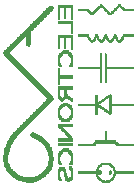
<source format=gbo>
G04 #@! TF.FileFunction,Legend,Bot*
%FSLAX46Y46*%
G04 Gerber Fmt 4.6, Leading zero omitted, Abs format (unit mm)*
G04 Created by KiCad (PCBNEW 4.0.7) date Thursday, December 14, 2017 'PMt' 09:42:57 PM*
%MOMM*%
%LPD*%
G01*
G04 APERTURE LIST*
%ADD10C,0.100000*%
%ADD11C,0.010000*%
%ADD12C,0.150000*%
G04 APERTURE END LIST*
D10*
D11*
G36*
X204514200Y-106996200D02*
X204514200Y-107046200D01*
X204564200Y-107046200D01*
X204564200Y-106996200D01*
X204514200Y-106996200D01*
X204514200Y-106996200D01*
G37*
X204514200Y-106996200D02*
X204514200Y-107046200D01*
X204564200Y-107046200D01*
X204564200Y-106996200D01*
X204514200Y-106996200D01*
G36*
X204514200Y-107046200D02*
X204514200Y-107096200D01*
X204564200Y-107096200D01*
X204564200Y-107046200D01*
X204514200Y-107046200D01*
X204514200Y-107046200D01*
G37*
X204514200Y-107046200D02*
X204514200Y-107096200D01*
X204564200Y-107096200D01*
X204564200Y-107046200D01*
X204514200Y-107046200D01*
G36*
X204514200Y-115696200D02*
X204514200Y-115746200D01*
X204564200Y-115746200D01*
X204564200Y-115696200D01*
X204514200Y-115696200D01*
X204514200Y-115696200D01*
G37*
X204514200Y-115696200D02*
X204514200Y-115746200D01*
X204564200Y-115746200D01*
X204564200Y-115696200D01*
X204514200Y-115696200D01*
G36*
X204514200Y-115746200D02*
X204514200Y-115796200D01*
X204564200Y-115796200D01*
X204564200Y-115746200D01*
X204514200Y-115746200D01*
X204514200Y-115746200D01*
G37*
X204514200Y-115746200D02*
X204514200Y-115796200D01*
X204564200Y-115796200D01*
X204564200Y-115746200D01*
X204514200Y-115746200D01*
G36*
X204514200Y-115796200D02*
X204514200Y-115846200D01*
X204564200Y-115846200D01*
X204564200Y-115796200D01*
X204514200Y-115796200D01*
X204514200Y-115796200D01*
G37*
X204514200Y-115796200D02*
X204514200Y-115846200D01*
X204564200Y-115846200D01*
X204564200Y-115796200D01*
X204514200Y-115796200D01*
G36*
X204514200Y-115846200D02*
X204514200Y-115896200D01*
X204564200Y-115896200D01*
X204564200Y-115846200D01*
X204514200Y-115846200D01*
X204514200Y-115846200D01*
G37*
X204514200Y-115846200D02*
X204514200Y-115896200D01*
X204564200Y-115896200D01*
X204564200Y-115846200D01*
X204514200Y-115846200D01*
G36*
X204514200Y-115896200D02*
X204514200Y-115946200D01*
X204564200Y-115946200D01*
X204564200Y-115896200D01*
X204514200Y-115896200D01*
X204514200Y-115896200D01*
G37*
X204514200Y-115896200D02*
X204514200Y-115946200D01*
X204564200Y-115946200D01*
X204564200Y-115896200D01*
X204514200Y-115896200D01*
G36*
X204514200Y-115946200D02*
X204514200Y-115996200D01*
X204564200Y-115996200D01*
X204564200Y-115946200D01*
X204514200Y-115946200D01*
X204514200Y-115946200D01*
G37*
X204514200Y-115946200D02*
X204514200Y-115996200D01*
X204564200Y-115996200D01*
X204564200Y-115946200D01*
X204514200Y-115946200D01*
G36*
X204514200Y-115996200D02*
X204514200Y-116046200D01*
X204564200Y-116046200D01*
X204564200Y-115996200D01*
X204514200Y-115996200D01*
X204514200Y-115996200D01*
G37*
X204514200Y-115996200D02*
X204514200Y-116046200D01*
X204564200Y-116046200D01*
X204564200Y-115996200D01*
X204514200Y-115996200D01*
G36*
X204514200Y-116046200D02*
X204514200Y-116096200D01*
X204564200Y-116096200D01*
X204564200Y-116046200D01*
X204514200Y-116046200D01*
X204514200Y-116046200D01*
G37*
X204514200Y-116046200D02*
X204514200Y-116096200D01*
X204564200Y-116096200D01*
X204564200Y-116046200D01*
X204514200Y-116046200D01*
G36*
X204514200Y-116096200D02*
X204514200Y-116146200D01*
X204564200Y-116146200D01*
X204564200Y-116096200D01*
X204514200Y-116096200D01*
X204514200Y-116096200D01*
G37*
X204514200Y-116096200D02*
X204514200Y-116146200D01*
X204564200Y-116146200D01*
X204564200Y-116096200D01*
X204514200Y-116096200D01*
G36*
X204514200Y-116146200D02*
X204514200Y-116196200D01*
X204564200Y-116196200D01*
X204564200Y-116146200D01*
X204514200Y-116146200D01*
X204514200Y-116146200D01*
G37*
X204514200Y-116146200D02*
X204514200Y-116196200D01*
X204564200Y-116196200D01*
X204564200Y-116146200D01*
X204514200Y-116146200D01*
G36*
X204514200Y-116196200D02*
X204514200Y-116246200D01*
X204564200Y-116246200D01*
X204564200Y-116196200D01*
X204514200Y-116196200D01*
X204514200Y-116196200D01*
G37*
X204514200Y-116196200D02*
X204514200Y-116246200D01*
X204564200Y-116246200D01*
X204564200Y-116196200D01*
X204514200Y-116196200D01*
G36*
X204564200Y-106896200D02*
X204564200Y-106946200D01*
X204614200Y-106946200D01*
X204614200Y-106896200D01*
X204564200Y-106896200D01*
X204564200Y-106896200D01*
G37*
X204564200Y-106896200D02*
X204564200Y-106946200D01*
X204614200Y-106946200D01*
X204614200Y-106896200D01*
X204564200Y-106896200D01*
G36*
X204564200Y-106946200D02*
X204564200Y-106996200D01*
X204614200Y-106996200D01*
X204614200Y-106946200D01*
X204564200Y-106946200D01*
X204564200Y-106946200D01*
G37*
X204564200Y-106946200D02*
X204564200Y-106996200D01*
X204614200Y-106996200D01*
X204614200Y-106946200D01*
X204564200Y-106946200D01*
G36*
X204564200Y-106996200D02*
X204564200Y-107046200D01*
X204614200Y-107046200D01*
X204614200Y-106996200D01*
X204564200Y-106996200D01*
X204564200Y-106996200D01*
G37*
X204564200Y-106996200D02*
X204564200Y-107046200D01*
X204614200Y-107046200D01*
X204614200Y-106996200D01*
X204564200Y-106996200D01*
G36*
X204564200Y-107046200D02*
X204564200Y-107096200D01*
X204614200Y-107096200D01*
X204614200Y-107046200D01*
X204564200Y-107046200D01*
X204564200Y-107046200D01*
G37*
X204564200Y-107046200D02*
X204564200Y-107096200D01*
X204614200Y-107096200D01*
X204614200Y-107046200D01*
X204564200Y-107046200D01*
G36*
X204564200Y-107096200D02*
X204564200Y-107146200D01*
X204614200Y-107146200D01*
X204614200Y-107096200D01*
X204564200Y-107096200D01*
X204564200Y-107096200D01*
G37*
X204564200Y-107096200D02*
X204564200Y-107146200D01*
X204614200Y-107146200D01*
X204614200Y-107096200D01*
X204564200Y-107096200D01*
G36*
X204564200Y-107146200D02*
X204564200Y-107196200D01*
X204614200Y-107196200D01*
X204614200Y-107146200D01*
X204564200Y-107146200D01*
X204564200Y-107146200D01*
G37*
X204564200Y-107146200D02*
X204564200Y-107196200D01*
X204614200Y-107196200D01*
X204614200Y-107146200D01*
X204564200Y-107146200D01*
G36*
X204564200Y-115346200D02*
X204564200Y-115396200D01*
X204614200Y-115396200D01*
X204614200Y-115346200D01*
X204564200Y-115346200D01*
X204564200Y-115346200D01*
G37*
X204564200Y-115346200D02*
X204564200Y-115396200D01*
X204614200Y-115396200D01*
X204614200Y-115346200D01*
X204564200Y-115346200D01*
G36*
X204564200Y-115396200D02*
X204564200Y-115446200D01*
X204614200Y-115446200D01*
X204614200Y-115396200D01*
X204564200Y-115396200D01*
X204564200Y-115396200D01*
G37*
X204564200Y-115396200D02*
X204564200Y-115446200D01*
X204614200Y-115446200D01*
X204614200Y-115396200D01*
X204564200Y-115396200D01*
G36*
X204564200Y-115446200D02*
X204564200Y-115496200D01*
X204614200Y-115496200D01*
X204614200Y-115446200D01*
X204564200Y-115446200D01*
X204564200Y-115446200D01*
G37*
X204564200Y-115446200D02*
X204564200Y-115496200D01*
X204614200Y-115496200D01*
X204614200Y-115446200D01*
X204564200Y-115446200D01*
G36*
X204564200Y-115496200D02*
X204564200Y-115546200D01*
X204614200Y-115546200D01*
X204614200Y-115496200D01*
X204564200Y-115496200D01*
X204564200Y-115496200D01*
G37*
X204564200Y-115496200D02*
X204564200Y-115546200D01*
X204614200Y-115546200D01*
X204614200Y-115496200D01*
X204564200Y-115496200D01*
G36*
X204564200Y-115546200D02*
X204564200Y-115596200D01*
X204614200Y-115596200D01*
X204614200Y-115546200D01*
X204564200Y-115546200D01*
X204564200Y-115546200D01*
G37*
X204564200Y-115546200D02*
X204564200Y-115596200D01*
X204614200Y-115596200D01*
X204614200Y-115546200D01*
X204564200Y-115546200D01*
G36*
X204564200Y-115596200D02*
X204564200Y-115646200D01*
X204614200Y-115646200D01*
X204614200Y-115596200D01*
X204564200Y-115596200D01*
X204564200Y-115596200D01*
G37*
X204564200Y-115596200D02*
X204564200Y-115646200D01*
X204614200Y-115646200D01*
X204614200Y-115596200D01*
X204564200Y-115596200D01*
G36*
X204564200Y-115646200D02*
X204564200Y-115696200D01*
X204614200Y-115696200D01*
X204614200Y-115646200D01*
X204564200Y-115646200D01*
X204564200Y-115646200D01*
G37*
X204564200Y-115646200D02*
X204564200Y-115696200D01*
X204614200Y-115696200D01*
X204614200Y-115646200D01*
X204564200Y-115646200D01*
G36*
X204564200Y-115696200D02*
X204564200Y-115746200D01*
X204614200Y-115746200D01*
X204614200Y-115696200D01*
X204564200Y-115696200D01*
X204564200Y-115696200D01*
G37*
X204564200Y-115696200D02*
X204564200Y-115746200D01*
X204614200Y-115746200D01*
X204614200Y-115696200D01*
X204564200Y-115696200D01*
G36*
X204564200Y-115746200D02*
X204564200Y-115796200D01*
X204614200Y-115796200D01*
X204614200Y-115746200D01*
X204564200Y-115746200D01*
X204564200Y-115746200D01*
G37*
X204564200Y-115746200D02*
X204564200Y-115796200D01*
X204614200Y-115796200D01*
X204614200Y-115746200D01*
X204564200Y-115746200D01*
G36*
X204564200Y-115796200D02*
X204564200Y-115846200D01*
X204614200Y-115846200D01*
X204614200Y-115796200D01*
X204564200Y-115796200D01*
X204564200Y-115796200D01*
G37*
X204564200Y-115796200D02*
X204564200Y-115846200D01*
X204614200Y-115846200D01*
X204614200Y-115796200D01*
X204564200Y-115796200D01*
G36*
X204564200Y-115846200D02*
X204564200Y-115896200D01*
X204614200Y-115896200D01*
X204614200Y-115846200D01*
X204564200Y-115846200D01*
X204564200Y-115846200D01*
G37*
X204564200Y-115846200D02*
X204564200Y-115896200D01*
X204614200Y-115896200D01*
X204614200Y-115846200D01*
X204564200Y-115846200D01*
G36*
X204564200Y-115896200D02*
X204564200Y-115946200D01*
X204614200Y-115946200D01*
X204614200Y-115896200D01*
X204564200Y-115896200D01*
X204564200Y-115896200D01*
G37*
X204564200Y-115896200D02*
X204564200Y-115946200D01*
X204614200Y-115946200D01*
X204614200Y-115896200D01*
X204564200Y-115896200D01*
G36*
X204564200Y-115946200D02*
X204564200Y-115996200D01*
X204614200Y-115996200D01*
X204614200Y-115946200D01*
X204564200Y-115946200D01*
X204564200Y-115946200D01*
G37*
X204564200Y-115946200D02*
X204564200Y-115996200D01*
X204614200Y-115996200D01*
X204614200Y-115946200D01*
X204564200Y-115946200D01*
G36*
X204564200Y-115996200D02*
X204564200Y-116046200D01*
X204614200Y-116046200D01*
X204614200Y-115996200D01*
X204564200Y-115996200D01*
X204564200Y-115996200D01*
G37*
X204564200Y-115996200D02*
X204564200Y-116046200D01*
X204614200Y-116046200D01*
X204614200Y-115996200D01*
X204564200Y-115996200D01*
G36*
X204564200Y-116046200D02*
X204564200Y-116096200D01*
X204614200Y-116096200D01*
X204614200Y-116046200D01*
X204564200Y-116046200D01*
X204564200Y-116046200D01*
G37*
X204564200Y-116046200D02*
X204564200Y-116096200D01*
X204614200Y-116096200D01*
X204614200Y-116046200D01*
X204564200Y-116046200D01*
G36*
X204564200Y-116096200D02*
X204564200Y-116146200D01*
X204614200Y-116146200D01*
X204614200Y-116096200D01*
X204564200Y-116096200D01*
X204564200Y-116096200D01*
G37*
X204564200Y-116096200D02*
X204564200Y-116146200D01*
X204614200Y-116146200D01*
X204614200Y-116096200D01*
X204564200Y-116096200D01*
G36*
X204564200Y-116146200D02*
X204564200Y-116196200D01*
X204614200Y-116196200D01*
X204614200Y-116146200D01*
X204564200Y-116146200D01*
X204564200Y-116146200D01*
G37*
X204564200Y-116146200D02*
X204564200Y-116196200D01*
X204614200Y-116196200D01*
X204614200Y-116146200D01*
X204564200Y-116146200D01*
G36*
X204564200Y-116196200D02*
X204564200Y-116246200D01*
X204614200Y-116246200D01*
X204614200Y-116196200D01*
X204564200Y-116196200D01*
X204564200Y-116196200D01*
G37*
X204564200Y-116196200D02*
X204564200Y-116246200D01*
X204614200Y-116246200D01*
X204614200Y-116196200D01*
X204564200Y-116196200D01*
G36*
X204564200Y-116246200D02*
X204564200Y-116296200D01*
X204614200Y-116296200D01*
X204614200Y-116246200D01*
X204564200Y-116246200D01*
X204564200Y-116246200D01*
G37*
X204564200Y-116246200D02*
X204564200Y-116296200D01*
X204614200Y-116296200D01*
X204614200Y-116246200D01*
X204564200Y-116246200D01*
G36*
X204564200Y-116296200D02*
X204564200Y-116346200D01*
X204614200Y-116346200D01*
X204614200Y-116296200D01*
X204564200Y-116296200D01*
X204564200Y-116296200D01*
G37*
X204564200Y-116296200D02*
X204564200Y-116346200D01*
X204614200Y-116346200D01*
X204614200Y-116296200D01*
X204564200Y-116296200D01*
G36*
X204564200Y-116346200D02*
X204564200Y-116396200D01*
X204614200Y-116396200D01*
X204614200Y-116346200D01*
X204564200Y-116346200D01*
X204564200Y-116346200D01*
G37*
X204564200Y-116346200D02*
X204564200Y-116396200D01*
X204614200Y-116396200D01*
X204614200Y-116346200D01*
X204564200Y-116346200D01*
G36*
X204564200Y-116396200D02*
X204564200Y-116446200D01*
X204614200Y-116446200D01*
X204614200Y-116396200D01*
X204564200Y-116396200D01*
X204564200Y-116396200D01*
G37*
X204564200Y-116396200D02*
X204564200Y-116446200D01*
X204614200Y-116446200D01*
X204614200Y-116396200D01*
X204564200Y-116396200D01*
G36*
X204564200Y-116446200D02*
X204564200Y-116496200D01*
X204614200Y-116496200D01*
X204614200Y-116446200D01*
X204564200Y-116446200D01*
X204564200Y-116446200D01*
G37*
X204564200Y-116446200D02*
X204564200Y-116496200D01*
X204614200Y-116496200D01*
X204614200Y-116446200D01*
X204564200Y-116446200D01*
G36*
X204614200Y-106846200D02*
X204614200Y-106896200D01*
X204664200Y-106896200D01*
X204664200Y-106846200D01*
X204614200Y-106846200D01*
X204614200Y-106846200D01*
G37*
X204614200Y-106846200D02*
X204614200Y-106896200D01*
X204664200Y-106896200D01*
X204664200Y-106846200D01*
X204614200Y-106846200D01*
G36*
X204614200Y-106896200D02*
X204614200Y-106946200D01*
X204664200Y-106946200D01*
X204664200Y-106896200D01*
X204614200Y-106896200D01*
X204614200Y-106896200D01*
G37*
X204614200Y-106896200D02*
X204614200Y-106946200D01*
X204664200Y-106946200D01*
X204664200Y-106896200D01*
X204614200Y-106896200D01*
G36*
X204614200Y-106946200D02*
X204614200Y-106996200D01*
X204664200Y-106996200D01*
X204664200Y-106946200D01*
X204614200Y-106946200D01*
X204614200Y-106946200D01*
G37*
X204614200Y-106946200D02*
X204614200Y-106996200D01*
X204664200Y-106996200D01*
X204664200Y-106946200D01*
X204614200Y-106946200D01*
G36*
X204614200Y-106996200D02*
X204614200Y-107046200D01*
X204664200Y-107046200D01*
X204664200Y-106996200D01*
X204614200Y-106996200D01*
X204614200Y-106996200D01*
G37*
X204614200Y-106996200D02*
X204614200Y-107046200D01*
X204664200Y-107046200D01*
X204664200Y-106996200D01*
X204614200Y-106996200D01*
G36*
X204614200Y-107046200D02*
X204614200Y-107096200D01*
X204664200Y-107096200D01*
X204664200Y-107046200D01*
X204614200Y-107046200D01*
X204614200Y-107046200D01*
G37*
X204614200Y-107046200D02*
X204614200Y-107096200D01*
X204664200Y-107096200D01*
X204664200Y-107046200D01*
X204614200Y-107046200D01*
G36*
X204614200Y-107096200D02*
X204614200Y-107146200D01*
X204664200Y-107146200D01*
X204664200Y-107096200D01*
X204614200Y-107096200D01*
X204614200Y-107096200D01*
G37*
X204614200Y-107096200D02*
X204614200Y-107146200D01*
X204664200Y-107146200D01*
X204664200Y-107096200D01*
X204614200Y-107096200D01*
G36*
X204614200Y-107146200D02*
X204614200Y-107196200D01*
X204664200Y-107196200D01*
X204664200Y-107146200D01*
X204614200Y-107146200D01*
X204614200Y-107146200D01*
G37*
X204614200Y-107146200D02*
X204614200Y-107196200D01*
X204664200Y-107196200D01*
X204664200Y-107146200D01*
X204614200Y-107146200D01*
G36*
X204614200Y-107196200D02*
X204614200Y-107246200D01*
X204664200Y-107246200D01*
X204664200Y-107196200D01*
X204614200Y-107196200D01*
X204614200Y-107196200D01*
G37*
X204614200Y-107196200D02*
X204614200Y-107246200D01*
X204664200Y-107246200D01*
X204664200Y-107196200D01*
X204614200Y-107196200D01*
G36*
X204614200Y-115146200D02*
X204614200Y-115196200D01*
X204664200Y-115196200D01*
X204664200Y-115146200D01*
X204614200Y-115146200D01*
X204614200Y-115146200D01*
G37*
X204614200Y-115146200D02*
X204614200Y-115196200D01*
X204664200Y-115196200D01*
X204664200Y-115146200D01*
X204614200Y-115146200D01*
G36*
X204614200Y-115196200D02*
X204614200Y-115246200D01*
X204664200Y-115246200D01*
X204664200Y-115196200D01*
X204614200Y-115196200D01*
X204614200Y-115196200D01*
G37*
X204614200Y-115196200D02*
X204614200Y-115246200D01*
X204664200Y-115246200D01*
X204664200Y-115196200D01*
X204614200Y-115196200D01*
G36*
X204614200Y-115246200D02*
X204614200Y-115296200D01*
X204664200Y-115296200D01*
X204664200Y-115246200D01*
X204614200Y-115246200D01*
X204614200Y-115246200D01*
G37*
X204614200Y-115246200D02*
X204614200Y-115296200D01*
X204664200Y-115296200D01*
X204664200Y-115246200D01*
X204614200Y-115246200D01*
G36*
X204614200Y-115296200D02*
X204614200Y-115346200D01*
X204664200Y-115346200D01*
X204664200Y-115296200D01*
X204614200Y-115296200D01*
X204614200Y-115296200D01*
G37*
X204614200Y-115296200D02*
X204614200Y-115346200D01*
X204664200Y-115346200D01*
X204664200Y-115296200D01*
X204614200Y-115296200D01*
G36*
X204614200Y-115346200D02*
X204614200Y-115396200D01*
X204664200Y-115396200D01*
X204664200Y-115346200D01*
X204614200Y-115346200D01*
X204614200Y-115346200D01*
G37*
X204614200Y-115346200D02*
X204614200Y-115396200D01*
X204664200Y-115396200D01*
X204664200Y-115346200D01*
X204614200Y-115346200D01*
G36*
X204614200Y-115396200D02*
X204614200Y-115446200D01*
X204664200Y-115446200D01*
X204664200Y-115396200D01*
X204614200Y-115396200D01*
X204614200Y-115396200D01*
G37*
X204614200Y-115396200D02*
X204614200Y-115446200D01*
X204664200Y-115446200D01*
X204664200Y-115396200D01*
X204614200Y-115396200D01*
G36*
X204614200Y-115446200D02*
X204614200Y-115496200D01*
X204664200Y-115496200D01*
X204664200Y-115446200D01*
X204614200Y-115446200D01*
X204614200Y-115446200D01*
G37*
X204614200Y-115446200D02*
X204614200Y-115496200D01*
X204664200Y-115496200D01*
X204664200Y-115446200D01*
X204614200Y-115446200D01*
G36*
X204614200Y-115496200D02*
X204614200Y-115546200D01*
X204664200Y-115546200D01*
X204664200Y-115496200D01*
X204614200Y-115496200D01*
X204614200Y-115496200D01*
G37*
X204614200Y-115496200D02*
X204614200Y-115546200D01*
X204664200Y-115546200D01*
X204664200Y-115496200D01*
X204614200Y-115496200D01*
G36*
X204614200Y-115546200D02*
X204614200Y-115596200D01*
X204664200Y-115596200D01*
X204664200Y-115546200D01*
X204614200Y-115546200D01*
X204614200Y-115546200D01*
G37*
X204614200Y-115546200D02*
X204614200Y-115596200D01*
X204664200Y-115596200D01*
X204664200Y-115546200D01*
X204614200Y-115546200D01*
G36*
X204614200Y-115596200D02*
X204614200Y-115646200D01*
X204664200Y-115646200D01*
X204664200Y-115596200D01*
X204614200Y-115596200D01*
X204614200Y-115596200D01*
G37*
X204614200Y-115596200D02*
X204614200Y-115646200D01*
X204664200Y-115646200D01*
X204664200Y-115596200D01*
X204614200Y-115596200D01*
G36*
X204614200Y-115646200D02*
X204614200Y-115696200D01*
X204664200Y-115696200D01*
X204664200Y-115646200D01*
X204614200Y-115646200D01*
X204614200Y-115646200D01*
G37*
X204614200Y-115646200D02*
X204614200Y-115696200D01*
X204664200Y-115696200D01*
X204664200Y-115646200D01*
X204614200Y-115646200D01*
G36*
X204614200Y-115696200D02*
X204614200Y-115746200D01*
X204664200Y-115746200D01*
X204664200Y-115696200D01*
X204614200Y-115696200D01*
X204614200Y-115696200D01*
G37*
X204614200Y-115696200D02*
X204614200Y-115746200D01*
X204664200Y-115746200D01*
X204664200Y-115696200D01*
X204614200Y-115696200D01*
G36*
X204614200Y-115746200D02*
X204614200Y-115796200D01*
X204664200Y-115796200D01*
X204664200Y-115746200D01*
X204614200Y-115746200D01*
X204614200Y-115746200D01*
G37*
X204614200Y-115746200D02*
X204614200Y-115796200D01*
X204664200Y-115796200D01*
X204664200Y-115746200D01*
X204614200Y-115746200D01*
G36*
X204614200Y-115796200D02*
X204614200Y-115846200D01*
X204664200Y-115846200D01*
X204664200Y-115796200D01*
X204614200Y-115796200D01*
X204614200Y-115796200D01*
G37*
X204614200Y-115796200D02*
X204614200Y-115846200D01*
X204664200Y-115846200D01*
X204664200Y-115796200D01*
X204614200Y-115796200D01*
G36*
X204614200Y-115846200D02*
X204614200Y-115896200D01*
X204664200Y-115896200D01*
X204664200Y-115846200D01*
X204614200Y-115846200D01*
X204614200Y-115846200D01*
G37*
X204614200Y-115846200D02*
X204614200Y-115896200D01*
X204664200Y-115896200D01*
X204664200Y-115846200D01*
X204614200Y-115846200D01*
G36*
X204614200Y-115896200D02*
X204614200Y-115946200D01*
X204664200Y-115946200D01*
X204664200Y-115896200D01*
X204614200Y-115896200D01*
X204614200Y-115896200D01*
G37*
X204614200Y-115896200D02*
X204614200Y-115946200D01*
X204664200Y-115946200D01*
X204664200Y-115896200D01*
X204614200Y-115896200D01*
G36*
X204614200Y-115946200D02*
X204614200Y-115996200D01*
X204664200Y-115996200D01*
X204664200Y-115946200D01*
X204614200Y-115946200D01*
X204614200Y-115946200D01*
G37*
X204614200Y-115946200D02*
X204614200Y-115996200D01*
X204664200Y-115996200D01*
X204664200Y-115946200D01*
X204614200Y-115946200D01*
G36*
X204614200Y-115996200D02*
X204614200Y-116046200D01*
X204664200Y-116046200D01*
X204664200Y-115996200D01*
X204614200Y-115996200D01*
X204614200Y-115996200D01*
G37*
X204614200Y-115996200D02*
X204614200Y-116046200D01*
X204664200Y-116046200D01*
X204664200Y-115996200D01*
X204614200Y-115996200D01*
G36*
X204614200Y-116046200D02*
X204614200Y-116096200D01*
X204664200Y-116096200D01*
X204664200Y-116046200D01*
X204614200Y-116046200D01*
X204614200Y-116046200D01*
G37*
X204614200Y-116046200D02*
X204614200Y-116096200D01*
X204664200Y-116096200D01*
X204664200Y-116046200D01*
X204614200Y-116046200D01*
G36*
X204614200Y-116096200D02*
X204614200Y-116146200D01*
X204664200Y-116146200D01*
X204664200Y-116096200D01*
X204614200Y-116096200D01*
X204614200Y-116096200D01*
G37*
X204614200Y-116096200D02*
X204614200Y-116146200D01*
X204664200Y-116146200D01*
X204664200Y-116096200D01*
X204614200Y-116096200D01*
G36*
X204614200Y-116146200D02*
X204614200Y-116196200D01*
X204664200Y-116196200D01*
X204664200Y-116146200D01*
X204614200Y-116146200D01*
X204614200Y-116146200D01*
G37*
X204614200Y-116146200D02*
X204614200Y-116196200D01*
X204664200Y-116196200D01*
X204664200Y-116146200D01*
X204614200Y-116146200D01*
G36*
X204614200Y-116196200D02*
X204614200Y-116246200D01*
X204664200Y-116246200D01*
X204664200Y-116196200D01*
X204614200Y-116196200D01*
X204614200Y-116196200D01*
G37*
X204614200Y-116196200D02*
X204614200Y-116246200D01*
X204664200Y-116246200D01*
X204664200Y-116196200D01*
X204614200Y-116196200D01*
G36*
X204614200Y-116246200D02*
X204614200Y-116296200D01*
X204664200Y-116296200D01*
X204664200Y-116246200D01*
X204614200Y-116246200D01*
X204614200Y-116246200D01*
G37*
X204614200Y-116246200D02*
X204614200Y-116296200D01*
X204664200Y-116296200D01*
X204664200Y-116246200D01*
X204614200Y-116246200D01*
G36*
X204614200Y-116296200D02*
X204614200Y-116346200D01*
X204664200Y-116346200D01*
X204664200Y-116296200D01*
X204614200Y-116296200D01*
X204614200Y-116296200D01*
G37*
X204614200Y-116296200D02*
X204614200Y-116346200D01*
X204664200Y-116346200D01*
X204664200Y-116296200D01*
X204614200Y-116296200D01*
G36*
X204614200Y-116346200D02*
X204614200Y-116396200D01*
X204664200Y-116396200D01*
X204664200Y-116346200D01*
X204614200Y-116346200D01*
X204614200Y-116346200D01*
G37*
X204614200Y-116346200D02*
X204614200Y-116396200D01*
X204664200Y-116396200D01*
X204664200Y-116346200D01*
X204614200Y-116346200D01*
G36*
X204614200Y-116396200D02*
X204614200Y-116446200D01*
X204664200Y-116446200D01*
X204664200Y-116396200D01*
X204614200Y-116396200D01*
X204614200Y-116396200D01*
G37*
X204614200Y-116396200D02*
X204614200Y-116446200D01*
X204664200Y-116446200D01*
X204664200Y-116396200D01*
X204614200Y-116396200D01*
G36*
X204614200Y-116446200D02*
X204614200Y-116496200D01*
X204664200Y-116496200D01*
X204664200Y-116446200D01*
X204614200Y-116446200D01*
X204614200Y-116446200D01*
G37*
X204614200Y-116446200D02*
X204614200Y-116496200D01*
X204664200Y-116496200D01*
X204664200Y-116446200D01*
X204614200Y-116446200D01*
G36*
X204614200Y-116496200D02*
X204614200Y-116546200D01*
X204664200Y-116546200D01*
X204664200Y-116496200D01*
X204614200Y-116496200D01*
X204614200Y-116496200D01*
G37*
X204614200Y-116496200D02*
X204614200Y-116546200D01*
X204664200Y-116546200D01*
X204664200Y-116496200D01*
X204614200Y-116496200D01*
G36*
X204614200Y-116546200D02*
X204614200Y-116596200D01*
X204664200Y-116596200D01*
X204664200Y-116546200D01*
X204614200Y-116546200D01*
X204614200Y-116546200D01*
G37*
X204614200Y-116546200D02*
X204614200Y-116596200D01*
X204664200Y-116596200D01*
X204664200Y-116546200D01*
X204614200Y-116546200D01*
G36*
X204614200Y-116596200D02*
X204614200Y-116646200D01*
X204664200Y-116646200D01*
X204664200Y-116596200D01*
X204614200Y-116596200D01*
X204614200Y-116596200D01*
G37*
X204614200Y-116596200D02*
X204614200Y-116646200D01*
X204664200Y-116646200D01*
X204664200Y-116596200D01*
X204614200Y-116596200D01*
G36*
X204664200Y-106796200D02*
X204664200Y-106846200D01*
X204714200Y-106846200D01*
X204714200Y-106796200D01*
X204664200Y-106796200D01*
X204664200Y-106796200D01*
G37*
X204664200Y-106796200D02*
X204664200Y-106846200D01*
X204714200Y-106846200D01*
X204714200Y-106796200D01*
X204664200Y-106796200D01*
G36*
X204664200Y-106846200D02*
X204664200Y-106896200D01*
X204714200Y-106896200D01*
X204714200Y-106846200D01*
X204664200Y-106846200D01*
X204664200Y-106846200D01*
G37*
X204664200Y-106846200D02*
X204664200Y-106896200D01*
X204714200Y-106896200D01*
X204714200Y-106846200D01*
X204664200Y-106846200D01*
G36*
X204664200Y-106896200D02*
X204664200Y-106946200D01*
X204714200Y-106946200D01*
X204714200Y-106896200D01*
X204664200Y-106896200D01*
X204664200Y-106896200D01*
G37*
X204664200Y-106896200D02*
X204664200Y-106946200D01*
X204714200Y-106946200D01*
X204714200Y-106896200D01*
X204664200Y-106896200D01*
G36*
X204664200Y-106946200D02*
X204664200Y-106996200D01*
X204714200Y-106996200D01*
X204714200Y-106946200D01*
X204664200Y-106946200D01*
X204664200Y-106946200D01*
G37*
X204664200Y-106946200D02*
X204664200Y-106996200D01*
X204714200Y-106996200D01*
X204714200Y-106946200D01*
X204664200Y-106946200D01*
G36*
X204664200Y-106996200D02*
X204664200Y-107046200D01*
X204714200Y-107046200D01*
X204714200Y-106996200D01*
X204664200Y-106996200D01*
X204664200Y-106996200D01*
G37*
X204664200Y-106996200D02*
X204664200Y-107046200D01*
X204714200Y-107046200D01*
X204714200Y-106996200D01*
X204664200Y-106996200D01*
G36*
X204664200Y-107046200D02*
X204664200Y-107096200D01*
X204714200Y-107096200D01*
X204714200Y-107046200D01*
X204664200Y-107046200D01*
X204664200Y-107046200D01*
G37*
X204664200Y-107046200D02*
X204664200Y-107096200D01*
X204714200Y-107096200D01*
X204714200Y-107046200D01*
X204664200Y-107046200D01*
G36*
X204664200Y-107096200D02*
X204664200Y-107146200D01*
X204714200Y-107146200D01*
X204714200Y-107096200D01*
X204664200Y-107096200D01*
X204664200Y-107096200D01*
G37*
X204664200Y-107096200D02*
X204664200Y-107146200D01*
X204714200Y-107146200D01*
X204714200Y-107096200D01*
X204664200Y-107096200D01*
G36*
X204664200Y-107146200D02*
X204664200Y-107196200D01*
X204714200Y-107196200D01*
X204714200Y-107146200D01*
X204664200Y-107146200D01*
X204664200Y-107146200D01*
G37*
X204664200Y-107146200D02*
X204664200Y-107196200D01*
X204714200Y-107196200D01*
X204714200Y-107146200D01*
X204664200Y-107146200D01*
G36*
X204664200Y-107196200D02*
X204664200Y-107246200D01*
X204714200Y-107246200D01*
X204714200Y-107196200D01*
X204664200Y-107196200D01*
X204664200Y-107196200D01*
G37*
X204664200Y-107196200D02*
X204664200Y-107246200D01*
X204714200Y-107246200D01*
X204714200Y-107196200D01*
X204664200Y-107196200D01*
G36*
X204664200Y-107246200D02*
X204664200Y-107296200D01*
X204714200Y-107296200D01*
X204714200Y-107246200D01*
X204664200Y-107246200D01*
X204664200Y-107246200D01*
G37*
X204664200Y-107246200D02*
X204664200Y-107296200D01*
X204714200Y-107296200D01*
X204714200Y-107246200D01*
X204664200Y-107246200D01*
G36*
X204664200Y-114996200D02*
X204664200Y-115046200D01*
X204714200Y-115046200D01*
X204714200Y-114996200D01*
X204664200Y-114996200D01*
X204664200Y-114996200D01*
G37*
X204664200Y-114996200D02*
X204664200Y-115046200D01*
X204714200Y-115046200D01*
X204714200Y-114996200D01*
X204664200Y-114996200D01*
G36*
X204664200Y-115046200D02*
X204664200Y-115096200D01*
X204714200Y-115096200D01*
X204714200Y-115046200D01*
X204664200Y-115046200D01*
X204664200Y-115046200D01*
G37*
X204664200Y-115046200D02*
X204664200Y-115096200D01*
X204714200Y-115096200D01*
X204714200Y-115046200D01*
X204664200Y-115046200D01*
G36*
X204664200Y-115096200D02*
X204664200Y-115146200D01*
X204714200Y-115146200D01*
X204714200Y-115096200D01*
X204664200Y-115096200D01*
X204664200Y-115096200D01*
G37*
X204664200Y-115096200D02*
X204664200Y-115146200D01*
X204714200Y-115146200D01*
X204714200Y-115096200D01*
X204664200Y-115096200D01*
G36*
X204664200Y-115146200D02*
X204664200Y-115196200D01*
X204714200Y-115196200D01*
X204714200Y-115146200D01*
X204664200Y-115146200D01*
X204664200Y-115146200D01*
G37*
X204664200Y-115146200D02*
X204664200Y-115196200D01*
X204714200Y-115196200D01*
X204714200Y-115146200D01*
X204664200Y-115146200D01*
G36*
X204664200Y-115196200D02*
X204664200Y-115246200D01*
X204714200Y-115246200D01*
X204714200Y-115196200D01*
X204664200Y-115196200D01*
X204664200Y-115196200D01*
G37*
X204664200Y-115196200D02*
X204664200Y-115246200D01*
X204714200Y-115246200D01*
X204714200Y-115196200D01*
X204664200Y-115196200D01*
G36*
X204664200Y-115246200D02*
X204664200Y-115296200D01*
X204714200Y-115296200D01*
X204714200Y-115246200D01*
X204664200Y-115246200D01*
X204664200Y-115246200D01*
G37*
X204664200Y-115246200D02*
X204664200Y-115296200D01*
X204714200Y-115296200D01*
X204714200Y-115246200D01*
X204664200Y-115246200D01*
G36*
X204664200Y-115296200D02*
X204664200Y-115346200D01*
X204714200Y-115346200D01*
X204714200Y-115296200D01*
X204664200Y-115296200D01*
X204664200Y-115296200D01*
G37*
X204664200Y-115296200D02*
X204664200Y-115346200D01*
X204714200Y-115346200D01*
X204714200Y-115296200D01*
X204664200Y-115296200D01*
G36*
X204664200Y-115346200D02*
X204664200Y-115396200D01*
X204714200Y-115396200D01*
X204714200Y-115346200D01*
X204664200Y-115346200D01*
X204664200Y-115346200D01*
G37*
X204664200Y-115346200D02*
X204664200Y-115396200D01*
X204714200Y-115396200D01*
X204714200Y-115346200D01*
X204664200Y-115346200D01*
G36*
X204664200Y-115396200D02*
X204664200Y-115446200D01*
X204714200Y-115446200D01*
X204714200Y-115396200D01*
X204664200Y-115396200D01*
X204664200Y-115396200D01*
G37*
X204664200Y-115396200D02*
X204664200Y-115446200D01*
X204714200Y-115446200D01*
X204714200Y-115396200D01*
X204664200Y-115396200D01*
G36*
X204664200Y-115446200D02*
X204664200Y-115496200D01*
X204714200Y-115496200D01*
X204714200Y-115446200D01*
X204664200Y-115446200D01*
X204664200Y-115446200D01*
G37*
X204664200Y-115446200D02*
X204664200Y-115496200D01*
X204714200Y-115496200D01*
X204714200Y-115446200D01*
X204664200Y-115446200D01*
G36*
X204664200Y-115496200D02*
X204664200Y-115546200D01*
X204714200Y-115546200D01*
X204714200Y-115496200D01*
X204664200Y-115496200D01*
X204664200Y-115496200D01*
G37*
X204664200Y-115496200D02*
X204664200Y-115546200D01*
X204714200Y-115546200D01*
X204714200Y-115496200D01*
X204664200Y-115496200D01*
G36*
X204664200Y-115546200D02*
X204664200Y-115596200D01*
X204714200Y-115596200D01*
X204714200Y-115546200D01*
X204664200Y-115546200D01*
X204664200Y-115546200D01*
G37*
X204664200Y-115546200D02*
X204664200Y-115596200D01*
X204714200Y-115596200D01*
X204714200Y-115546200D01*
X204664200Y-115546200D01*
G36*
X204664200Y-115596200D02*
X204664200Y-115646200D01*
X204714200Y-115646200D01*
X204714200Y-115596200D01*
X204664200Y-115596200D01*
X204664200Y-115596200D01*
G37*
X204664200Y-115596200D02*
X204664200Y-115646200D01*
X204714200Y-115646200D01*
X204714200Y-115596200D01*
X204664200Y-115596200D01*
G36*
X204664200Y-115646200D02*
X204664200Y-115696200D01*
X204714200Y-115696200D01*
X204714200Y-115646200D01*
X204664200Y-115646200D01*
X204664200Y-115646200D01*
G37*
X204664200Y-115646200D02*
X204664200Y-115696200D01*
X204714200Y-115696200D01*
X204714200Y-115646200D01*
X204664200Y-115646200D01*
G36*
X204664200Y-115696200D02*
X204664200Y-115746200D01*
X204714200Y-115746200D01*
X204714200Y-115696200D01*
X204664200Y-115696200D01*
X204664200Y-115696200D01*
G37*
X204664200Y-115696200D02*
X204664200Y-115746200D01*
X204714200Y-115746200D01*
X204714200Y-115696200D01*
X204664200Y-115696200D01*
G36*
X204664200Y-115746200D02*
X204664200Y-115796200D01*
X204714200Y-115796200D01*
X204714200Y-115746200D01*
X204664200Y-115746200D01*
X204664200Y-115746200D01*
G37*
X204664200Y-115746200D02*
X204664200Y-115796200D01*
X204714200Y-115796200D01*
X204714200Y-115746200D01*
X204664200Y-115746200D01*
G36*
X204664200Y-115796200D02*
X204664200Y-115846200D01*
X204714200Y-115846200D01*
X204714200Y-115796200D01*
X204664200Y-115796200D01*
X204664200Y-115796200D01*
G37*
X204664200Y-115796200D02*
X204664200Y-115846200D01*
X204714200Y-115846200D01*
X204714200Y-115796200D01*
X204664200Y-115796200D01*
G36*
X204664200Y-115846200D02*
X204664200Y-115896200D01*
X204714200Y-115896200D01*
X204714200Y-115846200D01*
X204664200Y-115846200D01*
X204664200Y-115846200D01*
G37*
X204664200Y-115846200D02*
X204664200Y-115896200D01*
X204714200Y-115896200D01*
X204714200Y-115846200D01*
X204664200Y-115846200D01*
G36*
X204664200Y-115896200D02*
X204664200Y-115946200D01*
X204714200Y-115946200D01*
X204714200Y-115896200D01*
X204664200Y-115896200D01*
X204664200Y-115896200D01*
G37*
X204664200Y-115896200D02*
X204664200Y-115946200D01*
X204714200Y-115946200D01*
X204714200Y-115896200D01*
X204664200Y-115896200D01*
G36*
X204664200Y-115946200D02*
X204664200Y-115996200D01*
X204714200Y-115996200D01*
X204714200Y-115946200D01*
X204664200Y-115946200D01*
X204664200Y-115946200D01*
G37*
X204664200Y-115946200D02*
X204664200Y-115996200D01*
X204714200Y-115996200D01*
X204714200Y-115946200D01*
X204664200Y-115946200D01*
G36*
X204664200Y-115996200D02*
X204664200Y-116046200D01*
X204714200Y-116046200D01*
X204714200Y-115996200D01*
X204664200Y-115996200D01*
X204664200Y-115996200D01*
G37*
X204664200Y-115996200D02*
X204664200Y-116046200D01*
X204714200Y-116046200D01*
X204714200Y-115996200D01*
X204664200Y-115996200D01*
G36*
X204664200Y-116046200D02*
X204664200Y-116096200D01*
X204714200Y-116096200D01*
X204714200Y-116046200D01*
X204664200Y-116046200D01*
X204664200Y-116046200D01*
G37*
X204664200Y-116046200D02*
X204664200Y-116096200D01*
X204714200Y-116096200D01*
X204714200Y-116046200D01*
X204664200Y-116046200D01*
G36*
X204664200Y-116096200D02*
X204664200Y-116146200D01*
X204714200Y-116146200D01*
X204714200Y-116096200D01*
X204664200Y-116096200D01*
X204664200Y-116096200D01*
G37*
X204664200Y-116096200D02*
X204664200Y-116146200D01*
X204714200Y-116146200D01*
X204714200Y-116096200D01*
X204664200Y-116096200D01*
G36*
X204664200Y-116146200D02*
X204664200Y-116196200D01*
X204714200Y-116196200D01*
X204714200Y-116146200D01*
X204664200Y-116146200D01*
X204664200Y-116146200D01*
G37*
X204664200Y-116146200D02*
X204664200Y-116196200D01*
X204714200Y-116196200D01*
X204714200Y-116146200D01*
X204664200Y-116146200D01*
G36*
X204664200Y-116196200D02*
X204664200Y-116246200D01*
X204714200Y-116246200D01*
X204714200Y-116196200D01*
X204664200Y-116196200D01*
X204664200Y-116196200D01*
G37*
X204664200Y-116196200D02*
X204664200Y-116246200D01*
X204714200Y-116246200D01*
X204714200Y-116196200D01*
X204664200Y-116196200D01*
G36*
X204664200Y-116246200D02*
X204664200Y-116296200D01*
X204714200Y-116296200D01*
X204714200Y-116246200D01*
X204664200Y-116246200D01*
X204664200Y-116246200D01*
G37*
X204664200Y-116246200D02*
X204664200Y-116296200D01*
X204714200Y-116296200D01*
X204714200Y-116246200D01*
X204664200Y-116246200D01*
G36*
X204664200Y-116296200D02*
X204664200Y-116346200D01*
X204714200Y-116346200D01*
X204714200Y-116296200D01*
X204664200Y-116296200D01*
X204664200Y-116296200D01*
G37*
X204664200Y-116296200D02*
X204664200Y-116346200D01*
X204714200Y-116346200D01*
X204714200Y-116296200D01*
X204664200Y-116296200D01*
G36*
X204664200Y-116346200D02*
X204664200Y-116396200D01*
X204714200Y-116396200D01*
X204714200Y-116346200D01*
X204664200Y-116346200D01*
X204664200Y-116346200D01*
G37*
X204664200Y-116346200D02*
X204664200Y-116396200D01*
X204714200Y-116396200D01*
X204714200Y-116346200D01*
X204664200Y-116346200D01*
G36*
X204664200Y-116396200D02*
X204664200Y-116446200D01*
X204714200Y-116446200D01*
X204714200Y-116396200D01*
X204664200Y-116396200D01*
X204664200Y-116396200D01*
G37*
X204664200Y-116396200D02*
X204664200Y-116446200D01*
X204714200Y-116446200D01*
X204714200Y-116396200D01*
X204664200Y-116396200D01*
G36*
X204664200Y-116446200D02*
X204664200Y-116496200D01*
X204714200Y-116496200D01*
X204714200Y-116446200D01*
X204664200Y-116446200D01*
X204664200Y-116446200D01*
G37*
X204664200Y-116446200D02*
X204664200Y-116496200D01*
X204714200Y-116496200D01*
X204714200Y-116446200D01*
X204664200Y-116446200D01*
G36*
X204664200Y-116496200D02*
X204664200Y-116546200D01*
X204714200Y-116546200D01*
X204714200Y-116496200D01*
X204664200Y-116496200D01*
X204664200Y-116496200D01*
G37*
X204664200Y-116496200D02*
X204664200Y-116546200D01*
X204714200Y-116546200D01*
X204714200Y-116496200D01*
X204664200Y-116496200D01*
G36*
X204664200Y-116546200D02*
X204664200Y-116596200D01*
X204714200Y-116596200D01*
X204714200Y-116546200D01*
X204664200Y-116546200D01*
X204664200Y-116546200D01*
G37*
X204664200Y-116546200D02*
X204664200Y-116596200D01*
X204714200Y-116596200D01*
X204714200Y-116546200D01*
X204664200Y-116546200D01*
G36*
X204664200Y-116596200D02*
X204664200Y-116646200D01*
X204714200Y-116646200D01*
X204714200Y-116596200D01*
X204664200Y-116596200D01*
X204664200Y-116596200D01*
G37*
X204664200Y-116596200D02*
X204664200Y-116646200D01*
X204714200Y-116646200D01*
X204714200Y-116596200D01*
X204664200Y-116596200D01*
G36*
X204664200Y-116646200D02*
X204664200Y-116696200D01*
X204714200Y-116696200D01*
X204714200Y-116646200D01*
X204664200Y-116646200D01*
X204664200Y-116646200D01*
G37*
X204664200Y-116646200D02*
X204664200Y-116696200D01*
X204714200Y-116696200D01*
X204714200Y-116646200D01*
X204664200Y-116646200D01*
G36*
X204664200Y-116696200D02*
X204664200Y-116746200D01*
X204714200Y-116746200D01*
X204714200Y-116696200D01*
X204664200Y-116696200D01*
X204664200Y-116696200D01*
G37*
X204664200Y-116696200D02*
X204664200Y-116746200D01*
X204714200Y-116746200D01*
X204714200Y-116696200D01*
X204664200Y-116696200D01*
G36*
X204714200Y-106746200D02*
X204714200Y-106796200D01*
X204764200Y-106796200D01*
X204764200Y-106746200D01*
X204714200Y-106746200D01*
X204714200Y-106746200D01*
G37*
X204714200Y-106746200D02*
X204714200Y-106796200D01*
X204764200Y-106796200D01*
X204764200Y-106746200D01*
X204714200Y-106746200D01*
G36*
X204714200Y-106796200D02*
X204714200Y-106846200D01*
X204764200Y-106846200D01*
X204764200Y-106796200D01*
X204714200Y-106796200D01*
X204714200Y-106796200D01*
G37*
X204714200Y-106796200D02*
X204714200Y-106846200D01*
X204764200Y-106846200D01*
X204764200Y-106796200D01*
X204714200Y-106796200D01*
G36*
X204714200Y-106846200D02*
X204714200Y-106896200D01*
X204764200Y-106896200D01*
X204764200Y-106846200D01*
X204714200Y-106846200D01*
X204714200Y-106846200D01*
G37*
X204714200Y-106846200D02*
X204714200Y-106896200D01*
X204764200Y-106896200D01*
X204764200Y-106846200D01*
X204714200Y-106846200D01*
G36*
X204714200Y-106896200D02*
X204714200Y-106946200D01*
X204764200Y-106946200D01*
X204764200Y-106896200D01*
X204714200Y-106896200D01*
X204714200Y-106896200D01*
G37*
X204714200Y-106896200D02*
X204714200Y-106946200D01*
X204764200Y-106946200D01*
X204764200Y-106896200D01*
X204714200Y-106896200D01*
G36*
X204714200Y-106946200D02*
X204714200Y-106996200D01*
X204764200Y-106996200D01*
X204764200Y-106946200D01*
X204714200Y-106946200D01*
X204714200Y-106946200D01*
G37*
X204714200Y-106946200D02*
X204714200Y-106996200D01*
X204764200Y-106996200D01*
X204764200Y-106946200D01*
X204714200Y-106946200D01*
G36*
X204714200Y-106996200D02*
X204714200Y-107046200D01*
X204764200Y-107046200D01*
X204764200Y-106996200D01*
X204714200Y-106996200D01*
X204714200Y-106996200D01*
G37*
X204714200Y-106996200D02*
X204714200Y-107046200D01*
X204764200Y-107046200D01*
X204764200Y-106996200D01*
X204714200Y-106996200D01*
G36*
X204714200Y-107046200D02*
X204714200Y-107096200D01*
X204764200Y-107096200D01*
X204764200Y-107046200D01*
X204714200Y-107046200D01*
X204714200Y-107046200D01*
G37*
X204714200Y-107046200D02*
X204714200Y-107096200D01*
X204764200Y-107096200D01*
X204764200Y-107046200D01*
X204714200Y-107046200D01*
G36*
X204714200Y-107096200D02*
X204714200Y-107146200D01*
X204764200Y-107146200D01*
X204764200Y-107096200D01*
X204714200Y-107096200D01*
X204714200Y-107096200D01*
G37*
X204714200Y-107096200D02*
X204714200Y-107146200D01*
X204764200Y-107146200D01*
X204764200Y-107096200D01*
X204714200Y-107096200D01*
G36*
X204714200Y-107146200D02*
X204714200Y-107196200D01*
X204764200Y-107196200D01*
X204764200Y-107146200D01*
X204714200Y-107146200D01*
X204714200Y-107146200D01*
G37*
X204714200Y-107146200D02*
X204714200Y-107196200D01*
X204764200Y-107196200D01*
X204764200Y-107146200D01*
X204714200Y-107146200D01*
G36*
X204714200Y-107196200D02*
X204714200Y-107246200D01*
X204764200Y-107246200D01*
X204764200Y-107196200D01*
X204714200Y-107196200D01*
X204714200Y-107196200D01*
G37*
X204714200Y-107196200D02*
X204714200Y-107246200D01*
X204764200Y-107246200D01*
X204764200Y-107196200D01*
X204714200Y-107196200D01*
G36*
X204714200Y-107246200D02*
X204714200Y-107296200D01*
X204764200Y-107296200D01*
X204764200Y-107246200D01*
X204714200Y-107246200D01*
X204714200Y-107246200D01*
G37*
X204714200Y-107246200D02*
X204714200Y-107296200D01*
X204764200Y-107296200D01*
X204764200Y-107246200D01*
X204714200Y-107246200D01*
G36*
X204714200Y-107296200D02*
X204714200Y-107346200D01*
X204764200Y-107346200D01*
X204764200Y-107296200D01*
X204714200Y-107296200D01*
X204714200Y-107296200D01*
G37*
X204714200Y-107296200D02*
X204714200Y-107346200D01*
X204764200Y-107346200D01*
X204764200Y-107296200D01*
X204714200Y-107296200D01*
G36*
X204714200Y-114846200D02*
X204714200Y-114896200D01*
X204764200Y-114896200D01*
X204764200Y-114846200D01*
X204714200Y-114846200D01*
X204714200Y-114846200D01*
G37*
X204714200Y-114846200D02*
X204714200Y-114896200D01*
X204764200Y-114896200D01*
X204764200Y-114846200D01*
X204714200Y-114846200D01*
G36*
X204714200Y-114896200D02*
X204714200Y-114946200D01*
X204764200Y-114946200D01*
X204764200Y-114896200D01*
X204714200Y-114896200D01*
X204714200Y-114896200D01*
G37*
X204714200Y-114896200D02*
X204714200Y-114946200D01*
X204764200Y-114946200D01*
X204764200Y-114896200D01*
X204714200Y-114896200D01*
G36*
X204714200Y-114946200D02*
X204714200Y-114996200D01*
X204764200Y-114996200D01*
X204764200Y-114946200D01*
X204714200Y-114946200D01*
X204714200Y-114946200D01*
G37*
X204714200Y-114946200D02*
X204714200Y-114996200D01*
X204764200Y-114996200D01*
X204764200Y-114946200D01*
X204714200Y-114946200D01*
G36*
X204714200Y-114996200D02*
X204714200Y-115046200D01*
X204764200Y-115046200D01*
X204764200Y-114996200D01*
X204714200Y-114996200D01*
X204714200Y-114996200D01*
G37*
X204714200Y-114996200D02*
X204714200Y-115046200D01*
X204764200Y-115046200D01*
X204764200Y-114996200D01*
X204714200Y-114996200D01*
G36*
X204714200Y-115046200D02*
X204714200Y-115096200D01*
X204764200Y-115096200D01*
X204764200Y-115046200D01*
X204714200Y-115046200D01*
X204714200Y-115046200D01*
G37*
X204714200Y-115046200D02*
X204714200Y-115096200D01*
X204764200Y-115096200D01*
X204764200Y-115046200D01*
X204714200Y-115046200D01*
G36*
X204714200Y-115096200D02*
X204714200Y-115146200D01*
X204764200Y-115146200D01*
X204764200Y-115096200D01*
X204714200Y-115096200D01*
X204714200Y-115096200D01*
G37*
X204714200Y-115096200D02*
X204714200Y-115146200D01*
X204764200Y-115146200D01*
X204764200Y-115096200D01*
X204714200Y-115096200D01*
G36*
X204714200Y-115146200D02*
X204714200Y-115196200D01*
X204764200Y-115196200D01*
X204764200Y-115146200D01*
X204714200Y-115146200D01*
X204714200Y-115146200D01*
G37*
X204714200Y-115146200D02*
X204714200Y-115196200D01*
X204764200Y-115196200D01*
X204764200Y-115146200D01*
X204714200Y-115146200D01*
G36*
X204714200Y-115196200D02*
X204714200Y-115246200D01*
X204764200Y-115246200D01*
X204764200Y-115196200D01*
X204714200Y-115196200D01*
X204714200Y-115196200D01*
G37*
X204714200Y-115196200D02*
X204714200Y-115246200D01*
X204764200Y-115246200D01*
X204764200Y-115196200D01*
X204714200Y-115196200D01*
G36*
X204714200Y-115246200D02*
X204714200Y-115296200D01*
X204764200Y-115296200D01*
X204764200Y-115246200D01*
X204714200Y-115246200D01*
X204714200Y-115246200D01*
G37*
X204714200Y-115246200D02*
X204714200Y-115296200D01*
X204764200Y-115296200D01*
X204764200Y-115246200D01*
X204714200Y-115246200D01*
G36*
X204714200Y-115296200D02*
X204714200Y-115346200D01*
X204764200Y-115346200D01*
X204764200Y-115296200D01*
X204714200Y-115296200D01*
X204714200Y-115296200D01*
G37*
X204714200Y-115296200D02*
X204714200Y-115346200D01*
X204764200Y-115346200D01*
X204764200Y-115296200D01*
X204714200Y-115296200D01*
G36*
X204714200Y-115346200D02*
X204714200Y-115396200D01*
X204764200Y-115396200D01*
X204764200Y-115346200D01*
X204714200Y-115346200D01*
X204714200Y-115346200D01*
G37*
X204714200Y-115346200D02*
X204714200Y-115396200D01*
X204764200Y-115396200D01*
X204764200Y-115346200D01*
X204714200Y-115346200D01*
G36*
X204714200Y-115396200D02*
X204714200Y-115446200D01*
X204764200Y-115446200D01*
X204764200Y-115396200D01*
X204714200Y-115396200D01*
X204714200Y-115396200D01*
G37*
X204714200Y-115396200D02*
X204714200Y-115446200D01*
X204764200Y-115446200D01*
X204764200Y-115396200D01*
X204714200Y-115396200D01*
G36*
X204714200Y-115446200D02*
X204714200Y-115496200D01*
X204764200Y-115496200D01*
X204764200Y-115446200D01*
X204714200Y-115446200D01*
X204714200Y-115446200D01*
G37*
X204714200Y-115446200D02*
X204714200Y-115496200D01*
X204764200Y-115496200D01*
X204764200Y-115446200D01*
X204714200Y-115446200D01*
G36*
X204714200Y-115496200D02*
X204714200Y-115546200D01*
X204764200Y-115546200D01*
X204764200Y-115496200D01*
X204714200Y-115496200D01*
X204714200Y-115496200D01*
G37*
X204714200Y-115496200D02*
X204714200Y-115546200D01*
X204764200Y-115546200D01*
X204764200Y-115496200D01*
X204714200Y-115496200D01*
G36*
X204714200Y-115546200D02*
X204714200Y-115596200D01*
X204764200Y-115596200D01*
X204764200Y-115546200D01*
X204714200Y-115546200D01*
X204714200Y-115546200D01*
G37*
X204714200Y-115546200D02*
X204714200Y-115596200D01*
X204764200Y-115596200D01*
X204764200Y-115546200D01*
X204714200Y-115546200D01*
G36*
X204714200Y-115596200D02*
X204714200Y-115646200D01*
X204764200Y-115646200D01*
X204764200Y-115596200D01*
X204714200Y-115596200D01*
X204714200Y-115596200D01*
G37*
X204714200Y-115596200D02*
X204714200Y-115646200D01*
X204764200Y-115646200D01*
X204764200Y-115596200D01*
X204714200Y-115596200D01*
G36*
X204714200Y-115646200D02*
X204714200Y-115696200D01*
X204764200Y-115696200D01*
X204764200Y-115646200D01*
X204714200Y-115646200D01*
X204714200Y-115646200D01*
G37*
X204714200Y-115646200D02*
X204714200Y-115696200D01*
X204764200Y-115696200D01*
X204764200Y-115646200D01*
X204714200Y-115646200D01*
G36*
X204714200Y-115696200D02*
X204714200Y-115746200D01*
X204764200Y-115746200D01*
X204764200Y-115696200D01*
X204714200Y-115696200D01*
X204714200Y-115696200D01*
G37*
X204714200Y-115696200D02*
X204714200Y-115746200D01*
X204764200Y-115746200D01*
X204764200Y-115696200D01*
X204714200Y-115696200D01*
G36*
X204714200Y-115746200D02*
X204714200Y-115796200D01*
X204764200Y-115796200D01*
X204764200Y-115746200D01*
X204714200Y-115746200D01*
X204714200Y-115746200D01*
G37*
X204714200Y-115746200D02*
X204714200Y-115796200D01*
X204764200Y-115796200D01*
X204764200Y-115746200D01*
X204714200Y-115746200D01*
G36*
X204714200Y-115796200D02*
X204714200Y-115846200D01*
X204764200Y-115846200D01*
X204764200Y-115796200D01*
X204714200Y-115796200D01*
X204714200Y-115796200D01*
G37*
X204714200Y-115796200D02*
X204714200Y-115846200D01*
X204764200Y-115846200D01*
X204764200Y-115796200D01*
X204714200Y-115796200D01*
G36*
X204714200Y-115846200D02*
X204714200Y-115896200D01*
X204764200Y-115896200D01*
X204764200Y-115846200D01*
X204714200Y-115846200D01*
X204714200Y-115846200D01*
G37*
X204714200Y-115846200D02*
X204714200Y-115896200D01*
X204764200Y-115896200D01*
X204764200Y-115846200D01*
X204714200Y-115846200D01*
G36*
X204714200Y-115896200D02*
X204714200Y-115946200D01*
X204764200Y-115946200D01*
X204764200Y-115896200D01*
X204714200Y-115896200D01*
X204714200Y-115896200D01*
G37*
X204714200Y-115896200D02*
X204714200Y-115946200D01*
X204764200Y-115946200D01*
X204764200Y-115896200D01*
X204714200Y-115896200D01*
G36*
X204714200Y-115946200D02*
X204714200Y-115996200D01*
X204764200Y-115996200D01*
X204764200Y-115946200D01*
X204714200Y-115946200D01*
X204714200Y-115946200D01*
G37*
X204714200Y-115946200D02*
X204714200Y-115996200D01*
X204764200Y-115996200D01*
X204764200Y-115946200D01*
X204714200Y-115946200D01*
G36*
X204714200Y-115996200D02*
X204714200Y-116046200D01*
X204764200Y-116046200D01*
X204764200Y-115996200D01*
X204714200Y-115996200D01*
X204714200Y-115996200D01*
G37*
X204714200Y-115996200D02*
X204714200Y-116046200D01*
X204764200Y-116046200D01*
X204764200Y-115996200D01*
X204714200Y-115996200D01*
G36*
X204714200Y-116046200D02*
X204714200Y-116096200D01*
X204764200Y-116096200D01*
X204764200Y-116046200D01*
X204714200Y-116046200D01*
X204714200Y-116046200D01*
G37*
X204714200Y-116046200D02*
X204714200Y-116096200D01*
X204764200Y-116096200D01*
X204764200Y-116046200D01*
X204714200Y-116046200D01*
G36*
X204714200Y-116096200D02*
X204714200Y-116146200D01*
X204764200Y-116146200D01*
X204764200Y-116096200D01*
X204714200Y-116096200D01*
X204714200Y-116096200D01*
G37*
X204714200Y-116096200D02*
X204714200Y-116146200D01*
X204764200Y-116146200D01*
X204764200Y-116096200D01*
X204714200Y-116096200D01*
G36*
X204714200Y-116146200D02*
X204714200Y-116196200D01*
X204764200Y-116196200D01*
X204764200Y-116146200D01*
X204714200Y-116146200D01*
X204714200Y-116146200D01*
G37*
X204714200Y-116146200D02*
X204714200Y-116196200D01*
X204764200Y-116196200D01*
X204764200Y-116146200D01*
X204714200Y-116146200D01*
G36*
X204714200Y-116196200D02*
X204714200Y-116246200D01*
X204764200Y-116246200D01*
X204764200Y-116196200D01*
X204714200Y-116196200D01*
X204714200Y-116196200D01*
G37*
X204714200Y-116196200D02*
X204714200Y-116246200D01*
X204764200Y-116246200D01*
X204764200Y-116196200D01*
X204714200Y-116196200D01*
G36*
X204714200Y-116246200D02*
X204714200Y-116296200D01*
X204764200Y-116296200D01*
X204764200Y-116246200D01*
X204714200Y-116246200D01*
X204714200Y-116246200D01*
G37*
X204714200Y-116246200D02*
X204714200Y-116296200D01*
X204764200Y-116296200D01*
X204764200Y-116246200D01*
X204714200Y-116246200D01*
G36*
X204714200Y-116296200D02*
X204714200Y-116346200D01*
X204764200Y-116346200D01*
X204764200Y-116296200D01*
X204714200Y-116296200D01*
X204714200Y-116296200D01*
G37*
X204714200Y-116296200D02*
X204714200Y-116346200D01*
X204764200Y-116346200D01*
X204764200Y-116296200D01*
X204714200Y-116296200D01*
G36*
X204714200Y-116346200D02*
X204714200Y-116396200D01*
X204764200Y-116396200D01*
X204764200Y-116346200D01*
X204714200Y-116346200D01*
X204714200Y-116346200D01*
G37*
X204714200Y-116346200D02*
X204714200Y-116396200D01*
X204764200Y-116396200D01*
X204764200Y-116346200D01*
X204714200Y-116346200D01*
G36*
X204714200Y-116396200D02*
X204714200Y-116446200D01*
X204764200Y-116446200D01*
X204764200Y-116396200D01*
X204714200Y-116396200D01*
X204714200Y-116396200D01*
G37*
X204714200Y-116396200D02*
X204714200Y-116446200D01*
X204764200Y-116446200D01*
X204764200Y-116396200D01*
X204714200Y-116396200D01*
G36*
X204714200Y-116446200D02*
X204714200Y-116496200D01*
X204764200Y-116496200D01*
X204764200Y-116446200D01*
X204714200Y-116446200D01*
X204714200Y-116446200D01*
G37*
X204714200Y-116446200D02*
X204714200Y-116496200D01*
X204764200Y-116496200D01*
X204764200Y-116446200D01*
X204714200Y-116446200D01*
G36*
X204714200Y-116496200D02*
X204714200Y-116546200D01*
X204764200Y-116546200D01*
X204764200Y-116496200D01*
X204714200Y-116496200D01*
X204714200Y-116496200D01*
G37*
X204714200Y-116496200D02*
X204714200Y-116546200D01*
X204764200Y-116546200D01*
X204764200Y-116496200D01*
X204714200Y-116496200D01*
G36*
X204714200Y-116546200D02*
X204714200Y-116596200D01*
X204764200Y-116596200D01*
X204764200Y-116546200D01*
X204714200Y-116546200D01*
X204714200Y-116546200D01*
G37*
X204714200Y-116546200D02*
X204714200Y-116596200D01*
X204764200Y-116596200D01*
X204764200Y-116546200D01*
X204714200Y-116546200D01*
G36*
X204714200Y-116596200D02*
X204714200Y-116646200D01*
X204764200Y-116646200D01*
X204764200Y-116596200D01*
X204714200Y-116596200D01*
X204714200Y-116596200D01*
G37*
X204714200Y-116596200D02*
X204714200Y-116646200D01*
X204764200Y-116646200D01*
X204764200Y-116596200D01*
X204714200Y-116596200D01*
G36*
X204714200Y-116646200D02*
X204714200Y-116696200D01*
X204764200Y-116696200D01*
X204764200Y-116646200D01*
X204714200Y-116646200D01*
X204714200Y-116646200D01*
G37*
X204714200Y-116646200D02*
X204714200Y-116696200D01*
X204764200Y-116696200D01*
X204764200Y-116646200D01*
X204714200Y-116646200D01*
G36*
X204714200Y-116696200D02*
X204714200Y-116746200D01*
X204764200Y-116746200D01*
X204764200Y-116696200D01*
X204714200Y-116696200D01*
X204714200Y-116696200D01*
G37*
X204714200Y-116696200D02*
X204714200Y-116746200D01*
X204764200Y-116746200D01*
X204764200Y-116696200D01*
X204714200Y-116696200D01*
G36*
X204714200Y-116746200D02*
X204714200Y-116796200D01*
X204764200Y-116796200D01*
X204764200Y-116746200D01*
X204714200Y-116746200D01*
X204714200Y-116746200D01*
G37*
X204714200Y-116746200D02*
X204714200Y-116796200D01*
X204764200Y-116796200D01*
X204764200Y-116746200D01*
X204714200Y-116746200D01*
G36*
X204714200Y-116796200D02*
X204714200Y-116846200D01*
X204764200Y-116846200D01*
X204764200Y-116796200D01*
X204714200Y-116796200D01*
X204714200Y-116796200D01*
G37*
X204714200Y-116796200D02*
X204714200Y-116846200D01*
X204764200Y-116846200D01*
X204764200Y-116796200D01*
X204714200Y-116796200D01*
G36*
X204764200Y-106696200D02*
X204764200Y-106746200D01*
X204814200Y-106746200D01*
X204814200Y-106696200D01*
X204764200Y-106696200D01*
X204764200Y-106696200D01*
G37*
X204764200Y-106696200D02*
X204764200Y-106746200D01*
X204814200Y-106746200D01*
X204814200Y-106696200D01*
X204764200Y-106696200D01*
G36*
X204764200Y-106746200D02*
X204764200Y-106796200D01*
X204814200Y-106796200D01*
X204814200Y-106746200D01*
X204764200Y-106746200D01*
X204764200Y-106746200D01*
G37*
X204764200Y-106746200D02*
X204764200Y-106796200D01*
X204814200Y-106796200D01*
X204814200Y-106746200D01*
X204764200Y-106746200D01*
G36*
X204764200Y-106796200D02*
X204764200Y-106846200D01*
X204814200Y-106846200D01*
X204814200Y-106796200D01*
X204764200Y-106796200D01*
X204764200Y-106796200D01*
G37*
X204764200Y-106796200D02*
X204764200Y-106846200D01*
X204814200Y-106846200D01*
X204814200Y-106796200D01*
X204764200Y-106796200D01*
G36*
X204764200Y-106846200D02*
X204764200Y-106896200D01*
X204814200Y-106896200D01*
X204814200Y-106846200D01*
X204764200Y-106846200D01*
X204764200Y-106846200D01*
G37*
X204764200Y-106846200D02*
X204764200Y-106896200D01*
X204814200Y-106896200D01*
X204814200Y-106846200D01*
X204764200Y-106846200D01*
G36*
X204764200Y-106896200D02*
X204764200Y-106946200D01*
X204814200Y-106946200D01*
X204814200Y-106896200D01*
X204764200Y-106896200D01*
X204764200Y-106896200D01*
G37*
X204764200Y-106896200D02*
X204764200Y-106946200D01*
X204814200Y-106946200D01*
X204814200Y-106896200D01*
X204764200Y-106896200D01*
G36*
X204764200Y-106946200D02*
X204764200Y-106996200D01*
X204814200Y-106996200D01*
X204814200Y-106946200D01*
X204764200Y-106946200D01*
X204764200Y-106946200D01*
G37*
X204764200Y-106946200D02*
X204764200Y-106996200D01*
X204814200Y-106996200D01*
X204814200Y-106946200D01*
X204764200Y-106946200D01*
G36*
X204764200Y-106996200D02*
X204764200Y-107046200D01*
X204814200Y-107046200D01*
X204814200Y-106996200D01*
X204764200Y-106996200D01*
X204764200Y-106996200D01*
G37*
X204764200Y-106996200D02*
X204764200Y-107046200D01*
X204814200Y-107046200D01*
X204814200Y-106996200D01*
X204764200Y-106996200D01*
G36*
X204764200Y-107046200D02*
X204764200Y-107096200D01*
X204814200Y-107096200D01*
X204814200Y-107046200D01*
X204764200Y-107046200D01*
X204764200Y-107046200D01*
G37*
X204764200Y-107046200D02*
X204764200Y-107096200D01*
X204814200Y-107096200D01*
X204814200Y-107046200D01*
X204764200Y-107046200D01*
G36*
X204764200Y-107096200D02*
X204764200Y-107146200D01*
X204814200Y-107146200D01*
X204814200Y-107096200D01*
X204764200Y-107096200D01*
X204764200Y-107096200D01*
G37*
X204764200Y-107096200D02*
X204764200Y-107146200D01*
X204814200Y-107146200D01*
X204814200Y-107096200D01*
X204764200Y-107096200D01*
G36*
X204764200Y-107146200D02*
X204764200Y-107196200D01*
X204814200Y-107196200D01*
X204814200Y-107146200D01*
X204764200Y-107146200D01*
X204764200Y-107146200D01*
G37*
X204764200Y-107146200D02*
X204764200Y-107196200D01*
X204814200Y-107196200D01*
X204814200Y-107146200D01*
X204764200Y-107146200D01*
G36*
X204764200Y-107196200D02*
X204764200Y-107246200D01*
X204814200Y-107246200D01*
X204814200Y-107196200D01*
X204764200Y-107196200D01*
X204764200Y-107196200D01*
G37*
X204764200Y-107196200D02*
X204764200Y-107246200D01*
X204814200Y-107246200D01*
X204814200Y-107196200D01*
X204764200Y-107196200D01*
G36*
X204764200Y-107246200D02*
X204764200Y-107296200D01*
X204814200Y-107296200D01*
X204814200Y-107246200D01*
X204764200Y-107246200D01*
X204764200Y-107246200D01*
G37*
X204764200Y-107246200D02*
X204764200Y-107296200D01*
X204814200Y-107296200D01*
X204814200Y-107246200D01*
X204764200Y-107246200D01*
G36*
X204764200Y-107296200D02*
X204764200Y-107346200D01*
X204814200Y-107346200D01*
X204814200Y-107296200D01*
X204764200Y-107296200D01*
X204764200Y-107296200D01*
G37*
X204764200Y-107296200D02*
X204764200Y-107346200D01*
X204814200Y-107346200D01*
X204814200Y-107296200D01*
X204764200Y-107296200D01*
G36*
X204764200Y-107346200D02*
X204764200Y-107396200D01*
X204814200Y-107396200D01*
X204814200Y-107346200D01*
X204764200Y-107346200D01*
X204764200Y-107346200D01*
G37*
X204764200Y-107346200D02*
X204764200Y-107396200D01*
X204814200Y-107396200D01*
X204814200Y-107346200D01*
X204764200Y-107346200D01*
G36*
X204764200Y-114746200D02*
X204764200Y-114796200D01*
X204814200Y-114796200D01*
X204814200Y-114746200D01*
X204764200Y-114746200D01*
X204764200Y-114746200D01*
G37*
X204764200Y-114746200D02*
X204764200Y-114796200D01*
X204814200Y-114796200D01*
X204814200Y-114746200D01*
X204764200Y-114746200D01*
G36*
X204764200Y-114796200D02*
X204764200Y-114846200D01*
X204814200Y-114846200D01*
X204814200Y-114796200D01*
X204764200Y-114796200D01*
X204764200Y-114796200D01*
G37*
X204764200Y-114796200D02*
X204764200Y-114846200D01*
X204814200Y-114846200D01*
X204814200Y-114796200D01*
X204764200Y-114796200D01*
G36*
X204764200Y-114846200D02*
X204764200Y-114896200D01*
X204814200Y-114896200D01*
X204814200Y-114846200D01*
X204764200Y-114846200D01*
X204764200Y-114846200D01*
G37*
X204764200Y-114846200D02*
X204764200Y-114896200D01*
X204814200Y-114896200D01*
X204814200Y-114846200D01*
X204764200Y-114846200D01*
G36*
X204764200Y-114896200D02*
X204764200Y-114946200D01*
X204814200Y-114946200D01*
X204814200Y-114896200D01*
X204764200Y-114896200D01*
X204764200Y-114896200D01*
G37*
X204764200Y-114896200D02*
X204764200Y-114946200D01*
X204814200Y-114946200D01*
X204814200Y-114896200D01*
X204764200Y-114896200D01*
G36*
X204764200Y-114946200D02*
X204764200Y-114996200D01*
X204814200Y-114996200D01*
X204814200Y-114946200D01*
X204764200Y-114946200D01*
X204764200Y-114946200D01*
G37*
X204764200Y-114946200D02*
X204764200Y-114996200D01*
X204814200Y-114996200D01*
X204814200Y-114946200D01*
X204764200Y-114946200D01*
G36*
X204764200Y-114996200D02*
X204764200Y-115046200D01*
X204814200Y-115046200D01*
X204814200Y-114996200D01*
X204764200Y-114996200D01*
X204764200Y-114996200D01*
G37*
X204764200Y-114996200D02*
X204764200Y-115046200D01*
X204814200Y-115046200D01*
X204814200Y-114996200D01*
X204764200Y-114996200D01*
G36*
X204764200Y-115046200D02*
X204764200Y-115096200D01*
X204814200Y-115096200D01*
X204814200Y-115046200D01*
X204764200Y-115046200D01*
X204764200Y-115046200D01*
G37*
X204764200Y-115046200D02*
X204764200Y-115096200D01*
X204814200Y-115096200D01*
X204814200Y-115046200D01*
X204764200Y-115046200D01*
G36*
X204764200Y-115096200D02*
X204764200Y-115146200D01*
X204814200Y-115146200D01*
X204814200Y-115096200D01*
X204764200Y-115096200D01*
X204764200Y-115096200D01*
G37*
X204764200Y-115096200D02*
X204764200Y-115146200D01*
X204814200Y-115146200D01*
X204814200Y-115096200D01*
X204764200Y-115096200D01*
G36*
X204764200Y-115146200D02*
X204764200Y-115196200D01*
X204814200Y-115196200D01*
X204814200Y-115146200D01*
X204764200Y-115146200D01*
X204764200Y-115146200D01*
G37*
X204764200Y-115146200D02*
X204764200Y-115196200D01*
X204814200Y-115196200D01*
X204814200Y-115146200D01*
X204764200Y-115146200D01*
G36*
X204764200Y-115196200D02*
X204764200Y-115246200D01*
X204814200Y-115246200D01*
X204814200Y-115196200D01*
X204764200Y-115196200D01*
X204764200Y-115196200D01*
G37*
X204764200Y-115196200D02*
X204764200Y-115246200D01*
X204814200Y-115246200D01*
X204814200Y-115196200D01*
X204764200Y-115196200D01*
G36*
X204764200Y-115246200D02*
X204764200Y-115296200D01*
X204814200Y-115296200D01*
X204814200Y-115246200D01*
X204764200Y-115246200D01*
X204764200Y-115246200D01*
G37*
X204764200Y-115246200D02*
X204764200Y-115296200D01*
X204814200Y-115296200D01*
X204814200Y-115246200D01*
X204764200Y-115246200D01*
G36*
X204764200Y-115296200D02*
X204764200Y-115346200D01*
X204814200Y-115346200D01*
X204814200Y-115296200D01*
X204764200Y-115296200D01*
X204764200Y-115296200D01*
G37*
X204764200Y-115296200D02*
X204764200Y-115346200D01*
X204814200Y-115346200D01*
X204814200Y-115296200D01*
X204764200Y-115296200D01*
G36*
X204764200Y-115346200D02*
X204764200Y-115396200D01*
X204814200Y-115396200D01*
X204814200Y-115346200D01*
X204764200Y-115346200D01*
X204764200Y-115346200D01*
G37*
X204764200Y-115346200D02*
X204764200Y-115396200D01*
X204814200Y-115396200D01*
X204814200Y-115346200D01*
X204764200Y-115346200D01*
G36*
X204764200Y-115396200D02*
X204764200Y-115446200D01*
X204814200Y-115446200D01*
X204814200Y-115396200D01*
X204764200Y-115396200D01*
X204764200Y-115396200D01*
G37*
X204764200Y-115396200D02*
X204764200Y-115446200D01*
X204814200Y-115446200D01*
X204814200Y-115396200D01*
X204764200Y-115396200D01*
G36*
X204764200Y-115446200D02*
X204764200Y-115496200D01*
X204814200Y-115496200D01*
X204814200Y-115446200D01*
X204764200Y-115446200D01*
X204764200Y-115446200D01*
G37*
X204764200Y-115446200D02*
X204764200Y-115496200D01*
X204814200Y-115496200D01*
X204814200Y-115446200D01*
X204764200Y-115446200D01*
G36*
X204764200Y-115496200D02*
X204764200Y-115546200D01*
X204814200Y-115546200D01*
X204814200Y-115496200D01*
X204764200Y-115496200D01*
X204764200Y-115496200D01*
G37*
X204764200Y-115496200D02*
X204764200Y-115546200D01*
X204814200Y-115546200D01*
X204814200Y-115496200D01*
X204764200Y-115496200D01*
G36*
X204764200Y-115546200D02*
X204764200Y-115596200D01*
X204814200Y-115596200D01*
X204814200Y-115546200D01*
X204764200Y-115546200D01*
X204764200Y-115546200D01*
G37*
X204764200Y-115546200D02*
X204764200Y-115596200D01*
X204814200Y-115596200D01*
X204814200Y-115546200D01*
X204764200Y-115546200D01*
G36*
X204764200Y-115596200D02*
X204764200Y-115646200D01*
X204814200Y-115646200D01*
X204814200Y-115596200D01*
X204764200Y-115596200D01*
X204764200Y-115596200D01*
G37*
X204764200Y-115596200D02*
X204764200Y-115646200D01*
X204814200Y-115646200D01*
X204814200Y-115596200D01*
X204764200Y-115596200D01*
G36*
X204764200Y-115646200D02*
X204764200Y-115696200D01*
X204814200Y-115696200D01*
X204814200Y-115646200D01*
X204764200Y-115646200D01*
X204764200Y-115646200D01*
G37*
X204764200Y-115646200D02*
X204764200Y-115696200D01*
X204814200Y-115696200D01*
X204814200Y-115646200D01*
X204764200Y-115646200D01*
G36*
X204764200Y-115696200D02*
X204764200Y-115746200D01*
X204814200Y-115746200D01*
X204814200Y-115696200D01*
X204764200Y-115696200D01*
X204764200Y-115696200D01*
G37*
X204764200Y-115696200D02*
X204764200Y-115746200D01*
X204814200Y-115746200D01*
X204814200Y-115696200D01*
X204764200Y-115696200D01*
G36*
X204764200Y-115746200D02*
X204764200Y-115796200D01*
X204814200Y-115796200D01*
X204814200Y-115746200D01*
X204764200Y-115746200D01*
X204764200Y-115746200D01*
G37*
X204764200Y-115746200D02*
X204764200Y-115796200D01*
X204814200Y-115796200D01*
X204814200Y-115746200D01*
X204764200Y-115746200D01*
G36*
X204764200Y-115796200D02*
X204764200Y-115846200D01*
X204814200Y-115846200D01*
X204814200Y-115796200D01*
X204764200Y-115796200D01*
X204764200Y-115796200D01*
G37*
X204764200Y-115796200D02*
X204764200Y-115846200D01*
X204814200Y-115846200D01*
X204814200Y-115796200D01*
X204764200Y-115796200D01*
G36*
X204764200Y-115846200D02*
X204764200Y-115896200D01*
X204814200Y-115896200D01*
X204814200Y-115846200D01*
X204764200Y-115846200D01*
X204764200Y-115846200D01*
G37*
X204764200Y-115846200D02*
X204764200Y-115896200D01*
X204814200Y-115896200D01*
X204814200Y-115846200D01*
X204764200Y-115846200D01*
G36*
X204764200Y-115896200D02*
X204764200Y-115946200D01*
X204814200Y-115946200D01*
X204814200Y-115896200D01*
X204764200Y-115896200D01*
X204764200Y-115896200D01*
G37*
X204764200Y-115896200D02*
X204764200Y-115946200D01*
X204814200Y-115946200D01*
X204814200Y-115896200D01*
X204764200Y-115896200D01*
G36*
X204764200Y-115946200D02*
X204764200Y-115996200D01*
X204814200Y-115996200D01*
X204814200Y-115946200D01*
X204764200Y-115946200D01*
X204764200Y-115946200D01*
G37*
X204764200Y-115946200D02*
X204764200Y-115996200D01*
X204814200Y-115996200D01*
X204814200Y-115946200D01*
X204764200Y-115946200D01*
G36*
X204764200Y-115996200D02*
X204764200Y-116046200D01*
X204814200Y-116046200D01*
X204814200Y-115996200D01*
X204764200Y-115996200D01*
X204764200Y-115996200D01*
G37*
X204764200Y-115996200D02*
X204764200Y-116046200D01*
X204814200Y-116046200D01*
X204814200Y-115996200D01*
X204764200Y-115996200D01*
G36*
X204764200Y-116046200D02*
X204764200Y-116096200D01*
X204814200Y-116096200D01*
X204814200Y-116046200D01*
X204764200Y-116046200D01*
X204764200Y-116046200D01*
G37*
X204764200Y-116046200D02*
X204764200Y-116096200D01*
X204814200Y-116096200D01*
X204814200Y-116046200D01*
X204764200Y-116046200D01*
G36*
X204764200Y-116096200D02*
X204764200Y-116146200D01*
X204814200Y-116146200D01*
X204814200Y-116096200D01*
X204764200Y-116096200D01*
X204764200Y-116096200D01*
G37*
X204764200Y-116096200D02*
X204764200Y-116146200D01*
X204814200Y-116146200D01*
X204814200Y-116096200D01*
X204764200Y-116096200D01*
G36*
X204764200Y-116146200D02*
X204764200Y-116196200D01*
X204814200Y-116196200D01*
X204814200Y-116146200D01*
X204764200Y-116146200D01*
X204764200Y-116146200D01*
G37*
X204764200Y-116146200D02*
X204764200Y-116196200D01*
X204814200Y-116196200D01*
X204814200Y-116146200D01*
X204764200Y-116146200D01*
G36*
X204764200Y-116196200D02*
X204764200Y-116246200D01*
X204814200Y-116246200D01*
X204814200Y-116196200D01*
X204764200Y-116196200D01*
X204764200Y-116196200D01*
G37*
X204764200Y-116196200D02*
X204764200Y-116246200D01*
X204814200Y-116246200D01*
X204814200Y-116196200D01*
X204764200Y-116196200D01*
G36*
X204764200Y-116246200D02*
X204764200Y-116296200D01*
X204814200Y-116296200D01*
X204814200Y-116246200D01*
X204764200Y-116246200D01*
X204764200Y-116246200D01*
G37*
X204764200Y-116246200D02*
X204764200Y-116296200D01*
X204814200Y-116296200D01*
X204814200Y-116246200D01*
X204764200Y-116246200D01*
G36*
X204764200Y-116296200D02*
X204764200Y-116346200D01*
X204814200Y-116346200D01*
X204814200Y-116296200D01*
X204764200Y-116296200D01*
X204764200Y-116296200D01*
G37*
X204764200Y-116296200D02*
X204764200Y-116346200D01*
X204814200Y-116346200D01*
X204814200Y-116296200D01*
X204764200Y-116296200D01*
G36*
X204764200Y-116346200D02*
X204764200Y-116396200D01*
X204814200Y-116396200D01*
X204814200Y-116346200D01*
X204764200Y-116346200D01*
X204764200Y-116346200D01*
G37*
X204764200Y-116346200D02*
X204764200Y-116396200D01*
X204814200Y-116396200D01*
X204814200Y-116346200D01*
X204764200Y-116346200D01*
G36*
X204764200Y-116396200D02*
X204764200Y-116446200D01*
X204814200Y-116446200D01*
X204814200Y-116396200D01*
X204764200Y-116396200D01*
X204764200Y-116396200D01*
G37*
X204764200Y-116396200D02*
X204764200Y-116446200D01*
X204814200Y-116446200D01*
X204814200Y-116396200D01*
X204764200Y-116396200D01*
G36*
X204764200Y-116446200D02*
X204764200Y-116496200D01*
X204814200Y-116496200D01*
X204814200Y-116446200D01*
X204764200Y-116446200D01*
X204764200Y-116446200D01*
G37*
X204764200Y-116446200D02*
X204764200Y-116496200D01*
X204814200Y-116496200D01*
X204814200Y-116446200D01*
X204764200Y-116446200D01*
G36*
X204764200Y-116496200D02*
X204764200Y-116546200D01*
X204814200Y-116546200D01*
X204814200Y-116496200D01*
X204764200Y-116496200D01*
X204764200Y-116496200D01*
G37*
X204764200Y-116496200D02*
X204764200Y-116546200D01*
X204814200Y-116546200D01*
X204814200Y-116496200D01*
X204764200Y-116496200D01*
G36*
X204764200Y-116546200D02*
X204764200Y-116596200D01*
X204814200Y-116596200D01*
X204814200Y-116546200D01*
X204764200Y-116546200D01*
X204764200Y-116546200D01*
G37*
X204764200Y-116546200D02*
X204764200Y-116596200D01*
X204814200Y-116596200D01*
X204814200Y-116546200D01*
X204764200Y-116546200D01*
G36*
X204764200Y-116596200D02*
X204764200Y-116646200D01*
X204814200Y-116646200D01*
X204814200Y-116596200D01*
X204764200Y-116596200D01*
X204764200Y-116596200D01*
G37*
X204764200Y-116596200D02*
X204764200Y-116646200D01*
X204814200Y-116646200D01*
X204814200Y-116596200D01*
X204764200Y-116596200D01*
G36*
X204764200Y-116646200D02*
X204764200Y-116696200D01*
X204814200Y-116696200D01*
X204814200Y-116646200D01*
X204764200Y-116646200D01*
X204764200Y-116646200D01*
G37*
X204764200Y-116646200D02*
X204764200Y-116696200D01*
X204814200Y-116696200D01*
X204814200Y-116646200D01*
X204764200Y-116646200D01*
G36*
X204764200Y-116696200D02*
X204764200Y-116746200D01*
X204814200Y-116746200D01*
X204814200Y-116696200D01*
X204764200Y-116696200D01*
X204764200Y-116696200D01*
G37*
X204764200Y-116696200D02*
X204764200Y-116746200D01*
X204814200Y-116746200D01*
X204814200Y-116696200D01*
X204764200Y-116696200D01*
G36*
X204764200Y-116746200D02*
X204764200Y-116796200D01*
X204814200Y-116796200D01*
X204814200Y-116746200D01*
X204764200Y-116746200D01*
X204764200Y-116746200D01*
G37*
X204764200Y-116746200D02*
X204764200Y-116796200D01*
X204814200Y-116796200D01*
X204814200Y-116746200D01*
X204764200Y-116746200D01*
G36*
X204764200Y-116796200D02*
X204764200Y-116846200D01*
X204814200Y-116846200D01*
X204814200Y-116796200D01*
X204764200Y-116796200D01*
X204764200Y-116796200D01*
G37*
X204764200Y-116796200D02*
X204764200Y-116846200D01*
X204814200Y-116846200D01*
X204814200Y-116796200D01*
X204764200Y-116796200D01*
G36*
X204764200Y-116846200D02*
X204764200Y-116896200D01*
X204814200Y-116896200D01*
X204814200Y-116846200D01*
X204764200Y-116846200D01*
X204764200Y-116846200D01*
G37*
X204764200Y-116846200D02*
X204764200Y-116896200D01*
X204814200Y-116896200D01*
X204814200Y-116846200D01*
X204764200Y-116846200D01*
G36*
X204764200Y-116896200D02*
X204764200Y-116946200D01*
X204814200Y-116946200D01*
X204814200Y-116896200D01*
X204764200Y-116896200D01*
X204764200Y-116896200D01*
G37*
X204764200Y-116896200D02*
X204764200Y-116946200D01*
X204814200Y-116946200D01*
X204814200Y-116896200D01*
X204764200Y-116896200D01*
G36*
X204814200Y-106646200D02*
X204814200Y-106696200D01*
X204864200Y-106696200D01*
X204864200Y-106646200D01*
X204814200Y-106646200D01*
X204814200Y-106646200D01*
G37*
X204814200Y-106646200D02*
X204814200Y-106696200D01*
X204864200Y-106696200D01*
X204864200Y-106646200D01*
X204814200Y-106646200D01*
G36*
X204814200Y-106696200D02*
X204814200Y-106746200D01*
X204864200Y-106746200D01*
X204864200Y-106696200D01*
X204814200Y-106696200D01*
X204814200Y-106696200D01*
G37*
X204814200Y-106696200D02*
X204814200Y-106746200D01*
X204864200Y-106746200D01*
X204864200Y-106696200D01*
X204814200Y-106696200D01*
G36*
X204814200Y-106746200D02*
X204814200Y-106796200D01*
X204864200Y-106796200D01*
X204864200Y-106746200D01*
X204814200Y-106746200D01*
X204814200Y-106746200D01*
G37*
X204814200Y-106746200D02*
X204814200Y-106796200D01*
X204864200Y-106796200D01*
X204864200Y-106746200D01*
X204814200Y-106746200D01*
G36*
X204814200Y-106796200D02*
X204814200Y-106846200D01*
X204864200Y-106846200D01*
X204864200Y-106796200D01*
X204814200Y-106796200D01*
X204814200Y-106796200D01*
G37*
X204814200Y-106796200D02*
X204814200Y-106846200D01*
X204864200Y-106846200D01*
X204864200Y-106796200D01*
X204814200Y-106796200D01*
G36*
X204814200Y-106846200D02*
X204814200Y-106896200D01*
X204864200Y-106896200D01*
X204864200Y-106846200D01*
X204814200Y-106846200D01*
X204814200Y-106846200D01*
G37*
X204814200Y-106846200D02*
X204814200Y-106896200D01*
X204864200Y-106896200D01*
X204864200Y-106846200D01*
X204814200Y-106846200D01*
G36*
X204814200Y-106896200D02*
X204814200Y-106946200D01*
X204864200Y-106946200D01*
X204864200Y-106896200D01*
X204814200Y-106896200D01*
X204814200Y-106896200D01*
G37*
X204814200Y-106896200D02*
X204814200Y-106946200D01*
X204864200Y-106946200D01*
X204864200Y-106896200D01*
X204814200Y-106896200D01*
G36*
X204814200Y-106946200D02*
X204814200Y-106996200D01*
X204864200Y-106996200D01*
X204864200Y-106946200D01*
X204814200Y-106946200D01*
X204814200Y-106946200D01*
G37*
X204814200Y-106946200D02*
X204814200Y-106996200D01*
X204864200Y-106996200D01*
X204864200Y-106946200D01*
X204814200Y-106946200D01*
G36*
X204814200Y-106996200D02*
X204814200Y-107046200D01*
X204864200Y-107046200D01*
X204864200Y-106996200D01*
X204814200Y-106996200D01*
X204814200Y-106996200D01*
G37*
X204814200Y-106996200D02*
X204814200Y-107046200D01*
X204864200Y-107046200D01*
X204864200Y-106996200D01*
X204814200Y-106996200D01*
G36*
X204814200Y-107046200D02*
X204814200Y-107096200D01*
X204864200Y-107096200D01*
X204864200Y-107046200D01*
X204814200Y-107046200D01*
X204814200Y-107046200D01*
G37*
X204814200Y-107046200D02*
X204814200Y-107096200D01*
X204864200Y-107096200D01*
X204864200Y-107046200D01*
X204814200Y-107046200D01*
G36*
X204814200Y-107096200D02*
X204814200Y-107146200D01*
X204864200Y-107146200D01*
X204864200Y-107096200D01*
X204814200Y-107096200D01*
X204814200Y-107096200D01*
G37*
X204814200Y-107096200D02*
X204814200Y-107146200D01*
X204864200Y-107146200D01*
X204864200Y-107096200D01*
X204814200Y-107096200D01*
G36*
X204814200Y-107146200D02*
X204814200Y-107196200D01*
X204864200Y-107196200D01*
X204864200Y-107146200D01*
X204814200Y-107146200D01*
X204814200Y-107146200D01*
G37*
X204814200Y-107146200D02*
X204814200Y-107196200D01*
X204864200Y-107196200D01*
X204864200Y-107146200D01*
X204814200Y-107146200D01*
G36*
X204814200Y-107196200D02*
X204814200Y-107246200D01*
X204864200Y-107246200D01*
X204864200Y-107196200D01*
X204814200Y-107196200D01*
X204814200Y-107196200D01*
G37*
X204814200Y-107196200D02*
X204814200Y-107246200D01*
X204864200Y-107246200D01*
X204864200Y-107196200D01*
X204814200Y-107196200D01*
G36*
X204814200Y-107246200D02*
X204814200Y-107296200D01*
X204864200Y-107296200D01*
X204864200Y-107246200D01*
X204814200Y-107246200D01*
X204814200Y-107246200D01*
G37*
X204814200Y-107246200D02*
X204814200Y-107296200D01*
X204864200Y-107296200D01*
X204864200Y-107246200D01*
X204814200Y-107246200D01*
G36*
X204814200Y-107296200D02*
X204814200Y-107346200D01*
X204864200Y-107346200D01*
X204864200Y-107296200D01*
X204814200Y-107296200D01*
X204814200Y-107296200D01*
G37*
X204814200Y-107296200D02*
X204814200Y-107346200D01*
X204864200Y-107346200D01*
X204864200Y-107296200D01*
X204814200Y-107296200D01*
G36*
X204814200Y-107346200D02*
X204814200Y-107396200D01*
X204864200Y-107396200D01*
X204864200Y-107346200D01*
X204814200Y-107346200D01*
X204814200Y-107346200D01*
G37*
X204814200Y-107346200D02*
X204814200Y-107396200D01*
X204864200Y-107396200D01*
X204864200Y-107346200D01*
X204814200Y-107346200D01*
G36*
X204814200Y-107396200D02*
X204814200Y-107446200D01*
X204864200Y-107446200D01*
X204864200Y-107396200D01*
X204814200Y-107396200D01*
X204814200Y-107396200D01*
G37*
X204814200Y-107396200D02*
X204814200Y-107446200D01*
X204864200Y-107446200D01*
X204864200Y-107396200D01*
X204814200Y-107396200D01*
G36*
X204814200Y-114646200D02*
X204814200Y-114696200D01*
X204864200Y-114696200D01*
X204864200Y-114646200D01*
X204814200Y-114646200D01*
X204814200Y-114646200D01*
G37*
X204814200Y-114646200D02*
X204814200Y-114696200D01*
X204864200Y-114696200D01*
X204864200Y-114646200D01*
X204814200Y-114646200D01*
G36*
X204814200Y-114696200D02*
X204814200Y-114746200D01*
X204864200Y-114746200D01*
X204864200Y-114696200D01*
X204814200Y-114696200D01*
X204814200Y-114696200D01*
G37*
X204814200Y-114696200D02*
X204814200Y-114746200D01*
X204864200Y-114746200D01*
X204864200Y-114696200D01*
X204814200Y-114696200D01*
G36*
X204814200Y-114746200D02*
X204814200Y-114796200D01*
X204864200Y-114796200D01*
X204864200Y-114746200D01*
X204814200Y-114746200D01*
X204814200Y-114746200D01*
G37*
X204814200Y-114746200D02*
X204814200Y-114796200D01*
X204864200Y-114796200D01*
X204864200Y-114746200D01*
X204814200Y-114746200D01*
G36*
X204814200Y-114796200D02*
X204814200Y-114846200D01*
X204864200Y-114846200D01*
X204864200Y-114796200D01*
X204814200Y-114796200D01*
X204814200Y-114796200D01*
G37*
X204814200Y-114796200D02*
X204814200Y-114846200D01*
X204864200Y-114846200D01*
X204864200Y-114796200D01*
X204814200Y-114796200D01*
G36*
X204814200Y-114846200D02*
X204814200Y-114896200D01*
X204864200Y-114896200D01*
X204864200Y-114846200D01*
X204814200Y-114846200D01*
X204814200Y-114846200D01*
G37*
X204814200Y-114846200D02*
X204814200Y-114896200D01*
X204864200Y-114896200D01*
X204864200Y-114846200D01*
X204814200Y-114846200D01*
G36*
X204814200Y-114896200D02*
X204814200Y-114946200D01*
X204864200Y-114946200D01*
X204864200Y-114896200D01*
X204814200Y-114896200D01*
X204814200Y-114896200D01*
G37*
X204814200Y-114896200D02*
X204814200Y-114946200D01*
X204864200Y-114946200D01*
X204864200Y-114896200D01*
X204814200Y-114896200D01*
G36*
X204814200Y-114946200D02*
X204814200Y-114996200D01*
X204864200Y-114996200D01*
X204864200Y-114946200D01*
X204814200Y-114946200D01*
X204814200Y-114946200D01*
G37*
X204814200Y-114946200D02*
X204814200Y-114996200D01*
X204864200Y-114996200D01*
X204864200Y-114946200D01*
X204814200Y-114946200D01*
G36*
X204814200Y-114996200D02*
X204814200Y-115046200D01*
X204864200Y-115046200D01*
X204864200Y-114996200D01*
X204814200Y-114996200D01*
X204814200Y-114996200D01*
G37*
X204814200Y-114996200D02*
X204814200Y-115046200D01*
X204864200Y-115046200D01*
X204864200Y-114996200D01*
X204814200Y-114996200D01*
G36*
X204814200Y-115046200D02*
X204814200Y-115096200D01*
X204864200Y-115096200D01*
X204864200Y-115046200D01*
X204814200Y-115046200D01*
X204814200Y-115046200D01*
G37*
X204814200Y-115046200D02*
X204814200Y-115096200D01*
X204864200Y-115096200D01*
X204864200Y-115046200D01*
X204814200Y-115046200D01*
G36*
X204814200Y-115096200D02*
X204814200Y-115146200D01*
X204864200Y-115146200D01*
X204864200Y-115096200D01*
X204814200Y-115096200D01*
X204814200Y-115096200D01*
G37*
X204814200Y-115096200D02*
X204814200Y-115146200D01*
X204864200Y-115146200D01*
X204864200Y-115096200D01*
X204814200Y-115096200D01*
G36*
X204814200Y-115146200D02*
X204814200Y-115196200D01*
X204864200Y-115196200D01*
X204864200Y-115146200D01*
X204814200Y-115146200D01*
X204814200Y-115146200D01*
G37*
X204814200Y-115146200D02*
X204814200Y-115196200D01*
X204864200Y-115196200D01*
X204864200Y-115146200D01*
X204814200Y-115146200D01*
G36*
X204814200Y-115196200D02*
X204814200Y-115246200D01*
X204864200Y-115246200D01*
X204864200Y-115196200D01*
X204814200Y-115196200D01*
X204814200Y-115196200D01*
G37*
X204814200Y-115196200D02*
X204814200Y-115246200D01*
X204864200Y-115246200D01*
X204864200Y-115196200D01*
X204814200Y-115196200D01*
G36*
X204814200Y-115246200D02*
X204814200Y-115296200D01*
X204864200Y-115296200D01*
X204864200Y-115246200D01*
X204814200Y-115246200D01*
X204814200Y-115246200D01*
G37*
X204814200Y-115246200D02*
X204814200Y-115296200D01*
X204864200Y-115296200D01*
X204864200Y-115246200D01*
X204814200Y-115246200D01*
G36*
X204814200Y-115296200D02*
X204814200Y-115346200D01*
X204864200Y-115346200D01*
X204864200Y-115296200D01*
X204814200Y-115296200D01*
X204814200Y-115296200D01*
G37*
X204814200Y-115296200D02*
X204814200Y-115346200D01*
X204864200Y-115346200D01*
X204864200Y-115296200D01*
X204814200Y-115296200D01*
G36*
X204814200Y-115346200D02*
X204814200Y-115396200D01*
X204864200Y-115396200D01*
X204864200Y-115346200D01*
X204814200Y-115346200D01*
X204814200Y-115346200D01*
G37*
X204814200Y-115346200D02*
X204814200Y-115396200D01*
X204864200Y-115396200D01*
X204864200Y-115346200D01*
X204814200Y-115346200D01*
G36*
X204814200Y-115396200D02*
X204814200Y-115446200D01*
X204864200Y-115446200D01*
X204864200Y-115396200D01*
X204814200Y-115396200D01*
X204814200Y-115396200D01*
G37*
X204814200Y-115396200D02*
X204814200Y-115446200D01*
X204864200Y-115446200D01*
X204864200Y-115396200D01*
X204814200Y-115396200D01*
G36*
X204814200Y-115446200D02*
X204814200Y-115496200D01*
X204864200Y-115496200D01*
X204864200Y-115446200D01*
X204814200Y-115446200D01*
X204814200Y-115446200D01*
G37*
X204814200Y-115446200D02*
X204814200Y-115496200D01*
X204864200Y-115496200D01*
X204864200Y-115446200D01*
X204814200Y-115446200D01*
G36*
X204814200Y-115496200D02*
X204814200Y-115546200D01*
X204864200Y-115546200D01*
X204864200Y-115496200D01*
X204814200Y-115496200D01*
X204814200Y-115496200D01*
G37*
X204814200Y-115496200D02*
X204814200Y-115546200D01*
X204864200Y-115546200D01*
X204864200Y-115496200D01*
X204814200Y-115496200D01*
G36*
X204814200Y-115546200D02*
X204814200Y-115596200D01*
X204864200Y-115596200D01*
X204864200Y-115546200D01*
X204814200Y-115546200D01*
X204814200Y-115546200D01*
G37*
X204814200Y-115546200D02*
X204814200Y-115596200D01*
X204864200Y-115596200D01*
X204864200Y-115546200D01*
X204814200Y-115546200D01*
G36*
X204814200Y-115596200D02*
X204814200Y-115646200D01*
X204864200Y-115646200D01*
X204864200Y-115596200D01*
X204814200Y-115596200D01*
X204814200Y-115596200D01*
G37*
X204814200Y-115596200D02*
X204814200Y-115646200D01*
X204864200Y-115646200D01*
X204864200Y-115596200D01*
X204814200Y-115596200D01*
G36*
X204814200Y-115646200D02*
X204814200Y-115696200D01*
X204864200Y-115696200D01*
X204864200Y-115646200D01*
X204814200Y-115646200D01*
X204814200Y-115646200D01*
G37*
X204814200Y-115646200D02*
X204814200Y-115696200D01*
X204864200Y-115696200D01*
X204864200Y-115646200D01*
X204814200Y-115646200D01*
G36*
X204814200Y-115696200D02*
X204814200Y-115746200D01*
X204864200Y-115746200D01*
X204864200Y-115696200D01*
X204814200Y-115696200D01*
X204814200Y-115696200D01*
G37*
X204814200Y-115696200D02*
X204814200Y-115746200D01*
X204864200Y-115746200D01*
X204864200Y-115696200D01*
X204814200Y-115696200D01*
G36*
X204814200Y-115746200D02*
X204814200Y-115796200D01*
X204864200Y-115796200D01*
X204864200Y-115746200D01*
X204814200Y-115746200D01*
X204814200Y-115746200D01*
G37*
X204814200Y-115746200D02*
X204814200Y-115796200D01*
X204864200Y-115796200D01*
X204864200Y-115746200D01*
X204814200Y-115746200D01*
G36*
X204814200Y-115796200D02*
X204814200Y-115846200D01*
X204864200Y-115846200D01*
X204864200Y-115796200D01*
X204814200Y-115796200D01*
X204814200Y-115796200D01*
G37*
X204814200Y-115796200D02*
X204814200Y-115846200D01*
X204864200Y-115846200D01*
X204864200Y-115796200D01*
X204814200Y-115796200D01*
G36*
X204814200Y-115846200D02*
X204814200Y-115896200D01*
X204864200Y-115896200D01*
X204864200Y-115846200D01*
X204814200Y-115846200D01*
X204814200Y-115846200D01*
G37*
X204814200Y-115846200D02*
X204814200Y-115896200D01*
X204864200Y-115896200D01*
X204864200Y-115846200D01*
X204814200Y-115846200D01*
G36*
X204814200Y-115896200D02*
X204814200Y-115946200D01*
X204864200Y-115946200D01*
X204864200Y-115896200D01*
X204814200Y-115896200D01*
X204814200Y-115896200D01*
G37*
X204814200Y-115896200D02*
X204814200Y-115946200D01*
X204864200Y-115946200D01*
X204864200Y-115896200D01*
X204814200Y-115896200D01*
G36*
X204814200Y-115946200D02*
X204814200Y-115996200D01*
X204864200Y-115996200D01*
X204864200Y-115946200D01*
X204814200Y-115946200D01*
X204814200Y-115946200D01*
G37*
X204814200Y-115946200D02*
X204814200Y-115996200D01*
X204864200Y-115996200D01*
X204864200Y-115946200D01*
X204814200Y-115946200D01*
G36*
X204814200Y-115996200D02*
X204814200Y-116046200D01*
X204864200Y-116046200D01*
X204864200Y-115996200D01*
X204814200Y-115996200D01*
X204814200Y-115996200D01*
G37*
X204814200Y-115996200D02*
X204814200Y-116046200D01*
X204864200Y-116046200D01*
X204864200Y-115996200D01*
X204814200Y-115996200D01*
G36*
X204814200Y-116046200D02*
X204814200Y-116096200D01*
X204864200Y-116096200D01*
X204864200Y-116046200D01*
X204814200Y-116046200D01*
X204814200Y-116046200D01*
G37*
X204814200Y-116046200D02*
X204814200Y-116096200D01*
X204864200Y-116096200D01*
X204864200Y-116046200D01*
X204814200Y-116046200D01*
G36*
X204814200Y-116096200D02*
X204814200Y-116146200D01*
X204864200Y-116146200D01*
X204864200Y-116096200D01*
X204814200Y-116096200D01*
X204814200Y-116096200D01*
G37*
X204814200Y-116096200D02*
X204814200Y-116146200D01*
X204864200Y-116146200D01*
X204864200Y-116096200D01*
X204814200Y-116096200D01*
G36*
X204814200Y-116146200D02*
X204814200Y-116196200D01*
X204864200Y-116196200D01*
X204864200Y-116146200D01*
X204814200Y-116146200D01*
X204814200Y-116146200D01*
G37*
X204814200Y-116146200D02*
X204814200Y-116196200D01*
X204864200Y-116196200D01*
X204864200Y-116146200D01*
X204814200Y-116146200D01*
G36*
X204814200Y-116196200D02*
X204814200Y-116246200D01*
X204864200Y-116246200D01*
X204864200Y-116196200D01*
X204814200Y-116196200D01*
X204814200Y-116196200D01*
G37*
X204814200Y-116196200D02*
X204814200Y-116246200D01*
X204864200Y-116246200D01*
X204864200Y-116196200D01*
X204814200Y-116196200D01*
G36*
X204814200Y-116246200D02*
X204814200Y-116296200D01*
X204864200Y-116296200D01*
X204864200Y-116246200D01*
X204814200Y-116246200D01*
X204814200Y-116246200D01*
G37*
X204814200Y-116246200D02*
X204814200Y-116296200D01*
X204864200Y-116296200D01*
X204864200Y-116246200D01*
X204814200Y-116246200D01*
G36*
X204814200Y-116296200D02*
X204814200Y-116346200D01*
X204864200Y-116346200D01*
X204864200Y-116296200D01*
X204814200Y-116296200D01*
X204814200Y-116296200D01*
G37*
X204814200Y-116296200D02*
X204814200Y-116346200D01*
X204864200Y-116346200D01*
X204864200Y-116296200D01*
X204814200Y-116296200D01*
G36*
X204814200Y-116346200D02*
X204814200Y-116396200D01*
X204864200Y-116396200D01*
X204864200Y-116346200D01*
X204814200Y-116346200D01*
X204814200Y-116346200D01*
G37*
X204814200Y-116346200D02*
X204814200Y-116396200D01*
X204864200Y-116396200D01*
X204864200Y-116346200D01*
X204814200Y-116346200D01*
G36*
X204814200Y-116396200D02*
X204814200Y-116446200D01*
X204864200Y-116446200D01*
X204864200Y-116396200D01*
X204814200Y-116396200D01*
X204814200Y-116396200D01*
G37*
X204814200Y-116396200D02*
X204814200Y-116446200D01*
X204864200Y-116446200D01*
X204864200Y-116396200D01*
X204814200Y-116396200D01*
G36*
X204814200Y-116446200D02*
X204814200Y-116496200D01*
X204864200Y-116496200D01*
X204864200Y-116446200D01*
X204814200Y-116446200D01*
X204814200Y-116446200D01*
G37*
X204814200Y-116446200D02*
X204814200Y-116496200D01*
X204864200Y-116496200D01*
X204864200Y-116446200D01*
X204814200Y-116446200D01*
G36*
X204814200Y-116496200D02*
X204814200Y-116546200D01*
X204864200Y-116546200D01*
X204864200Y-116496200D01*
X204814200Y-116496200D01*
X204814200Y-116496200D01*
G37*
X204814200Y-116496200D02*
X204814200Y-116546200D01*
X204864200Y-116546200D01*
X204864200Y-116496200D01*
X204814200Y-116496200D01*
G36*
X204814200Y-116546200D02*
X204814200Y-116596200D01*
X204864200Y-116596200D01*
X204864200Y-116546200D01*
X204814200Y-116546200D01*
X204814200Y-116546200D01*
G37*
X204814200Y-116546200D02*
X204814200Y-116596200D01*
X204864200Y-116596200D01*
X204864200Y-116546200D01*
X204814200Y-116546200D01*
G36*
X204814200Y-116596200D02*
X204814200Y-116646200D01*
X204864200Y-116646200D01*
X204864200Y-116596200D01*
X204814200Y-116596200D01*
X204814200Y-116596200D01*
G37*
X204814200Y-116596200D02*
X204814200Y-116646200D01*
X204864200Y-116646200D01*
X204864200Y-116596200D01*
X204814200Y-116596200D01*
G36*
X204814200Y-116646200D02*
X204814200Y-116696200D01*
X204864200Y-116696200D01*
X204864200Y-116646200D01*
X204814200Y-116646200D01*
X204814200Y-116646200D01*
G37*
X204814200Y-116646200D02*
X204814200Y-116696200D01*
X204864200Y-116696200D01*
X204864200Y-116646200D01*
X204814200Y-116646200D01*
G36*
X204814200Y-116696200D02*
X204814200Y-116746200D01*
X204864200Y-116746200D01*
X204864200Y-116696200D01*
X204814200Y-116696200D01*
X204814200Y-116696200D01*
G37*
X204814200Y-116696200D02*
X204814200Y-116746200D01*
X204864200Y-116746200D01*
X204864200Y-116696200D01*
X204814200Y-116696200D01*
G36*
X204814200Y-116746200D02*
X204814200Y-116796200D01*
X204864200Y-116796200D01*
X204864200Y-116746200D01*
X204814200Y-116746200D01*
X204814200Y-116746200D01*
G37*
X204814200Y-116746200D02*
X204814200Y-116796200D01*
X204864200Y-116796200D01*
X204864200Y-116746200D01*
X204814200Y-116746200D01*
G36*
X204814200Y-116796200D02*
X204814200Y-116846200D01*
X204864200Y-116846200D01*
X204864200Y-116796200D01*
X204814200Y-116796200D01*
X204814200Y-116796200D01*
G37*
X204814200Y-116796200D02*
X204814200Y-116846200D01*
X204864200Y-116846200D01*
X204864200Y-116796200D01*
X204814200Y-116796200D01*
G36*
X204814200Y-116846200D02*
X204814200Y-116896200D01*
X204864200Y-116896200D01*
X204864200Y-116846200D01*
X204814200Y-116846200D01*
X204814200Y-116846200D01*
G37*
X204814200Y-116846200D02*
X204814200Y-116896200D01*
X204864200Y-116896200D01*
X204864200Y-116846200D01*
X204814200Y-116846200D01*
G36*
X204814200Y-116896200D02*
X204814200Y-116946200D01*
X204864200Y-116946200D01*
X204864200Y-116896200D01*
X204814200Y-116896200D01*
X204814200Y-116896200D01*
G37*
X204814200Y-116896200D02*
X204814200Y-116946200D01*
X204864200Y-116946200D01*
X204864200Y-116896200D01*
X204814200Y-116896200D01*
G36*
X204814200Y-116946200D02*
X204814200Y-116996200D01*
X204864200Y-116996200D01*
X204864200Y-116946200D01*
X204814200Y-116946200D01*
X204814200Y-116946200D01*
G37*
X204814200Y-116946200D02*
X204814200Y-116996200D01*
X204864200Y-116996200D01*
X204864200Y-116946200D01*
X204814200Y-116946200D01*
G36*
X204864200Y-106596200D02*
X204864200Y-106646200D01*
X204914200Y-106646200D01*
X204914200Y-106596200D01*
X204864200Y-106596200D01*
X204864200Y-106596200D01*
G37*
X204864200Y-106596200D02*
X204864200Y-106646200D01*
X204914200Y-106646200D01*
X204914200Y-106596200D01*
X204864200Y-106596200D01*
G36*
X204864200Y-106646200D02*
X204864200Y-106696200D01*
X204914200Y-106696200D01*
X204914200Y-106646200D01*
X204864200Y-106646200D01*
X204864200Y-106646200D01*
G37*
X204864200Y-106646200D02*
X204864200Y-106696200D01*
X204914200Y-106696200D01*
X204914200Y-106646200D01*
X204864200Y-106646200D01*
G36*
X204864200Y-106696200D02*
X204864200Y-106746200D01*
X204914200Y-106746200D01*
X204914200Y-106696200D01*
X204864200Y-106696200D01*
X204864200Y-106696200D01*
G37*
X204864200Y-106696200D02*
X204864200Y-106746200D01*
X204914200Y-106746200D01*
X204914200Y-106696200D01*
X204864200Y-106696200D01*
G36*
X204864200Y-106746200D02*
X204864200Y-106796200D01*
X204914200Y-106796200D01*
X204914200Y-106746200D01*
X204864200Y-106746200D01*
X204864200Y-106746200D01*
G37*
X204864200Y-106746200D02*
X204864200Y-106796200D01*
X204914200Y-106796200D01*
X204914200Y-106746200D01*
X204864200Y-106746200D01*
G36*
X204864200Y-106796200D02*
X204864200Y-106846200D01*
X204914200Y-106846200D01*
X204914200Y-106796200D01*
X204864200Y-106796200D01*
X204864200Y-106796200D01*
G37*
X204864200Y-106796200D02*
X204864200Y-106846200D01*
X204914200Y-106846200D01*
X204914200Y-106796200D01*
X204864200Y-106796200D01*
G36*
X204864200Y-106846200D02*
X204864200Y-106896200D01*
X204914200Y-106896200D01*
X204914200Y-106846200D01*
X204864200Y-106846200D01*
X204864200Y-106846200D01*
G37*
X204864200Y-106846200D02*
X204864200Y-106896200D01*
X204914200Y-106896200D01*
X204914200Y-106846200D01*
X204864200Y-106846200D01*
G36*
X204864200Y-106896200D02*
X204864200Y-106946200D01*
X204914200Y-106946200D01*
X204914200Y-106896200D01*
X204864200Y-106896200D01*
X204864200Y-106896200D01*
G37*
X204864200Y-106896200D02*
X204864200Y-106946200D01*
X204914200Y-106946200D01*
X204914200Y-106896200D01*
X204864200Y-106896200D01*
G36*
X204864200Y-106946200D02*
X204864200Y-106996200D01*
X204914200Y-106996200D01*
X204914200Y-106946200D01*
X204864200Y-106946200D01*
X204864200Y-106946200D01*
G37*
X204864200Y-106946200D02*
X204864200Y-106996200D01*
X204914200Y-106996200D01*
X204914200Y-106946200D01*
X204864200Y-106946200D01*
G36*
X204864200Y-106996200D02*
X204864200Y-107046200D01*
X204914200Y-107046200D01*
X204914200Y-106996200D01*
X204864200Y-106996200D01*
X204864200Y-106996200D01*
G37*
X204864200Y-106996200D02*
X204864200Y-107046200D01*
X204914200Y-107046200D01*
X204914200Y-106996200D01*
X204864200Y-106996200D01*
G36*
X204864200Y-107046200D02*
X204864200Y-107096200D01*
X204914200Y-107096200D01*
X204914200Y-107046200D01*
X204864200Y-107046200D01*
X204864200Y-107046200D01*
G37*
X204864200Y-107046200D02*
X204864200Y-107096200D01*
X204914200Y-107096200D01*
X204914200Y-107046200D01*
X204864200Y-107046200D01*
G36*
X204864200Y-107096200D02*
X204864200Y-107146200D01*
X204914200Y-107146200D01*
X204914200Y-107096200D01*
X204864200Y-107096200D01*
X204864200Y-107096200D01*
G37*
X204864200Y-107096200D02*
X204864200Y-107146200D01*
X204914200Y-107146200D01*
X204914200Y-107096200D01*
X204864200Y-107096200D01*
G36*
X204864200Y-107146200D02*
X204864200Y-107196200D01*
X204914200Y-107196200D01*
X204914200Y-107146200D01*
X204864200Y-107146200D01*
X204864200Y-107146200D01*
G37*
X204864200Y-107146200D02*
X204864200Y-107196200D01*
X204914200Y-107196200D01*
X204914200Y-107146200D01*
X204864200Y-107146200D01*
G36*
X204864200Y-107196200D02*
X204864200Y-107246200D01*
X204914200Y-107246200D01*
X204914200Y-107196200D01*
X204864200Y-107196200D01*
X204864200Y-107196200D01*
G37*
X204864200Y-107196200D02*
X204864200Y-107246200D01*
X204914200Y-107246200D01*
X204914200Y-107196200D01*
X204864200Y-107196200D01*
G36*
X204864200Y-107246200D02*
X204864200Y-107296200D01*
X204914200Y-107296200D01*
X204914200Y-107246200D01*
X204864200Y-107246200D01*
X204864200Y-107246200D01*
G37*
X204864200Y-107246200D02*
X204864200Y-107296200D01*
X204914200Y-107296200D01*
X204914200Y-107246200D01*
X204864200Y-107246200D01*
G36*
X204864200Y-107296200D02*
X204864200Y-107346200D01*
X204914200Y-107346200D01*
X204914200Y-107296200D01*
X204864200Y-107296200D01*
X204864200Y-107296200D01*
G37*
X204864200Y-107296200D02*
X204864200Y-107346200D01*
X204914200Y-107346200D01*
X204914200Y-107296200D01*
X204864200Y-107296200D01*
G36*
X204864200Y-107346200D02*
X204864200Y-107396200D01*
X204914200Y-107396200D01*
X204914200Y-107346200D01*
X204864200Y-107346200D01*
X204864200Y-107346200D01*
G37*
X204864200Y-107346200D02*
X204864200Y-107396200D01*
X204914200Y-107396200D01*
X204914200Y-107346200D01*
X204864200Y-107346200D01*
G36*
X204864200Y-107396200D02*
X204864200Y-107446200D01*
X204914200Y-107446200D01*
X204914200Y-107396200D01*
X204864200Y-107396200D01*
X204864200Y-107396200D01*
G37*
X204864200Y-107396200D02*
X204864200Y-107446200D01*
X204914200Y-107446200D01*
X204914200Y-107396200D01*
X204864200Y-107396200D01*
G36*
X204864200Y-107446200D02*
X204864200Y-107496200D01*
X204914200Y-107496200D01*
X204914200Y-107446200D01*
X204864200Y-107446200D01*
X204864200Y-107446200D01*
G37*
X204864200Y-107446200D02*
X204864200Y-107496200D01*
X204914200Y-107496200D01*
X204914200Y-107446200D01*
X204864200Y-107446200D01*
G36*
X204864200Y-114546200D02*
X204864200Y-114596200D01*
X204914200Y-114596200D01*
X204914200Y-114546200D01*
X204864200Y-114546200D01*
X204864200Y-114546200D01*
G37*
X204864200Y-114546200D02*
X204864200Y-114596200D01*
X204914200Y-114596200D01*
X204914200Y-114546200D01*
X204864200Y-114546200D01*
G36*
X204864200Y-114596200D02*
X204864200Y-114646200D01*
X204914200Y-114646200D01*
X204914200Y-114596200D01*
X204864200Y-114596200D01*
X204864200Y-114596200D01*
G37*
X204864200Y-114596200D02*
X204864200Y-114646200D01*
X204914200Y-114646200D01*
X204914200Y-114596200D01*
X204864200Y-114596200D01*
G36*
X204864200Y-114646200D02*
X204864200Y-114696200D01*
X204914200Y-114696200D01*
X204914200Y-114646200D01*
X204864200Y-114646200D01*
X204864200Y-114646200D01*
G37*
X204864200Y-114646200D02*
X204864200Y-114696200D01*
X204914200Y-114696200D01*
X204914200Y-114646200D01*
X204864200Y-114646200D01*
G36*
X204864200Y-114696200D02*
X204864200Y-114746200D01*
X204914200Y-114746200D01*
X204914200Y-114696200D01*
X204864200Y-114696200D01*
X204864200Y-114696200D01*
G37*
X204864200Y-114696200D02*
X204864200Y-114746200D01*
X204914200Y-114746200D01*
X204914200Y-114696200D01*
X204864200Y-114696200D01*
G36*
X204864200Y-114746200D02*
X204864200Y-114796200D01*
X204914200Y-114796200D01*
X204914200Y-114746200D01*
X204864200Y-114746200D01*
X204864200Y-114746200D01*
G37*
X204864200Y-114746200D02*
X204864200Y-114796200D01*
X204914200Y-114796200D01*
X204914200Y-114746200D01*
X204864200Y-114746200D01*
G36*
X204864200Y-114796200D02*
X204864200Y-114846200D01*
X204914200Y-114846200D01*
X204914200Y-114796200D01*
X204864200Y-114796200D01*
X204864200Y-114796200D01*
G37*
X204864200Y-114796200D02*
X204864200Y-114846200D01*
X204914200Y-114846200D01*
X204914200Y-114796200D01*
X204864200Y-114796200D01*
G36*
X204864200Y-114846200D02*
X204864200Y-114896200D01*
X204914200Y-114896200D01*
X204914200Y-114846200D01*
X204864200Y-114846200D01*
X204864200Y-114846200D01*
G37*
X204864200Y-114846200D02*
X204864200Y-114896200D01*
X204914200Y-114896200D01*
X204914200Y-114846200D01*
X204864200Y-114846200D01*
G36*
X204864200Y-114896200D02*
X204864200Y-114946200D01*
X204914200Y-114946200D01*
X204914200Y-114896200D01*
X204864200Y-114896200D01*
X204864200Y-114896200D01*
G37*
X204864200Y-114896200D02*
X204864200Y-114946200D01*
X204914200Y-114946200D01*
X204914200Y-114896200D01*
X204864200Y-114896200D01*
G36*
X204864200Y-114946200D02*
X204864200Y-114996200D01*
X204914200Y-114996200D01*
X204914200Y-114946200D01*
X204864200Y-114946200D01*
X204864200Y-114946200D01*
G37*
X204864200Y-114946200D02*
X204864200Y-114996200D01*
X204914200Y-114996200D01*
X204914200Y-114946200D01*
X204864200Y-114946200D01*
G36*
X204864200Y-114996200D02*
X204864200Y-115046200D01*
X204914200Y-115046200D01*
X204914200Y-114996200D01*
X204864200Y-114996200D01*
X204864200Y-114996200D01*
G37*
X204864200Y-114996200D02*
X204864200Y-115046200D01*
X204914200Y-115046200D01*
X204914200Y-114996200D01*
X204864200Y-114996200D01*
G36*
X204864200Y-115046200D02*
X204864200Y-115096200D01*
X204914200Y-115096200D01*
X204914200Y-115046200D01*
X204864200Y-115046200D01*
X204864200Y-115046200D01*
G37*
X204864200Y-115046200D02*
X204864200Y-115096200D01*
X204914200Y-115096200D01*
X204914200Y-115046200D01*
X204864200Y-115046200D01*
G36*
X204864200Y-115096200D02*
X204864200Y-115146200D01*
X204914200Y-115146200D01*
X204914200Y-115096200D01*
X204864200Y-115096200D01*
X204864200Y-115096200D01*
G37*
X204864200Y-115096200D02*
X204864200Y-115146200D01*
X204914200Y-115146200D01*
X204914200Y-115096200D01*
X204864200Y-115096200D01*
G36*
X204864200Y-115146200D02*
X204864200Y-115196200D01*
X204914200Y-115196200D01*
X204914200Y-115146200D01*
X204864200Y-115146200D01*
X204864200Y-115146200D01*
G37*
X204864200Y-115146200D02*
X204864200Y-115196200D01*
X204914200Y-115196200D01*
X204914200Y-115146200D01*
X204864200Y-115146200D01*
G36*
X204864200Y-115196200D02*
X204864200Y-115246200D01*
X204914200Y-115246200D01*
X204914200Y-115196200D01*
X204864200Y-115196200D01*
X204864200Y-115196200D01*
G37*
X204864200Y-115196200D02*
X204864200Y-115246200D01*
X204914200Y-115246200D01*
X204914200Y-115196200D01*
X204864200Y-115196200D01*
G36*
X204864200Y-115246200D02*
X204864200Y-115296200D01*
X204914200Y-115296200D01*
X204914200Y-115246200D01*
X204864200Y-115246200D01*
X204864200Y-115246200D01*
G37*
X204864200Y-115246200D02*
X204864200Y-115296200D01*
X204914200Y-115296200D01*
X204914200Y-115246200D01*
X204864200Y-115246200D01*
G36*
X204864200Y-115296200D02*
X204864200Y-115346200D01*
X204914200Y-115346200D01*
X204914200Y-115296200D01*
X204864200Y-115296200D01*
X204864200Y-115296200D01*
G37*
X204864200Y-115296200D02*
X204864200Y-115346200D01*
X204914200Y-115346200D01*
X204914200Y-115296200D01*
X204864200Y-115296200D01*
G36*
X204864200Y-115346200D02*
X204864200Y-115396200D01*
X204914200Y-115396200D01*
X204914200Y-115346200D01*
X204864200Y-115346200D01*
X204864200Y-115346200D01*
G37*
X204864200Y-115346200D02*
X204864200Y-115396200D01*
X204914200Y-115396200D01*
X204914200Y-115346200D01*
X204864200Y-115346200D01*
G36*
X204864200Y-115396200D02*
X204864200Y-115446200D01*
X204914200Y-115446200D01*
X204914200Y-115396200D01*
X204864200Y-115396200D01*
X204864200Y-115396200D01*
G37*
X204864200Y-115396200D02*
X204864200Y-115446200D01*
X204914200Y-115446200D01*
X204914200Y-115396200D01*
X204864200Y-115396200D01*
G36*
X204864200Y-115446200D02*
X204864200Y-115496200D01*
X204914200Y-115496200D01*
X204914200Y-115446200D01*
X204864200Y-115446200D01*
X204864200Y-115446200D01*
G37*
X204864200Y-115446200D02*
X204864200Y-115496200D01*
X204914200Y-115496200D01*
X204914200Y-115446200D01*
X204864200Y-115446200D01*
G36*
X204864200Y-115496200D02*
X204864200Y-115546200D01*
X204914200Y-115546200D01*
X204914200Y-115496200D01*
X204864200Y-115496200D01*
X204864200Y-115496200D01*
G37*
X204864200Y-115496200D02*
X204864200Y-115546200D01*
X204914200Y-115546200D01*
X204914200Y-115496200D01*
X204864200Y-115496200D01*
G36*
X204864200Y-115546200D02*
X204864200Y-115596200D01*
X204914200Y-115596200D01*
X204914200Y-115546200D01*
X204864200Y-115546200D01*
X204864200Y-115546200D01*
G37*
X204864200Y-115546200D02*
X204864200Y-115596200D01*
X204914200Y-115596200D01*
X204914200Y-115546200D01*
X204864200Y-115546200D01*
G36*
X204864200Y-116346200D02*
X204864200Y-116396200D01*
X204914200Y-116396200D01*
X204914200Y-116346200D01*
X204864200Y-116346200D01*
X204864200Y-116346200D01*
G37*
X204864200Y-116346200D02*
X204864200Y-116396200D01*
X204914200Y-116396200D01*
X204914200Y-116346200D01*
X204864200Y-116346200D01*
G36*
X204864200Y-116396200D02*
X204864200Y-116446200D01*
X204914200Y-116446200D01*
X204914200Y-116396200D01*
X204864200Y-116396200D01*
X204864200Y-116396200D01*
G37*
X204864200Y-116396200D02*
X204864200Y-116446200D01*
X204914200Y-116446200D01*
X204914200Y-116396200D01*
X204864200Y-116396200D01*
G36*
X204864200Y-116446200D02*
X204864200Y-116496200D01*
X204914200Y-116496200D01*
X204914200Y-116446200D01*
X204864200Y-116446200D01*
X204864200Y-116446200D01*
G37*
X204864200Y-116446200D02*
X204864200Y-116496200D01*
X204914200Y-116496200D01*
X204914200Y-116446200D01*
X204864200Y-116446200D01*
G36*
X204864200Y-116496200D02*
X204864200Y-116546200D01*
X204914200Y-116546200D01*
X204914200Y-116496200D01*
X204864200Y-116496200D01*
X204864200Y-116496200D01*
G37*
X204864200Y-116496200D02*
X204864200Y-116546200D01*
X204914200Y-116546200D01*
X204914200Y-116496200D01*
X204864200Y-116496200D01*
G36*
X204864200Y-116546200D02*
X204864200Y-116596200D01*
X204914200Y-116596200D01*
X204914200Y-116546200D01*
X204864200Y-116546200D01*
X204864200Y-116546200D01*
G37*
X204864200Y-116546200D02*
X204864200Y-116596200D01*
X204914200Y-116596200D01*
X204914200Y-116546200D01*
X204864200Y-116546200D01*
G36*
X204864200Y-116596200D02*
X204864200Y-116646200D01*
X204914200Y-116646200D01*
X204914200Y-116596200D01*
X204864200Y-116596200D01*
X204864200Y-116596200D01*
G37*
X204864200Y-116596200D02*
X204864200Y-116646200D01*
X204914200Y-116646200D01*
X204914200Y-116596200D01*
X204864200Y-116596200D01*
G36*
X204864200Y-116646200D02*
X204864200Y-116696200D01*
X204914200Y-116696200D01*
X204914200Y-116646200D01*
X204864200Y-116646200D01*
X204864200Y-116646200D01*
G37*
X204864200Y-116646200D02*
X204864200Y-116696200D01*
X204914200Y-116696200D01*
X204914200Y-116646200D01*
X204864200Y-116646200D01*
G36*
X204864200Y-116696200D02*
X204864200Y-116746200D01*
X204914200Y-116746200D01*
X204914200Y-116696200D01*
X204864200Y-116696200D01*
X204864200Y-116696200D01*
G37*
X204864200Y-116696200D02*
X204864200Y-116746200D01*
X204914200Y-116746200D01*
X204914200Y-116696200D01*
X204864200Y-116696200D01*
G36*
X204864200Y-116746200D02*
X204864200Y-116796200D01*
X204914200Y-116796200D01*
X204914200Y-116746200D01*
X204864200Y-116746200D01*
X204864200Y-116746200D01*
G37*
X204864200Y-116746200D02*
X204864200Y-116796200D01*
X204914200Y-116796200D01*
X204914200Y-116746200D01*
X204864200Y-116746200D01*
G36*
X204864200Y-116796200D02*
X204864200Y-116846200D01*
X204914200Y-116846200D01*
X204914200Y-116796200D01*
X204864200Y-116796200D01*
X204864200Y-116796200D01*
G37*
X204864200Y-116796200D02*
X204864200Y-116846200D01*
X204914200Y-116846200D01*
X204914200Y-116796200D01*
X204864200Y-116796200D01*
G36*
X204864200Y-116846200D02*
X204864200Y-116896200D01*
X204914200Y-116896200D01*
X204914200Y-116846200D01*
X204864200Y-116846200D01*
X204864200Y-116846200D01*
G37*
X204864200Y-116846200D02*
X204864200Y-116896200D01*
X204914200Y-116896200D01*
X204914200Y-116846200D01*
X204864200Y-116846200D01*
G36*
X204864200Y-116896200D02*
X204864200Y-116946200D01*
X204914200Y-116946200D01*
X204914200Y-116896200D01*
X204864200Y-116896200D01*
X204864200Y-116896200D01*
G37*
X204864200Y-116896200D02*
X204864200Y-116946200D01*
X204914200Y-116946200D01*
X204914200Y-116896200D01*
X204864200Y-116896200D01*
G36*
X204864200Y-116946200D02*
X204864200Y-116996200D01*
X204914200Y-116996200D01*
X204914200Y-116946200D01*
X204864200Y-116946200D01*
X204864200Y-116946200D01*
G37*
X204864200Y-116946200D02*
X204864200Y-116996200D01*
X204914200Y-116996200D01*
X204914200Y-116946200D01*
X204864200Y-116946200D01*
G36*
X204864200Y-116996200D02*
X204864200Y-117046200D01*
X204914200Y-117046200D01*
X204914200Y-116996200D01*
X204864200Y-116996200D01*
X204864200Y-116996200D01*
G37*
X204864200Y-116996200D02*
X204864200Y-117046200D01*
X204914200Y-117046200D01*
X204914200Y-116996200D01*
X204864200Y-116996200D01*
G36*
X204864200Y-117046200D02*
X204864200Y-117096200D01*
X204914200Y-117096200D01*
X204914200Y-117046200D01*
X204864200Y-117046200D01*
X204864200Y-117046200D01*
G37*
X204864200Y-117046200D02*
X204864200Y-117096200D01*
X204914200Y-117096200D01*
X204914200Y-117046200D01*
X204864200Y-117046200D01*
G36*
X204914200Y-106546200D02*
X204914200Y-106596200D01*
X204964200Y-106596200D01*
X204964200Y-106546200D01*
X204914200Y-106546200D01*
X204914200Y-106546200D01*
G37*
X204914200Y-106546200D02*
X204914200Y-106596200D01*
X204964200Y-106596200D01*
X204964200Y-106546200D01*
X204914200Y-106546200D01*
G36*
X204914200Y-106596200D02*
X204914200Y-106646200D01*
X204964200Y-106646200D01*
X204964200Y-106596200D01*
X204914200Y-106596200D01*
X204914200Y-106596200D01*
G37*
X204914200Y-106596200D02*
X204914200Y-106646200D01*
X204964200Y-106646200D01*
X204964200Y-106596200D01*
X204914200Y-106596200D01*
G36*
X204914200Y-106646200D02*
X204914200Y-106696200D01*
X204964200Y-106696200D01*
X204964200Y-106646200D01*
X204914200Y-106646200D01*
X204914200Y-106646200D01*
G37*
X204914200Y-106646200D02*
X204914200Y-106696200D01*
X204964200Y-106696200D01*
X204964200Y-106646200D01*
X204914200Y-106646200D01*
G36*
X204914200Y-106696200D02*
X204914200Y-106746200D01*
X204964200Y-106746200D01*
X204964200Y-106696200D01*
X204914200Y-106696200D01*
X204914200Y-106696200D01*
G37*
X204914200Y-106696200D02*
X204914200Y-106746200D01*
X204964200Y-106746200D01*
X204964200Y-106696200D01*
X204914200Y-106696200D01*
G36*
X204914200Y-106746200D02*
X204914200Y-106796200D01*
X204964200Y-106796200D01*
X204964200Y-106746200D01*
X204914200Y-106746200D01*
X204914200Y-106746200D01*
G37*
X204914200Y-106746200D02*
X204914200Y-106796200D01*
X204964200Y-106796200D01*
X204964200Y-106746200D01*
X204914200Y-106746200D01*
G36*
X204914200Y-106796200D02*
X204914200Y-106846200D01*
X204964200Y-106846200D01*
X204964200Y-106796200D01*
X204914200Y-106796200D01*
X204914200Y-106796200D01*
G37*
X204914200Y-106796200D02*
X204914200Y-106846200D01*
X204964200Y-106846200D01*
X204964200Y-106796200D01*
X204914200Y-106796200D01*
G36*
X204914200Y-106846200D02*
X204914200Y-106896200D01*
X204964200Y-106896200D01*
X204964200Y-106846200D01*
X204914200Y-106846200D01*
X204914200Y-106846200D01*
G37*
X204914200Y-106846200D02*
X204914200Y-106896200D01*
X204964200Y-106896200D01*
X204964200Y-106846200D01*
X204914200Y-106846200D01*
G36*
X204914200Y-106896200D02*
X204914200Y-106946200D01*
X204964200Y-106946200D01*
X204964200Y-106896200D01*
X204914200Y-106896200D01*
X204914200Y-106896200D01*
G37*
X204914200Y-106896200D02*
X204914200Y-106946200D01*
X204964200Y-106946200D01*
X204964200Y-106896200D01*
X204914200Y-106896200D01*
G36*
X204914200Y-106946200D02*
X204914200Y-106996200D01*
X204964200Y-106996200D01*
X204964200Y-106946200D01*
X204914200Y-106946200D01*
X204914200Y-106946200D01*
G37*
X204914200Y-106946200D02*
X204914200Y-106996200D01*
X204964200Y-106996200D01*
X204964200Y-106946200D01*
X204914200Y-106946200D01*
G36*
X204914200Y-107046200D02*
X204914200Y-107096200D01*
X204964200Y-107096200D01*
X204964200Y-107046200D01*
X204914200Y-107046200D01*
X204914200Y-107046200D01*
G37*
X204914200Y-107046200D02*
X204914200Y-107096200D01*
X204964200Y-107096200D01*
X204964200Y-107046200D01*
X204914200Y-107046200D01*
G36*
X204914200Y-107096200D02*
X204914200Y-107146200D01*
X204964200Y-107146200D01*
X204964200Y-107096200D01*
X204914200Y-107096200D01*
X204914200Y-107096200D01*
G37*
X204914200Y-107096200D02*
X204914200Y-107146200D01*
X204964200Y-107146200D01*
X204964200Y-107096200D01*
X204914200Y-107096200D01*
G36*
X204914200Y-107146200D02*
X204914200Y-107196200D01*
X204964200Y-107196200D01*
X204964200Y-107146200D01*
X204914200Y-107146200D01*
X204914200Y-107146200D01*
G37*
X204914200Y-107146200D02*
X204914200Y-107196200D01*
X204964200Y-107196200D01*
X204964200Y-107146200D01*
X204914200Y-107146200D01*
G36*
X204914200Y-107196200D02*
X204914200Y-107246200D01*
X204964200Y-107246200D01*
X204964200Y-107196200D01*
X204914200Y-107196200D01*
X204914200Y-107196200D01*
G37*
X204914200Y-107196200D02*
X204914200Y-107246200D01*
X204964200Y-107246200D01*
X204964200Y-107196200D01*
X204914200Y-107196200D01*
G36*
X204914200Y-107246200D02*
X204914200Y-107296200D01*
X204964200Y-107296200D01*
X204964200Y-107246200D01*
X204914200Y-107246200D01*
X204914200Y-107246200D01*
G37*
X204914200Y-107246200D02*
X204914200Y-107296200D01*
X204964200Y-107296200D01*
X204964200Y-107246200D01*
X204914200Y-107246200D01*
G36*
X204914200Y-107296200D02*
X204914200Y-107346200D01*
X204964200Y-107346200D01*
X204964200Y-107296200D01*
X204914200Y-107296200D01*
X204914200Y-107296200D01*
G37*
X204914200Y-107296200D02*
X204914200Y-107346200D01*
X204964200Y-107346200D01*
X204964200Y-107296200D01*
X204914200Y-107296200D01*
G36*
X204914200Y-107346200D02*
X204914200Y-107396200D01*
X204964200Y-107396200D01*
X204964200Y-107346200D01*
X204914200Y-107346200D01*
X204914200Y-107346200D01*
G37*
X204914200Y-107346200D02*
X204914200Y-107396200D01*
X204964200Y-107396200D01*
X204964200Y-107346200D01*
X204914200Y-107346200D01*
G36*
X204914200Y-107396200D02*
X204914200Y-107446200D01*
X204964200Y-107446200D01*
X204964200Y-107396200D01*
X204914200Y-107396200D01*
X204914200Y-107396200D01*
G37*
X204914200Y-107396200D02*
X204914200Y-107446200D01*
X204964200Y-107446200D01*
X204964200Y-107396200D01*
X204914200Y-107396200D01*
G36*
X204914200Y-107446200D02*
X204914200Y-107496200D01*
X204964200Y-107496200D01*
X204964200Y-107446200D01*
X204914200Y-107446200D01*
X204914200Y-107446200D01*
G37*
X204914200Y-107446200D02*
X204914200Y-107496200D01*
X204964200Y-107496200D01*
X204964200Y-107446200D01*
X204914200Y-107446200D01*
G36*
X204914200Y-107496200D02*
X204914200Y-107546200D01*
X204964200Y-107546200D01*
X204964200Y-107496200D01*
X204914200Y-107496200D01*
X204914200Y-107496200D01*
G37*
X204914200Y-107496200D02*
X204914200Y-107546200D01*
X204964200Y-107546200D01*
X204964200Y-107496200D01*
X204914200Y-107496200D01*
G36*
X204914200Y-114446200D02*
X204914200Y-114496200D01*
X204964200Y-114496200D01*
X204964200Y-114446200D01*
X204914200Y-114446200D01*
X204914200Y-114446200D01*
G37*
X204914200Y-114446200D02*
X204914200Y-114496200D01*
X204964200Y-114496200D01*
X204964200Y-114446200D01*
X204914200Y-114446200D01*
G36*
X204914200Y-114496200D02*
X204914200Y-114546200D01*
X204964200Y-114546200D01*
X204964200Y-114496200D01*
X204914200Y-114496200D01*
X204914200Y-114496200D01*
G37*
X204914200Y-114496200D02*
X204914200Y-114546200D01*
X204964200Y-114546200D01*
X204964200Y-114496200D01*
X204914200Y-114496200D01*
G36*
X204914200Y-114546200D02*
X204914200Y-114596200D01*
X204964200Y-114596200D01*
X204964200Y-114546200D01*
X204914200Y-114546200D01*
X204914200Y-114546200D01*
G37*
X204914200Y-114546200D02*
X204914200Y-114596200D01*
X204964200Y-114596200D01*
X204964200Y-114546200D01*
X204914200Y-114546200D01*
G36*
X204914200Y-114596200D02*
X204914200Y-114646200D01*
X204964200Y-114646200D01*
X204964200Y-114596200D01*
X204914200Y-114596200D01*
X204914200Y-114596200D01*
G37*
X204914200Y-114596200D02*
X204914200Y-114646200D01*
X204964200Y-114646200D01*
X204964200Y-114596200D01*
X204914200Y-114596200D01*
G36*
X204914200Y-114646200D02*
X204914200Y-114696200D01*
X204964200Y-114696200D01*
X204964200Y-114646200D01*
X204914200Y-114646200D01*
X204914200Y-114646200D01*
G37*
X204914200Y-114646200D02*
X204914200Y-114696200D01*
X204964200Y-114696200D01*
X204964200Y-114646200D01*
X204914200Y-114646200D01*
G36*
X204914200Y-114696200D02*
X204914200Y-114746200D01*
X204964200Y-114746200D01*
X204964200Y-114696200D01*
X204914200Y-114696200D01*
X204914200Y-114696200D01*
G37*
X204914200Y-114696200D02*
X204914200Y-114746200D01*
X204964200Y-114746200D01*
X204964200Y-114696200D01*
X204914200Y-114696200D01*
G36*
X204914200Y-114746200D02*
X204914200Y-114796200D01*
X204964200Y-114796200D01*
X204964200Y-114746200D01*
X204914200Y-114746200D01*
X204914200Y-114746200D01*
G37*
X204914200Y-114746200D02*
X204914200Y-114796200D01*
X204964200Y-114796200D01*
X204964200Y-114746200D01*
X204914200Y-114746200D01*
G36*
X204914200Y-114796200D02*
X204914200Y-114846200D01*
X204964200Y-114846200D01*
X204964200Y-114796200D01*
X204914200Y-114796200D01*
X204914200Y-114796200D01*
G37*
X204914200Y-114796200D02*
X204914200Y-114846200D01*
X204964200Y-114846200D01*
X204964200Y-114796200D01*
X204914200Y-114796200D01*
G36*
X204914200Y-114846200D02*
X204914200Y-114896200D01*
X204964200Y-114896200D01*
X204964200Y-114846200D01*
X204914200Y-114846200D01*
X204914200Y-114846200D01*
G37*
X204914200Y-114846200D02*
X204914200Y-114896200D01*
X204964200Y-114896200D01*
X204964200Y-114846200D01*
X204914200Y-114846200D01*
G36*
X204914200Y-114896200D02*
X204914200Y-114946200D01*
X204964200Y-114946200D01*
X204964200Y-114896200D01*
X204914200Y-114896200D01*
X204914200Y-114896200D01*
G37*
X204914200Y-114896200D02*
X204914200Y-114946200D01*
X204964200Y-114946200D01*
X204964200Y-114896200D01*
X204914200Y-114896200D01*
G36*
X204914200Y-114946200D02*
X204914200Y-114996200D01*
X204964200Y-114996200D01*
X204964200Y-114946200D01*
X204914200Y-114946200D01*
X204914200Y-114946200D01*
G37*
X204914200Y-114946200D02*
X204914200Y-114996200D01*
X204964200Y-114996200D01*
X204964200Y-114946200D01*
X204914200Y-114946200D01*
G36*
X204914200Y-114996200D02*
X204914200Y-115046200D01*
X204964200Y-115046200D01*
X204964200Y-114996200D01*
X204914200Y-114996200D01*
X204914200Y-114996200D01*
G37*
X204914200Y-114996200D02*
X204914200Y-115046200D01*
X204964200Y-115046200D01*
X204964200Y-114996200D01*
X204914200Y-114996200D01*
G36*
X204914200Y-115046200D02*
X204914200Y-115096200D01*
X204964200Y-115096200D01*
X204964200Y-115046200D01*
X204914200Y-115046200D01*
X204914200Y-115046200D01*
G37*
X204914200Y-115046200D02*
X204914200Y-115096200D01*
X204964200Y-115096200D01*
X204964200Y-115046200D01*
X204914200Y-115046200D01*
G36*
X204914200Y-115096200D02*
X204914200Y-115146200D01*
X204964200Y-115146200D01*
X204964200Y-115096200D01*
X204914200Y-115096200D01*
X204914200Y-115096200D01*
G37*
X204914200Y-115096200D02*
X204914200Y-115146200D01*
X204964200Y-115146200D01*
X204964200Y-115096200D01*
X204914200Y-115096200D01*
G36*
X204914200Y-115146200D02*
X204914200Y-115196200D01*
X204964200Y-115196200D01*
X204964200Y-115146200D01*
X204914200Y-115146200D01*
X204914200Y-115146200D01*
G37*
X204914200Y-115146200D02*
X204914200Y-115196200D01*
X204964200Y-115196200D01*
X204964200Y-115146200D01*
X204914200Y-115146200D01*
G36*
X204914200Y-115196200D02*
X204914200Y-115246200D01*
X204964200Y-115246200D01*
X204964200Y-115196200D01*
X204914200Y-115196200D01*
X204914200Y-115196200D01*
G37*
X204914200Y-115196200D02*
X204914200Y-115246200D01*
X204964200Y-115246200D01*
X204964200Y-115196200D01*
X204914200Y-115196200D01*
G36*
X204914200Y-115246200D02*
X204914200Y-115296200D01*
X204964200Y-115296200D01*
X204964200Y-115246200D01*
X204914200Y-115246200D01*
X204914200Y-115246200D01*
G37*
X204914200Y-115246200D02*
X204914200Y-115296200D01*
X204964200Y-115296200D01*
X204964200Y-115246200D01*
X204914200Y-115246200D01*
G36*
X204914200Y-115296200D02*
X204914200Y-115346200D01*
X204964200Y-115346200D01*
X204964200Y-115296200D01*
X204914200Y-115296200D01*
X204914200Y-115296200D01*
G37*
X204914200Y-115296200D02*
X204914200Y-115346200D01*
X204964200Y-115346200D01*
X204964200Y-115296200D01*
X204914200Y-115296200D01*
G36*
X204914200Y-116496200D02*
X204914200Y-116546200D01*
X204964200Y-116546200D01*
X204964200Y-116496200D01*
X204914200Y-116496200D01*
X204914200Y-116496200D01*
G37*
X204914200Y-116496200D02*
X204914200Y-116546200D01*
X204964200Y-116546200D01*
X204964200Y-116496200D01*
X204914200Y-116496200D01*
G36*
X204914200Y-116546200D02*
X204914200Y-116596200D01*
X204964200Y-116596200D01*
X204964200Y-116546200D01*
X204914200Y-116546200D01*
X204914200Y-116546200D01*
G37*
X204914200Y-116546200D02*
X204914200Y-116596200D01*
X204964200Y-116596200D01*
X204964200Y-116546200D01*
X204914200Y-116546200D01*
G36*
X204914200Y-116596200D02*
X204914200Y-116646200D01*
X204964200Y-116646200D01*
X204964200Y-116596200D01*
X204914200Y-116596200D01*
X204914200Y-116596200D01*
G37*
X204914200Y-116596200D02*
X204914200Y-116646200D01*
X204964200Y-116646200D01*
X204964200Y-116596200D01*
X204914200Y-116596200D01*
G36*
X204914200Y-116646200D02*
X204914200Y-116696200D01*
X204964200Y-116696200D01*
X204964200Y-116646200D01*
X204914200Y-116646200D01*
X204914200Y-116646200D01*
G37*
X204914200Y-116646200D02*
X204914200Y-116696200D01*
X204964200Y-116696200D01*
X204964200Y-116646200D01*
X204914200Y-116646200D01*
G36*
X204914200Y-116696200D02*
X204914200Y-116746200D01*
X204964200Y-116746200D01*
X204964200Y-116696200D01*
X204914200Y-116696200D01*
X204914200Y-116696200D01*
G37*
X204914200Y-116696200D02*
X204914200Y-116746200D01*
X204964200Y-116746200D01*
X204964200Y-116696200D01*
X204914200Y-116696200D01*
G36*
X204914200Y-116746200D02*
X204914200Y-116796200D01*
X204964200Y-116796200D01*
X204964200Y-116746200D01*
X204914200Y-116746200D01*
X204914200Y-116746200D01*
G37*
X204914200Y-116746200D02*
X204914200Y-116796200D01*
X204964200Y-116796200D01*
X204964200Y-116746200D01*
X204914200Y-116746200D01*
G36*
X204914200Y-116796200D02*
X204914200Y-116846200D01*
X204964200Y-116846200D01*
X204964200Y-116796200D01*
X204914200Y-116796200D01*
X204914200Y-116796200D01*
G37*
X204914200Y-116796200D02*
X204914200Y-116846200D01*
X204964200Y-116846200D01*
X204964200Y-116796200D01*
X204914200Y-116796200D01*
G36*
X204914200Y-116846200D02*
X204914200Y-116896200D01*
X204964200Y-116896200D01*
X204964200Y-116846200D01*
X204914200Y-116846200D01*
X204914200Y-116846200D01*
G37*
X204914200Y-116846200D02*
X204914200Y-116896200D01*
X204964200Y-116896200D01*
X204964200Y-116846200D01*
X204914200Y-116846200D01*
G36*
X204914200Y-116896200D02*
X204914200Y-116946200D01*
X204964200Y-116946200D01*
X204964200Y-116896200D01*
X204914200Y-116896200D01*
X204914200Y-116896200D01*
G37*
X204914200Y-116896200D02*
X204914200Y-116946200D01*
X204964200Y-116946200D01*
X204964200Y-116896200D01*
X204914200Y-116896200D01*
G36*
X204914200Y-116946200D02*
X204914200Y-116996200D01*
X204964200Y-116996200D01*
X204964200Y-116946200D01*
X204914200Y-116946200D01*
X204914200Y-116946200D01*
G37*
X204914200Y-116946200D02*
X204914200Y-116996200D01*
X204964200Y-116996200D01*
X204964200Y-116946200D01*
X204914200Y-116946200D01*
G36*
X204914200Y-116996200D02*
X204914200Y-117046200D01*
X204964200Y-117046200D01*
X204964200Y-116996200D01*
X204914200Y-116996200D01*
X204914200Y-116996200D01*
G37*
X204914200Y-116996200D02*
X204914200Y-117046200D01*
X204964200Y-117046200D01*
X204964200Y-116996200D01*
X204914200Y-116996200D01*
G36*
X204914200Y-117046200D02*
X204914200Y-117096200D01*
X204964200Y-117096200D01*
X204964200Y-117046200D01*
X204914200Y-117046200D01*
X204914200Y-117046200D01*
G37*
X204914200Y-117046200D02*
X204914200Y-117096200D01*
X204964200Y-117096200D01*
X204964200Y-117046200D01*
X204914200Y-117046200D01*
G36*
X204914200Y-117096200D02*
X204914200Y-117146200D01*
X204964200Y-117146200D01*
X204964200Y-117096200D01*
X204914200Y-117096200D01*
X204914200Y-117096200D01*
G37*
X204914200Y-117096200D02*
X204914200Y-117146200D01*
X204964200Y-117146200D01*
X204964200Y-117096200D01*
X204914200Y-117096200D01*
G36*
X204964200Y-106496200D02*
X204964200Y-106546200D01*
X205014200Y-106546200D01*
X205014200Y-106496200D01*
X204964200Y-106496200D01*
X204964200Y-106496200D01*
G37*
X204964200Y-106496200D02*
X204964200Y-106546200D01*
X205014200Y-106546200D01*
X205014200Y-106496200D01*
X204964200Y-106496200D01*
G36*
X204964200Y-106546200D02*
X204964200Y-106596200D01*
X205014200Y-106596200D01*
X205014200Y-106546200D01*
X204964200Y-106546200D01*
X204964200Y-106546200D01*
G37*
X204964200Y-106546200D02*
X204964200Y-106596200D01*
X205014200Y-106596200D01*
X205014200Y-106546200D01*
X204964200Y-106546200D01*
G36*
X204964200Y-106596200D02*
X204964200Y-106646200D01*
X205014200Y-106646200D01*
X205014200Y-106596200D01*
X204964200Y-106596200D01*
X204964200Y-106596200D01*
G37*
X204964200Y-106596200D02*
X204964200Y-106646200D01*
X205014200Y-106646200D01*
X205014200Y-106596200D01*
X204964200Y-106596200D01*
G36*
X204964200Y-106646200D02*
X204964200Y-106696200D01*
X205014200Y-106696200D01*
X205014200Y-106646200D01*
X204964200Y-106646200D01*
X204964200Y-106646200D01*
G37*
X204964200Y-106646200D02*
X204964200Y-106696200D01*
X205014200Y-106696200D01*
X205014200Y-106646200D01*
X204964200Y-106646200D01*
G36*
X204964200Y-106696200D02*
X204964200Y-106746200D01*
X205014200Y-106746200D01*
X205014200Y-106696200D01*
X204964200Y-106696200D01*
X204964200Y-106696200D01*
G37*
X204964200Y-106696200D02*
X204964200Y-106746200D01*
X205014200Y-106746200D01*
X205014200Y-106696200D01*
X204964200Y-106696200D01*
G36*
X204964200Y-106746200D02*
X204964200Y-106796200D01*
X205014200Y-106796200D01*
X205014200Y-106746200D01*
X204964200Y-106746200D01*
X204964200Y-106746200D01*
G37*
X204964200Y-106746200D02*
X204964200Y-106796200D01*
X205014200Y-106796200D01*
X205014200Y-106746200D01*
X204964200Y-106746200D01*
G36*
X204964200Y-106796200D02*
X204964200Y-106846200D01*
X205014200Y-106846200D01*
X205014200Y-106796200D01*
X204964200Y-106796200D01*
X204964200Y-106796200D01*
G37*
X204964200Y-106796200D02*
X204964200Y-106846200D01*
X205014200Y-106846200D01*
X205014200Y-106796200D01*
X204964200Y-106796200D01*
G36*
X204964200Y-106846200D02*
X204964200Y-106896200D01*
X205014200Y-106896200D01*
X205014200Y-106846200D01*
X204964200Y-106846200D01*
X204964200Y-106846200D01*
G37*
X204964200Y-106846200D02*
X204964200Y-106896200D01*
X205014200Y-106896200D01*
X205014200Y-106846200D01*
X204964200Y-106846200D01*
G36*
X204964200Y-106896200D02*
X204964200Y-106946200D01*
X205014200Y-106946200D01*
X205014200Y-106896200D01*
X204964200Y-106896200D01*
X204964200Y-106896200D01*
G37*
X204964200Y-106896200D02*
X204964200Y-106946200D01*
X205014200Y-106946200D01*
X205014200Y-106896200D01*
X204964200Y-106896200D01*
G36*
X204964200Y-107096200D02*
X204964200Y-107146200D01*
X205014200Y-107146200D01*
X205014200Y-107096200D01*
X204964200Y-107096200D01*
X204964200Y-107096200D01*
G37*
X204964200Y-107096200D02*
X204964200Y-107146200D01*
X205014200Y-107146200D01*
X205014200Y-107096200D01*
X204964200Y-107096200D01*
G36*
X204964200Y-107146200D02*
X204964200Y-107196200D01*
X205014200Y-107196200D01*
X205014200Y-107146200D01*
X204964200Y-107146200D01*
X204964200Y-107146200D01*
G37*
X204964200Y-107146200D02*
X204964200Y-107196200D01*
X205014200Y-107196200D01*
X205014200Y-107146200D01*
X204964200Y-107146200D01*
G36*
X204964200Y-107196200D02*
X204964200Y-107246200D01*
X205014200Y-107246200D01*
X205014200Y-107196200D01*
X204964200Y-107196200D01*
X204964200Y-107196200D01*
G37*
X204964200Y-107196200D02*
X204964200Y-107246200D01*
X205014200Y-107246200D01*
X205014200Y-107196200D01*
X204964200Y-107196200D01*
G36*
X204964200Y-107246200D02*
X204964200Y-107296200D01*
X205014200Y-107296200D01*
X205014200Y-107246200D01*
X204964200Y-107246200D01*
X204964200Y-107246200D01*
G37*
X204964200Y-107246200D02*
X204964200Y-107296200D01*
X205014200Y-107296200D01*
X205014200Y-107246200D01*
X204964200Y-107246200D01*
G36*
X204964200Y-107296200D02*
X204964200Y-107346200D01*
X205014200Y-107346200D01*
X205014200Y-107296200D01*
X204964200Y-107296200D01*
X204964200Y-107296200D01*
G37*
X204964200Y-107296200D02*
X204964200Y-107346200D01*
X205014200Y-107346200D01*
X205014200Y-107296200D01*
X204964200Y-107296200D01*
G36*
X204964200Y-107346200D02*
X204964200Y-107396200D01*
X205014200Y-107396200D01*
X205014200Y-107346200D01*
X204964200Y-107346200D01*
X204964200Y-107346200D01*
G37*
X204964200Y-107346200D02*
X204964200Y-107396200D01*
X205014200Y-107396200D01*
X205014200Y-107346200D01*
X204964200Y-107346200D01*
G36*
X204964200Y-107396200D02*
X204964200Y-107446200D01*
X205014200Y-107446200D01*
X205014200Y-107396200D01*
X204964200Y-107396200D01*
X204964200Y-107396200D01*
G37*
X204964200Y-107396200D02*
X204964200Y-107446200D01*
X205014200Y-107446200D01*
X205014200Y-107396200D01*
X204964200Y-107396200D01*
G36*
X204964200Y-107446200D02*
X204964200Y-107496200D01*
X205014200Y-107496200D01*
X205014200Y-107446200D01*
X204964200Y-107446200D01*
X204964200Y-107446200D01*
G37*
X204964200Y-107446200D02*
X204964200Y-107496200D01*
X205014200Y-107496200D01*
X205014200Y-107446200D01*
X204964200Y-107446200D01*
G36*
X204964200Y-107496200D02*
X204964200Y-107546200D01*
X205014200Y-107546200D01*
X205014200Y-107496200D01*
X204964200Y-107496200D01*
X204964200Y-107496200D01*
G37*
X204964200Y-107496200D02*
X204964200Y-107546200D01*
X205014200Y-107546200D01*
X205014200Y-107496200D01*
X204964200Y-107496200D01*
G36*
X204964200Y-107546200D02*
X204964200Y-107596200D01*
X205014200Y-107596200D01*
X205014200Y-107546200D01*
X204964200Y-107546200D01*
X204964200Y-107546200D01*
G37*
X204964200Y-107546200D02*
X204964200Y-107596200D01*
X205014200Y-107596200D01*
X205014200Y-107546200D01*
X204964200Y-107546200D01*
G36*
X204964200Y-114346200D02*
X204964200Y-114396200D01*
X205014200Y-114396200D01*
X205014200Y-114346200D01*
X204964200Y-114346200D01*
X204964200Y-114346200D01*
G37*
X204964200Y-114346200D02*
X204964200Y-114396200D01*
X205014200Y-114396200D01*
X205014200Y-114346200D01*
X204964200Y-114346200D01*
G36*
X204964200Y-114396200D02*
X204964200Y-114446200D01*
X205014200Y-114446200D01*
X205014200Y-114396200D01*
X204964200Y-114396200D01*
X204964200Y-114396200D01*
G37*
X204964200Y-114396200D02*
X204964200Y-114446200D01*
X205014200Y-114446200D01*
X205014200Y-114396200D01*
X204964200Y-114396200D01*
G36*
X204964200Y-114446200D02*
X204964200Y-114496200D01*
X205014200Y-114496200D01*
X205014200Y-114446200D01*
X204964200Y-114446200D01*
X204964200Y-114446200D01*
G37*
X204964200Y-114446200D02*
X204964200Y-114496200D01*
X205014200Y-114496200D01*
X205014200Y-114446200D01*
X204964200Y-114446200D01*
G36*
X204964200Y-114496200D02*
X204964200Y-114546200D01*
X205014200Y-114546200D01*
X205014200Y-114496200D01*
X204964200Y-114496200D01*
X204964200Y-114496200D01*
G37*
X204964200Y-114496200D02*
X204964200Y-114546200D01*
X205014200Y-114546200D01*
X205014200Y-114496200D01*
X204964200Y-114496200D01*
G36*
X204964200Y-114546200D02*
X204964200Y-114596200D01*
X205014200Y-114596200D01*
X205014200Y-114546200D01*
X204964200Y-114546200D01*
X204964200Y-114546200D01*
G37*
X204964200Y-114546200D02*
X204964200Y-114596200D01*
X205014200Y-114596200D01*
X205014200Y-114546200D01*
X204964200Y-114546200D01*
G36*
X204964200Y-114596200D02*
X204964200Y-114646200D01*
X205014200Y-114646200D01*
X205014200Y-114596200D01*
X204964200Y-114596200D01*
X204964200Y-114596200D01*
G37*
X204964200Y-114596200D02*
X204964200Y-114646200D01*
X205014200Y-114646200D01*
X205014200Y-114596200D01*
X204964200Y-114596200D01*
G36*
X204964200Y-114646200D02*
X204964200Y-114696200D01*
X205014200Y-114696200D01*
X205014200Y-114646200D01*
X204964200Y-114646200D01*
X204964200Y-114646200D01*
G37*
X204964200Y-114646200D02*
X204964200Y-114696200D01*
X205014200Y-114696200D01*
X205014200Y-114646200D01*
X204964200Y-114646200D01*
G36*
X204964200Y-114696200D02*
X204964200Y-114746200D01*
X205014200Y-114746200D01*
X205014200Y-114696200D01*
X204964200Y-114696200D01*
X204964200Y-114696200D01*
G37*
X204964200Y-114696200D02*
X204964200Y-114746200D01*
X205014200Y-114746200D01*
X205014200Y-114696200D01*
X204964200Y-114696200D01*
G36*
X204964200Y-114746200D02*
X204964200Y-114796200D01*
X205014200Y-114796200D01*
X205014200Y-114746200D01*
X204964200Y-114746200D01*
X204964200Y-114746200D01*
G37*
X204964200Y-114746200D02*
X204964200Y-114796200D01*
X205014200Y-114796200D01*
X205014200Y-114746200D01*
X204964200Y-114746200D01*
G36*
X204964200Y-114796200D02*
X204964200Y-114846200D01*
X205014200Y-114846200D01*
X205014200Y-114796200D01*
X204964200Y-114796200D01*
X204964200Y-114796200D01*
G37*
X204964200Y-114796200D02*
X204964200Y-114846200D01*
X205014200Y-114846200D01*
X205014200Y-114796200D01*
X204964200Y-114796200D01*
G36*
X204964200Y-114846200D02*
X204964200Y-114896200D01*
X205014200Y-114896200D01*
X205014200Y-114846200D01*
X204964200Y-114846200D01*
X204964200Y-114846200D01*
G37*
X204964200Y-114846200D02*
X204964200Y-114896200D01*
X205014200Y-114896200D01*
X205014200Y-114846200D01*
X204964200Y-114846200D01*
G36*
X204964200Y-114896200D02*
X204964200Y-114946200D01*
X205014200Y-114946200D01*
X205014200Y-114896200D01*
X204964200Y-114896200D01*
X204964200Y-114896200D01*
G37*
X204964200Y-114896200D02*
X204964200Y-114946200D01*
X205014200Y-114946200D01*
X205014200Y-114896200D01*
X204964200Y-114896200D01*
G36*
X204964200Y-114946200D02*
X204964200Y-114996200D01*
X205014200Y-114996200D01*
X205014200Y-114946200D01*
X204964200Y-114946200D01*
X204964200Y-114946200D01*
G37*
X204964200Y-114946200D02*
X204964200Y-114996200D01*
X205014200Y-114996200D01*
X205014200Y-114946200D01*
X204964200Y-114946200D01*
G36*
X204964200Y-114996200D02*
X204964200Y-115046200D01*
X205014200Y-115046200D01*
X205014200Y-114996200D01*
X204964200Y-114996200D01*
X204964200Y-114996200D01*
G37*
X204964200Y-114996200D02*
X204964200Y-115046200D01*
X205014200Y-115046200D01*
X205014200Y-114996200D01*
X204964200Y-114996200D01*
G36*
X204964200Y-115046200D02*
X204964200Y-115096200D01*
X205014200Y-115096200D01*
X205014200Y-115046200D01*
X204964200Y-115046200D01*
X204964200Y-115046200D01*
G37*
X204964200Y-115046200D02*
X204964200Y-115096200D01*
X205014200Y-115096200D01*
X205014200Y-115046200D01*
X204964200Y-115046200D01*
G36*
X204964200Y-115096200D02*
X204964200Y-115146200D01*
X205014200Y-115146200D01*
X205014200Y-115096200D01*
X204964200Y-115096200D01*
X204964200Y-115096200D01*
G37*
X204964200Y-115096200D02*
X204964200Y-115146200D01*
X205014200Y-115146200D01*
X205014200Y-115096200D01*
X204964200Y-115096200D01*
G36*
X204964200Y-116596200D02*
X204964200Y-116646200D01*
X205014200Y-116646200D01*
X205014200Y-116596200D01*
X204964200Y-116596200D01*
X204964200Y-116596200D01*
G37*
X204964200Y-116596200D02*
X204964200Y-116646200D01*
X205014200Y-116646200D01*
X205014200Y-116596200D01*
X204964200Y-116596200D01*
G36*
X204964200Y-116646200D02*
X204964200Y-116696200D01*
X205014200Y-116696200D01*
X205014200Y-116646200D01*
X204964200Y-116646200D01*
X204964200Y-116646200D01*
G37*
X204964200Y-116646200D02*
X204964200Y-116696200D01*
X205014200Y-116696200D01*
X205014200Y-116646200D01*
X204964200Y-116646200D01*
G36*
X204964200Y-116696200D02*
X204964200Y-116746200D01*
X205014200Y-116746200D01*
X205014200Y-116696200D01*
X204964200Y-116696200D01*
X204964200Y-116696200D01*
G37*
X204964200Y-116696200D02*
X204964200Y-116746200D01*
X205014200Y-116746200D01*
X205014200Y-116696200D01*
X204964200Y-116696200D01*
G36*
X204964200Y-116746200D02*
X204964200Y-116796200D01*
X205014200Y-116796200D01*
X205014200Y-116746200D01*
X204964200Y-116746200D01*
X204964200Y-116746200D01*
G37*
X204964200Y-116746200D02*
X204964200Y-116796200D01*
X205014200Y-116796200D01*
X205014200Y-116746200D01*
X204964200Y-116746200D01*
G36*
X204964200Y-116796200D02*
X204964200Y-116846200D01*
X205014200Y-116846200D01*
X205014200Y-116796200D01*
X204964200Y-116796200D01*
X204964200Y-116796200D01*
G37*
X204964200Y-116796200D02*
X204964200Y-116846200D01*
X205014200Y-116846200D01*
X205014200Y-116796200D01*
X204964200Y-116796200D01*
G36*
X204964200Y-116846200D02*
X204964200Y-116896200D01*
X205014200Y-116896200D01*
X205014200Y-116846200D01*
X204964200Y-116846200D01*
X204964200Y-116846200D01*
G37*
X204964200Y-116846200D02*
X204964200Y-116896200D01*
X205014200Y-116896200D01*
X205014200Y-116846200D01*
X204964200Y-116846200D01*
G36*
X204964200Y-116896200D02*
X204964200Y-116946200D01*
X205014200Y-116946200D01*
X205014200Y-116896200D01*
X204964200Y-116896200D01*
X204964200Y-116896200D01*
G37*
X204964200Y-116896200D02*
X204964200Y-116946200D01*
X205014200Y-116946200D01*
X205014200Y-116896200D01*
X204964200Y-116896200D01*
G36*
X204964200Y-116946200D02*
X204964200Y-116996200D01*
X205014200Y-116996200D01*
X205014200Y-116946200D01*
X204964200Y-116946200D01*
X204964200Y-116946200D01*
G37*
X204964200Y-116946200D02*
X204964200Y-116996200D01*
X205014200Y-116996200D01*
X205014200Y-116946200D01*
X204964200Y-116946200D01*
G36*
X204964200Y-116996200D02*
X204964200Y-117046200D01*
X205014200Y-117046200D01*
X205014200Y-116996200D01*
X204964200Y-116996200D01*
X204964200Y-116996200D01*
G37*
X204964200Y-116996200D02*
X204964200Y-117046200D01*
X205014200Y-117046200D01*
X205014200Y-116996200D01*
X204964200Y-116996200D01*
G36*
X204964200Y-117046200D02*
X204964200Y-117096200D01*
X205014200Y-117096200D01*
X205014200Y-117046200D01*
X204964200Y-117046200D01*
X204964200Y-117046200D01*
G37*
X204964200Y-117046200D02*
X204964200Y-117096200D01*
X205014200Y-117096200D01*
X205014200Y-117046200D01*
X204964200Y-117046200D01*
G36*
X204964200Y-117096200D02*
X204964200Y-117146200D01*
X205014200Y-117146200D01*
X205014200Y-117096200D01*
X204964200Y-117096200D01*
X204964200Y-117096200D01*
G37*
X204964200Y-117096200D02*
X204964200Y-117146200D01*
X205014200Y-117146200D01*
X205014200Y-117096200D01*
X204964200Y-117096200D01*
G36*
X204964200Y-117146200D02*
X204964200Y-117196200D01*
X205014200Y-117196200D01*
X205014200Y-117146200D01*
X204964200Y-117146200D01*
X204964200Y-117146200D01*
G37*
X204964200Y-117146200D02*
X204964200Y-117196200D01*
X205014200Y-117196200D01*
X205014200Y-117146200D01*
X204964200Y-117146200D01*
G36*
X205014200Y-106446200D02*
X205014200Y-106496200D01*
X205064200Y-106496200D01*
X205064200Y-106446200D01*
X205014200Y-106446200D01*
X205014200Y-106446200D01*
G37*
X205014200Y-106446200D02*
X205014200Y-106496200D01*
X205064200Y-106496200D01*
X205064200Y-106446200D01*
X205014200Y-106446200D01*
G36*
X205014200Y-106496200D02*
X205014200Y-106546200D01*
X205064200Y-106546200D01*
X205064200Y-106496200D01*
X205014200Y-106496200D01*
X205014200Y-106496200D01*
G37*
X205014200Y-106496200D02*
X205014200Y-106546200D01*
X205064200Y-106546200D01*
X205064200Y-106496200D01*
X205014200Y-106496200D01*
G36*
X205014200Y-106546200D02*
X205014200Y-106596200D01*
X205064200Y-106596200D01*
X205064200Y-106546200D01*
X205014200Y-106546200D01*
X205014200Y-106546200D01*
G37*
X205014200Y-106546200D02*
X205014200Y-106596200D01*
X205064200Y-106596200D01*
X205064200Y-106546200D01*
X205014200Y-106546200D01*
G36*
X205014200Y-106596200D02*
X205014200Y-106646200D01*
X205064200Y-106646200D01*
X205064200Y-106596200D01*
X205014200Y-106596200D01*
X205014200Y-106596200D01*
G37*
X205014200Y-106596200D02*
X205014200Y-106646200D01*
X205064200Y-106646200D01*
X205064200Y-106596200D01*
X205014200Y-106596200D01*
G36*
X205014200Y-106646200D02*
X205014200Y-106696200D01*
X205064200Y-106696200D01*
X205064200Y-106646200D01*
X205014200Y-106646200D01*
X205014200Y-106646200D01*
G37*
X205014200Y-106646200D02*
X205014200Y-106696200D01*
X205064200Y-106696200D01*
X205064200Y-106646200D01*
X205014200Y-106646200D01*
G36*
X205014200Y-106696200D02*
X205014200Y-106746200D01*
X205064200Y-106746200D01*
X205064200Y-106696200D01*
X205014200Y-106696200D01*
X205014200Y-106696200D01*
G37*
X205014200Y-106696200D02*
X205014200Y-106746200D01*
X205064200Y-106746200D01*
X205064200Y-106696200D01*
X205014200Y-106696200D01*
G36*
X205014200Y-106746200D02*
X205014200Y-106796200D01*
X205064200Y-106796200D01*
X205064200Y-106746200D01*
X205014200Y-106746200D01*
X205014200Y-106746200D01*
G37*
X205014200Y-106746200D02*
X205014200Y-106796200D01*
X205064200Y-106796200D01*
X205064200Y-106746200D01*
X205014200Y-106746200D01*
G36*
X205014200Y-106796200D02*
X205014200Y-106846200D01*
X205064200Y-106846200D01*
X205064200Y-106796200D01*
X205014200Y-106796200D01*
X205014200Y-106796200D01*
G37*
X205014200Y-106796200D02*
X205014200Y-106846200D01*
X205064200Y-106846200D01*
X205064200Y-106796200D01*
X205014200Y-106796200D01*
G36*
X205014200Y-106846200D02*
X205014200Y-106896200D01*
X205064200Y-106896200D01*
X205064200Y-106846200D01*
X205014200Y-106846200D01*
X205014200Y-106846200D01*
G37*
X205014200Y-106846200D02*
X205014200Y-106896200D01*
X205064200Y-106896200D01*
X205064200Y-106846200D01*
X205014200Y-106846200D01*
G36*
X205014200Y-107146200D02*
X205014200Y-107196200D01*
X205064200Y-107196200D01*
X205064200Y-107146200D01*
X205014200Y-107146200D01*
X205014200Y-107146200D01*
G37*
X205014200Y-107146200D02*
X205014200Y-107196200D01*
X205064200Y-107196200D01*
X205064200Y-107146200D01*
X205014200Y-107146200D01*
G36*
X205014200Y-107196200D02*
X205014200Y-107246200D01*
X205064200Y-107246200D01*
X205064200Y-107196200D01*
X205014200Y-107196200D01*
X205014200Y-107196200D01*
G37*
X205014200Y-107196200D02*
X205014200Y-107246200D01*
X205064200Y-107246200D01*
X205064200Y-107196200D01*
X205014200Y-107196200D01*
G36*
X205014200Y-107246200D02*
X205014200Y-107296200D01*
X205064200Y-107296200D01*
X205064200Y-107246200D01*
X205014200Y-107246200D01*
X205014200Y-107246200D01*
G37*
X205014200Y-107246200D02*
X205014200Y-107296200D01*
X205064200Y-107296200D01*
X205064200Y-107246200D01*
X205014200Y-107246200D01*
G36*
X205014200Y-107296200D02*
X205014200Y-107346200D01*
X205064200Y-107346200D01*
X205064200Y-107296200D01*
X205014200Y-107296200D01*
X205014200Y-107296200D01*
G37*
X205014200Y-107296200D02*
X205014200Y-107346200D01*
X205064200Y-107346200D01*
X205064200Y-107296200D01*
X205014200Y-107296200D01*
G36*
X205014200Y-107346200D02*
X205014200Y-107396200D01*
X205064200Y-107396200D01*
X205064200Y-107346200D01*
X205014200Y-107346200D01*
X205014200Y-107346200D01*
G37*
X205014200Y-107346200D02*
X205014200Y-107396200D01*
X205064200Y-107396200D01*
X205064200Y-107346200D01*
X205014200Y-107346200D01*
G36*
X205014200Y-107396200D02*
X205014200Y-107446200D01*
X205064200Y-107446200D01*
X205064200Y-107396200D01*
X205014200Y-107396200D01*
X205014200Y-107396200D01*
G37*
X205014200Y-107396200D02*
X205014200Y-107446200D01*
X205064200Y-107446200D01*
X205064200Y-107396200D01*
X205014200Y-107396200D01*
G36*
X205014200Y-107446200D02*
X205014200Y-107496200D01*
X205064200Y-107496200D01*
X205064200Y-107446200D01*
X205014200Y-107446200D01*
X205014200Y-107446200D01*
G37*
X205014200Y-107446200D02*
X205014200Y-107496200D01*
X205064200Y-107496200D01*
X205064200Y-107446200D01*
X205014200Y-107446200D01*
G36*
X205014200Y-107496200D02*
X205014200Y-107546200D01*
X205064200Y-107546200D01*
X205064200Y-107496200D01*
X205014200Y-107496200D01*
X205014200Y-107496200D01*
G37*
X205014200Y-107496200D02*
X205014200Y-107546200D01*
X205064200Y-107546200D01*
X205064200Y-107496200D01*
X205014200Y-107496200D01*
G36*
X205014200Y-107546200D02*
X205014200Y-107596200D01*
X205064200Y-107596200D01*
X205064200Y-107546200D01*
X205014200Y-107546200D01*
X205014200Y-107546200D01*
G37*
X205014200Y-107546200D02*
X205014200Y-107596200D01*
X205064200Y-107596200D01*
X205064200Y-107546200D01*
X205014200Y-107546200D01*
G36*
X205014200Y-107596200D02*
X205014200Y-107646200D01*
X205064200Y-107646200D01*
X205064200Y-107596200D01*
X205014200Y-107596200D01*
X205014200Y-107596200D01*
G37*
X205014200Y-107596200D02*
X205014200Y-107646200D01*
X205064200Y-107646200D01*
X205064200Y-107596200D01*
X205014200Y-107596200D01*
G36*
X205014200Y-114246200D02*
X205014200Y-114296200D01*
X205064200Y-114296200D01*
X205064200Y-114246200D01*
X205014200Y-114246200D01*
X205014200Y-114246200D01*
G37*
X205014200Y-114246200D02*
X205014200Y-114296200D01*
X205064200Y-114296200D01*
X205064200Y-114246200D01*
X205014200Y-114246200D01*
G36*
X205014200Y-114296200D02*
X205014200Y-114346200D01*
X205064200Y-114346200D01*
X205064200Y-114296200D01*
X205014200Y-114296200D01*
X205014200Y-114296200D01*
G37*
X205014200Y-114296200D02*
X205014200Y-114346200D01*
X205064200Y-114346200D01*
X205064200Y-114296200D01*
X205014200Y-114296200D01*
G36*
X205014200Y-114346200D02*
X205014200Y-114396200D01*
X205064200Y-114396200D01*
X205064200Y-114346200D01*
X205014200Y-114346200D01*
X205014200Y-114346200D01*
G37*
X205014200Y-114346200D02*
X205014200Y-114396200D01*
X205064200Y-114396200D01*
X205064200Y-114346200D01*
X205014200Y-114346200D01*
G36*
X205014200Y-114396200D02*
X205014200Y-114446200D01*
X205064200Y-114446200D01*
X205064200Y-114396200D01*
X205014200Y-114396200D01*
X205014200Y-114396200D01*
G37*
X205014200Y-114396200D02*
X205014200Y-114446200D01*
X205064200Y-114446200D01*
X205064200Y-114396200D01*
X205014200Y-114396200D01*
G36*
X205014200Y-114446200D02*
X205014200Y-114496200D01*
X205064200Y-114496200D01*
X205064200Y-114446200D01*
X205014200Y-114446200D01*
X205014200Y-114446200D01*
G37*
X205014200Y-114446200D02*
X205014200Y-114496200D01*
X205064200Y-114496200D01*
X205064200Y-114446200D01*
X205014200Y-114446200D01*
G36*
X205014200Y-114496200D02*
X205014200Y-114546200D01*
X205064200Y-114546200D01*
X205064200Y-114496200D01*
X205014200Y-114496200D01*
X205014200Y-114496200D01*
G37*
X205014200Y-114496200D02*
X205014200Y-114546200D01*
X205064200Y-114546200D01*
X205064200Y-114496200D01*
X205014200Y-114496200D01*
G36*
X205014200Y-114546200D02*
X205014200Y-114596200D01*
X205064200Y-114596200D01*
X205064200Y-114546200D01*
X205014200Y-114546200D01*
X205014200Y-114546200D01*
G37*
X205014200Y-114546200D02*
X205014200Y-114596200D01*
X205064200Y-114596200D01*
X205064200Y-114546200D01*
X205014200Y-114546200D01*
G36*
X205014200Y-114596200D02*
X205014200Y-114646200D01*
X205064200Y-114646200D01*
X205064200Y-114596200D01*
X205014200Y-114596200D01*
X205014200Y-114596200D01*
G37*
X205014200Y-114596200D02*
X205014200Y-114646200D01*
X205064200Y-114646200D01*
X205064200Y-114596200D01*
X205014200Y-114596200D01*
G36*
X205014200Y-114646200D02*
X205014200Y-114696200D01*
X205064200Y-114696200D01*
X205064200Y-114646200D01*
X205014200Y-114646200D01*
X205014200Y-114646200D01*
G37*
X205014200Y-114646200D02*
X205014200Y-114696200D01*
X205064200Y-114696200D01*
X205064200Y-114646200D01*
X205014200Y-114646200D01*
G36*
X205014200Y-114696200D02*
X205014200Y-114746200D01*
X205064200Y-114746200D01*
X205064200Y-114696200D01*
X205014200Y-114696200D01*
X205014200Y-114696200D01*
G37*
X205014200Y-114696200D02*
X205014200Y-114746200D01*
X205064200Y-114746200D01*
X205064200Y-114696200D01*
X205014200Y-114696200D01*
G36*
X205014200Y-114746200D02*
X205014200Y-114796200D01*
X205064200Y-114796200D01*
X205064200Y-114746200D01*
X205014200Y-114746200D01*
X205014200Y-114746200D01*
G37*
X205014200Y-114746200D02*
X205014200Y-114796200D01*
X205064200Y-114796200D01*
X205064200Y-114746200D01*
X205014200Y-114746200D01*
G36*
X205014200Y-114796200D02*
X205014200Y-114846200D01*
X205064200Y-114846200D01*
X205064200Y-114796200D01*
X205014200Y-114796200D01*
X205014200Y-114796200D01*
G37*
X205014200Y-114796200D02*
X205014200Y-114846200D01*
X205064200Y-114846200D01*
X205064200Y-114796200D01*
X205014200Y-114796200D01*
G36*
X205014200Y-114846200D02*
X205014200Y-114896200D01*
X205064200Y-114896200D01*
X205064200Y-114846200D01*
X205014200Y-114846200D01*
X205014200Y-114846200D01*
G37*
X205014200Y-114846200D02*
X205014200Y-114896200D01*
X205064200Y-114896200D01*
X205064200Y-114846200D01*
X205014200Y-114846200D01*
G36*
X205014200Y-114896200D02*
X205014200Y-114946200D01*
X205064200Y-114946200D01*
X205064200Y-114896200D01*
X205014200Y-114896200D01*
X205014200Y-114896200D01*
G37*
X205014200Y-114896200D02*
X205014200Y-114946200D01*
X205064200Y-114946200D01*
X205064200Y-114896200D01*
X205014200Y-114896200D01*
G36*
X205014200Y-114946200D02*
X205014200Y-114996200D01*
X205064200Y-114996200D01*
X205064200Y-114946200D01*
X205014200Y-114946200D01*
X205014200Y-114946200D01*
G37*
X205014200Y-114946200D02*
X205014200Y-114996200D01*
X205064200Y-114996200D01*
X205064200Y-114946200D01*
X205014200Y-114946200D01*
G36*
X205014200Y-116696200D02*
X205014200Y-116746200D01*
X205064200Y-116746200D01*
X205064200Y-116696200D01*
X205014200Y-116696200D01*
X205014200Y-116696200D01*
G37*
X205014200Y-116696200D02*
X205014200Y-116746200D01*
X205064200Y-116746200D01*
X205064200Y-116696200D01*
X205014200Y-116696200D01*
G36*
X205014200Y-116746200D02*
X205014200Y-116796200D01*
X205064200Y-116796200D01*
X205064200Y-116746200D01*
X205014200Y-116746200D01*
X205014200Y-116746200D01*
G37*
X205014200Y-116746200D02*
X205014200Y-116796200D01*
X205064200Y-116796200D01*
X205064200Y-116746200D01*
X205014200Y-116746200D01*
G36*
X205014200Y-116796200D02*
X205014200Y-116846200D01*
X205064200Y-116846200D01*
X205064200Y-116796200D01*
X205014200Y-116796200D01*
X205014200Y-116796200D01*
G37*
X205014200Y-116796200D02*
X205014200Y-116846200D01*
X205064200Y-116846200D01*
X205064200Y-116796200D01*
X205014200Y-116796200D01*
G36*
X205014200Y-116846200D02*
X205014200Y-116896200D01*
X205064200Y-116896200D01*
X205064200Y-116846200D01*
X205014200Y-116846200D01*
X205014200Y-116846200D01*
G37*
X205014200Y-116846200D02*
X205014200Y-116896200D01*
X205064200Y-116896200D01*
X205064200Y-116846200D01*
X205014200Y-116846200D01*
G36*
X205014200Y-116896200D02*
X205014200Y-116946200D01*
X205064200Y-116946200D01*
X205064200Y-116896200D01*
X205014200Y-116896200D01*
X205014200Y-116896200D01*
G37*
X205014200Y-116896200D02*
X205014200Y-116946200D01*
X205064200Y-116946200D01*
X205064200Y-116896200D01*
X205014200Y-116896200D01*
G36*
X205014200Y-116946200D02*
X205014200Y-116996200D01*
X205064200Y-116996200D01*
X205064200Y-116946200D01*
X205014200Y-116946200D01*
X205014200Y-116946200D01*
G37*
X205014200Y-116946200D02*
X205014200Y-116996200D01*
X205064200Y-116996200D01*
X205064200Y-116946200D01*
X205014200Y-116946200D01*
G36*
X205014200Y-116996200D02*
X205014200Y-117046200D01*
X205064200Y-117046200D01*
X205064200Y-116996200D01*
X205014200Y-116996200D01*
X205014200Y-116996200D01*
G37*
X205014200Y-116996200D02*
X205014200Y-117046200D01*
X205064200Y-117046200D01*
X205064200Y-116996200D01*
X205014200Y-116996200D01*
G36*
X205014200Y-117046200D02*
X205014200Y-117096200D01*
X205064200Y-117096200D01*
X205064200Y-117046200D01*
X205014200Y-117046200D01*
X205014200Y-117046200D01*
G37*
X205014200Y-117046200D02*
X205014200Y-117096200D01*
X205064200Y-117096200D01*
X205064200Y-117046200D01*
X205014200Y-117046200D01*
G36*
X205014200Y-117096200D02*
X205014200Y-117146200D01*
X205064200Y-117146200D01*
X205064200Y-117096200D01*
X205014200Y-117096200D01*
X205014200Y-117096200D01*
G37*
X205014200Y-117096200D02*
X205014200Y-117146200D01*
X205064200Y-117146200D01*
X205064200Y-117096200D01*
X205014200Y-117096200D01*
G36*
X205014200Y-117146200D02*
X205014200Y-117196200D01*
X205064200Y-117196200D01*
X205064200Y-117146200D01*
X205014200Y-117146200D01*
X205014200Y-117146200D01*
G37*
X205014200Y-117146200D02*
X205014200Y-117196200D01*
X205064200Y-117196200D01*
X205064200Y-117146200D01*
X205014200Y-117146200D01*
G36*
X205014200Y-117196200D02*
X205014200Y-117246200D01*
X205064200Y-117246200D01*
X205064200Y-117196200D01*
X205014200Y-117196200D01*
X205014200Y-117196200D01*
G37*
X205014200Y-117196200D02*
X205014200Y-117246200D01*
X205064200Y-117246200D01*
X205064200Y-117196200D01*
X205014200Y-117196200D01*
G36*
X205064200Y-106396200D02*
X205064200Y-106446200D01*
X205114200Y-106446200D01*
X205114200Y-106396200D01*
X205064200Y-106396200D01*
X205064200Y-106396200D01*
G37*
X205064200Y-106396200D02*
X205064200Y-106446200D01*
X205114200Y-106446200D01*
X205114200Y-106396200D01*
X205064200Y-106396200D01*
G36*
X205064200Y-106446200D02*
X205064200Y-106496200D01*
X205114200Y-106496200D01*
X205114200Y-106446200D01*
X205064200Y-106446200D01*
X205064200Y-106446200D01*
G37*
X205064200Y-106446200D02*
X205064200Y-106496200D01*
X205114200Y-106496200D01*
X205114200Y-106446200D01*
X205064200Y-106446200D01*
G36*
X205064200Y-106496200D02*
X205064200Y-106546200D01*
X205114200Y-106546200D01*
X205114200Y-106496200D01*
X205064200Y-106496200D01*
X205064200Y-106496200D01*
G37*
X205064200Y-106496200D02*
X205064200Y-106546200D01*
X205114200Y-106546200D01*
X205114200Y-106496200D01*
X205064200Y-106496200D01*
G36*
X205064200Y-106546200D02*
X205064200Y-106596200D01*
X205114200Y-106596200D01*
X205114200Y-106546200D01*
X205064200Y-106546200D01*
X205064200Y-106546200D01*
G37*
X205064200Y-106546200D02*
X205064200Y-106596200D01*
X205114200Y-106596200D01*
X205114200Y-106546200D01*
X205064200Y-106546200D01*
G36*
X205064200Y-106596200D02*
X205064200Y-106646200D01*
X205114200Y-106646200D01*
X205114200Y-106596200D01*
X205064200Y-106596200D01*
X205064200Y-106596200D01*
G37*
X205064200Y-106596200D02*
X205064200Y-106646200D01*
X205114200Y-106646200D01*
X205114200Y-106596200D01*
X205064200Y-106596200D01*
G36*
X205064200Y-106646200D02*
X205064200Y-106696200D01*
X205114200Y-106696200D01*
X205114200Y-106646200D01*
X205064200Y-106646200D01*
X205064200Y-106646200D01*
G37*
X205064200Y-106646200D02*
X205064200Y-106696200D01*
X205114200Y-106696200D01*
X205114200Y-106646200D01*
X205064200Y-106646200D01*
G36*
X205064200Y-106696200D02*
X205064200Y-106746200D01*
X205114200Y-106746200D01*
X205114200Y-106696200D01*
X205064200Y-106696200D01*
X205064200Y-106696200D01*
G37*
X205064200Y-106696200D02*
X205064200Y-106746200D01*
X205114200Y-106746200D01*
X205114200Y-106696200D01*
X205064200Y-106696200D01*
G36*
X205064200Y-106746200D02*
X205064200Y-106796200D01*
X205114200Y-106796200D01*
X205114200Y-106746200D01*
X205064200Y-106746200D01*
X205064200Y-106746200D01*
G37*
X205064200Y-106746200D02*
X205064200Y-106796200D01*
X205114200Y-106796200D01*
X205114200Y-106746200D01*
X205064200Y-106746200D01*
G36*
X205064200Y-106796200D02*
X205064200Y-106846200D01*
X205114200Y-106846200D01*
X205114200Y-106796200D01*
X205064200Y-106796200D01*
X205064200Y-106796200D01*
G37*
X205064200Y-106796200D02*
X205064200Y-106846200D01*
X205114200Y-106846200D01*
X205114200Y-106796200D01*
X205064200Y-106796200D01*
G36*
X205064200Y-107196200D02*
X205064200Y-107246200D01*
X205114200Y-107246200D01*
X205114200Y-107196200D01*
X205064200Y-107196200D01*
X205064200Y-107196200D01*
G37*
X205064200Y-107196200D02*
X205064200Y-107246200D01*
X205114200Y-107246200D01*
X205114200Y-107196200D01*
X205064200Y-107196200D01*
G36*
X205064200Y-107246200D02*
X205064200Y-107296200D01*
X205114200Y-107296200D01*
X205114200Y-107246200D01*
X205064200Y-107246200D01*
X205064200Y-107246200D01*
G37*
X205064200Y-107246200D02*
X205064200Y-107296200D01*
X205114200Y-107296200D01*
X205114200Y-107246200D01*
X205064200Y-107246200D01*
G36*
X205064200Y-107296200D02*
X205064200Y-107346200D01*
X205114200Y-107346200D01*
X205114200Y-107296200D01*
X205064200Y-107296200D01*
X205064200Y-107296200D01*
G37*
X205064200Y-107296200D02*
X205064200Y-107346200D01*
X205114200Y-107346200D01*
X205114200Y-107296200D01*
X205064200Y-107296200D01*
G36*
X205064200Y-107346200D02*
X205064200Y-107396200D01*
X205114200Y-107396200D01*
X205114200Y-107346200D01*
X205064200Y-107346200D01*
X205064200Y-107346200D01*
G37*
X205064200Y-107346200D02*
X205064200Y-107396200D01*
X205114200Y-107396200D01*
X205114200Y-107346200D01*
X205064200Y-107346200D01*
G36*
X205064200Y-107396200D02*
X205064200Y-107446200D01*
X205114200Y-107446200D01*
X205114200Y-107396200D01*
X205064200Y-107396200D01*
X205064200Y-107396200D01*
G37*
X205064200Y-107396200D02*
X205064200Y-107446200D01*
X205114200Y-107446200D01*
X205114200Y-107396200D01*
X205064200Y-107396200D01*
G36*
X205064200Y-107446200D02*
X205064200Y-107496200D01*
X205114200Y-107496200D01*
X205114200Y-107446200D01*
X205064200Y-107446200D01*
X205064200Y-107446200D01*
G37*
X205064200Y-107446200D02*
X205064200Y-107496200D01*
X205114200Y-107496200D01*
X205114200Y-107446200D01*
X205064200Y-107446200D01*
G36*
X205064200Y-107496200D02*
X205064200Y-107546200D01*
X205114200Y-107546200D01*
X205114200Y-107496200D01*
X205064200Y-107496200D01*
X205064200Y-107496200D01*
G37*
X205064200Y-107496200D02*
X205064200Y-107546200D01*
X205114200Y-107546200D01*
X205114200Y-107496200D01*
X205064200Y-107496200D01*
G36*
X205064200Y-107546200D02*
X205064200Y-107596200D01*
X205114200Y-107596200D01*
X205114200Y-107546200D01*
X205064200Y-107546200D01*
X205064200Y-107546200D01*
G37*
X205064200Y-107546200D02*
X205064200Y-107596200D01*
X205114200Y-107596200D01*
X205114200Y-107546200D01*
X205064200Y-107546200D01*
G36*
X205064200Y-107596200D02*
X205064200Y-107646200D01*
X205114200Y-107646200D01*
X205114200Y-107596200D01*
X205064200Y-107596200D01*
X205064200Y-107596200D01*
G37*
X205064200Y-107596200D02*
X205064200Y-107646200D01*
X205114200Y-107646200D01*
X205114200Y-107596200D01*
X205064200Y-107596200D01*
G36*
X205064200Y-107646200D02*
X205064200Y-107696200D01*
X205114200Y-107696200D01*
X205114200Y-107646200D01*
X205064200Y-107646200D01*
X205064200Y-107646200D01*
G37*
X205064200Y-107646200D02*
X205064200Y-107696200D01*
X205114200Y-107696200D01*
X205114200Y-107646200D01*
X205064200Y-107646200D01*
G36*
X205064200Y-114196200D02*
X205064200Y-114246200D01*
X205114200Y-114246200D01*
X205114200Y-114196200D01*
X205064200Y-114196200D01*
X205064200Y-114196200D01*
G37*
X205064200Y-114196200D02*
X205064200Y-114246200D01*
X205114200Y-114246200D01*
X205114200Y-114196200D01*
X205064200Y-114196200D01*
G36*
X205064200Y-114246200D02*
X205064200Y-114296200D01*
X205114200Y-114296200D01*
X205114200Y-114246200D01*
X205064200Y-114246200D01*
X205064200Y-114246200D01*
G37*
X205064200Y-114246200D02*
X205064200Y-114296200D01*
X205114200Y-114296200D01*
X205114200Y-114246200D01*
X205064200Y-114246200D01*
G36*
X205064200Y-114296200D02*
X205064200Y-114346200D01*
X205114200Y-114346200D01*
X205114200Y-114296200D01*
X205064200Y-114296200D01*
X205064200Y-114296200D01*
G37*
X205064200Y-114296200D02*
X205064200Y-114346200D01*
X205114200Y-114346200D01*
X205114200Y-114296200D01*
X205064200Y-114296200D01*
G36*
X205064200Y-114346200D02*
X205064200Y-114396200D01*
X205114200Y-114396200D01*
X205114200Y-114346200D01*
X205064200Y-114346200D01*
X205064200Y-114346200D01*
G37*
X205064200Y-114346200D02*
X205064200Y-114396200D01*
X205114200Y-114396200D01*
X205114200Y-114346200D01*
X205064200Y-114346200D01*
G36*
X205064200Y-114396200D02*
X205064200Y-114446200D01*
X205114200Y-114446200D01*
X205114200Y-114396200D01*
X205064200Y-114396200D01*
X205064200Y-114396200D01*
G37*
X205064200Y-114396200D02*
X205064200Y-114446200D01*
X205114200Y-114446200D01*
X205114200Y-114396200D01*
X205064200Y-114396200D01*
G36*
X205064200Y-114446200D02*
X205064200Y-114496200D01*
X205114200Y-114496200D01*
X205114200Y-114446200D01*
X205064200Y-114446200D01*
X205064200Y-114446200D01*
G37*
X205064200Y-114446200D02*
X205064200Y-114496200D01*
X205114200Y-114496200D01*
X205114200Y-114446200D01*
X205064200Y-114446200D01*
G36*
X205064200Y-114496200D02*
X205064200Y-114546200D01*
X205114200Y-114546200D01*
X205114200Y-114496200D01*
X205064200Y-114496200D01*
X205064200Y-114496200D01*
G37*
X205064200Y-114496200D02*
X205064200Y-114546200D01*
X205114200Y-114546200D01*
X205114200Y-114496200D01*
X205064200Y-114496200D01*
G36*
X205064200Y-114546200D02*
X205064200Y-114596200D01*
X205114200Y-114596200D01*
X205114200Y-114546200D01*
X205064200Y-114546200D01*
X205064200Y-114546200D01*
G37*
X205064200Y-114546200D02*
X205064200Y-114596200D01*
X205114200Y-114596200D01*
X205114200Y-114546200D01*
X205064200Y-114546200D01*
G36*
X205064200Y-114596200D02*
X205064200Y-114646200D01*
X205114200Y-114646200D01*
X205114200Y-114596200D01*
X205064200Y-114596200D01*
X205064200Y-114596200D01*
G37*
X205064200Y-114596200D02*
X205064200Y-114646200D01*
X205114200Y-114646200D01*
X205114200Y-114596200D01*
X205064200Y-114596200D01*
G36*
X205064200Y-114646200D02*
X205064200Y-114696200D01*
X205114200Y-114696200D01*
X205114200Y-114646200D01*
X205064200Y-114646200D01*
X205064200Y-114646200D01*
G37*
X205064200Y-114646200D02*
X205064200Y-114696200D01*
X205114200Y-114696200D01*
X205114200Y-114646200D01*
X205064200Y-114646200D01*
G36*
X205064200Y-114696200D02*
X205064200Y-114746200D01*
X205114200Y-114746200D01*
X205114200Y-114696200D01*
X205064200Y-114696200D01*
X205064200Y-114696200D01*
G37*
X205064200Y-114696200D02*
X205064200Y-114746200D01*
X205114200Y-114746200D01*
X205114200Y-114696200D01*
X205064200Y-114696200D01*
G36*
X205064200Y-114746200D02*
X205064200Y-114796200D01*
X205114200Y-114796200D01*
X205114200Y-114746200D01*
X205064200Y-114746200D01*
X205064200Y-114746200D01*
G37*
X205064200Y-114746200D02*
X205064200Y-114796200D01*
X205114200Y-114796200D01*
X205114200Y-114746200D01*
X205064200Y-114746200D01*
G36*
X205064200Y-114796200D02*
X205064200Y-114846200D01*
X205114200Y-114846200D01*
X205114200Y-114796200D01*
X205064200Y-114796200D01*
X205064200Y-114796200D01*
G37*
X205064200Y-114796200D02*
X205064200Y-114846200D01*
X205114200Y-114846200D01*
X205114200Y-114796200D01*
X205064200Y-114796200D01*
G36*
X205064200Y-114846200D02*
X205064200Y-114896200D01*
X205114200Y-114896200D01*
X205114200Y-114846200D01*
X205064200Y-114846200D01*
X205064200Y-114846200D01*
G37*
X205064200Y-114846200D02*
X205064200Y-114896200D01*
X205114200Y-114896200D01*
X205114200Y-114846200D01*
X205064200Y-114846200D01*
G36*
X205064200Y-116796200D02*
X205064200Y-116846200D01*
X205114200Y-116846200D01*
X205114200Y-116796200D01*
X205064200Y-116796200D01*
X205064200Y-116796200D01*
G37*
X205064200Y-116796200D02*
X205064200Y-116846200D01*
X205114200Y-116846200D01*
X205114200Y-116796200D01*
X205064200Y-116796200D01*
G36*
X205064200Y-116846200D02*
X205064200Y-116896200D01*
X205114200Y-116896200D01*
X205114200Y-116846200D01*
X205064200Y-116846200D01*
X205064200Y-116846200D01*
G37*
X205064200Y-116846200D02*
X205064200Y-116896200D01*
X205114200Y-116896200D01*
X205114200Y-116846200D01*
X205064200Y-116846200D01*
G36*
X205064200Y-116896200D02*
X205064200Y-116946200D01*
X205114200Y-116946200D01*
X205114200Y-116896200D01*
X205064200Y-116896200D01*
X205064200Y-116896200D01*
G37*
X205064200Y-116896200D02*
X205064200Y-116946200D01*
X205114200Y-116946200D01*
X205114200Y-116896200D01*
X205064200Y-116896200D01*
G36*
X205064200Y-116946200D02*
X205064200Y-116996200D01*
X205114200Y-116996200D01*
X205114200Y-116946200D01*
X205064200Y-116946200D01*
X205064200Y-116946200D01*
G37*
X205064200Y-116946200D02*
X205064200Y-116996200D01*
X205114200Y-116996200D01*
X205114200Y-116946200D01*
X205064200Y-116946200D01*
G36*
X205064200Y-116996200D02*
X205064200Y-117046200D01*
X205114200Y-117046200D01*
X205114200Y-116996200D01*
X205064200Y-116996200D01*
X205064200Y-116996200D01*
G37*
X205064200Y-116996200D02*
X205064200Y-117046200D01*
X205114200Y-117046200D01*
X205114200Y-116996200D01*
X205064200Y-116996200D01*
G36*
X205064200Y-117046200D02*
X205064200Y-117096200D01*
X205114200Y-117096200D01*
X205114200Y-117046200D01*
X205064200Y-117046200D01*
X205064200Y-117046200D01*
G37*
X205064200Y-117046200D02*
X205064200Y-117096200D01*
X205114200Y-117096200D01*
X205114200Y-117046200D01*
X205064200Y-117046200D01*
G36*
X205064200Y-117096200D02*
X205064200Y-117146200D01*
X205114200Y-117146200D01*
X205114200Y-117096200D01*
X205064200Y-117096200D01*
X205064200Y-117096200D01*
G37*
X205064200Y-117096200D02*
X205064200Y-117146200D01*
X205114200Y-117146200D01*
X205114200Y-117096200D01*
X205064200Y-117096200D01*
G36*
X205064200Y-117146200D02*
X205064200Y-117196200D01*
X205114200Y-117196200D01*
X205114200Y-117146200D01*
X205064200Y-117146200D01*
X205064200Y-117146200D01*
G37*
X205064200Y-117146200D02*
X205064200Y-117196200D01*
X205114200Y-117196200D01*
X205114200Y-117146200D01*
X205064200Y-117146200D01*
G36*
X205064200Y-117196200D02*
X205064200Y-117246200D01*
X205114200Y-117246200D01*
X205114200Y-117196200D01*
X205064200Y-117196200D01*
X205064200Y-117196200D01*
G37*
X205064200Y-117196200D02*
X205064200Y-117246200D01*
X205114200Y-117246200D01*
X205114200Y-117196200D01*
X205064200Y-117196200D01*
G36*
X205064200Y-117246200D02*
X205064200Y-117296200D01*
X205114200Y-117296200D01*
X205114200Y-117246200D01*
X205064200Y-117246200D01*
X205064200Y-117246200D01*
G37*
X205064200Y-117246200D02*
X205064200Y-117296200D01*
X205114200Y-117296200D01*
X205114200Y-117246200D01*
X205064200Y-117246200D01*
G36*
X205114200Y-106346200D02*
X205114200Y-106396200D01*
X205164200Y-106396200D01*
X205164200Y-106346200D01*
X205114200Y-106346200D01*
X205114200Y-106346200D01*
G37*
X205114200Y-106346200D02*
X205114200Y-106396200D01*
X205164200Y-106396200D01*
X205164200Y-106346200D01*
X205114200Y-106346200D01*
G36*
X205114200Y-106396200D02*
X205114200Y-106446200D01*
X205164200Y-106446200D01*
X205164200Y-106396200D01*
X205114200Y-106396200D01*
X205114200Y-106396200D01*
G37*
X205114200Y-106396200D02*
X205114200Y-106446200D01*
X205164200Y-106446200D01*
X205164200Y-106396200D01*
X205114200Y-106396200D01*
G36*
X205114200Y-106446200D02*
X205114200Y-106496200D01*
X205164200Y-106496200D01*
X205164200Y-106446200D01*
X205114200Y-106446200D01*
X205114200Y-106446200D01*
G37*
X205114200Y-106446200D02*
X205114200Y-106496200D01*
X205164200Y-106496200D01*
X205164200Y-106446200D01*
X205114200Y-106446200D01*
G36*
X205114200Y-106496200D02*
X205114200Y-106546200D01*
X205164200Y-106546200D01*
X205164200Y-106496200D01*
X205114200Y-106496200D01*
X205114200Y-106496200D01*
G37*
X205114200Y-106496200D02*
X205114200Y-106546200D01*
X205164200Y-106546200D01*
X205164200Y-106496200D01*
X205114200Y-106496200D01*
G36*
X205114200Y-106546200D02*
X205114200Y-106596200D01*
X205164200Y-106596200D01*
X205164200Y-106546200D01*
X205114200Y-106546200D01*
X205114200Y-106546200D01*
G37*
X205114200Y-106546200D02*
X205114200Y-106596200D01*
X205164200Y-106596200D01*
X205164200Y-106546200D01*
X205114200Y-106546200D01*
G36*
X205114200Y-106596200D02*
X205114200Y-106646200D01*
X205164200Y-106646200D01*
X205164200Y-106596200D01*
X205114200Y-106596200D01*
X205114200Y-106596200D01*
G37*
X205114200Y-106596200D02*
X205114200Y-106646200D01*
X205164200Y-106646200D01*
X205164200Y-106596200D01*
X205114200Y-106596200D01*
G36*
X205114200Y-106646200D02*
X205114200Y-106696200D01*
X205164200Y-106696200D01*
X205164200Y-106646200D01*
X205114200Y-106646200D01*
X205114200Y-106646200D01*
G37*
X205114200Y-106646200D02*
X205114200Y-106696200D01*
X205164200Y-106696200D01*
X205164200Y-106646200D01*
X205114200Y-106646200D01*
G36*
X205114200Y-106696200D02*
X205114200Y-106746200D01*
X205164200Y-106746200D01*
X205164200Y-106696200D01*
X205114200Y-106696200D01*
X205114200Y-106696200D01*
G37*
X205114200Y-106696200D02*
X205114200Y-106746200D01*
X205164200Y-106746200D01*
X205164200Y-106696200D01*
X205114200Y-106696200D01*
G36*
X205114200Y-106746200D02*
X205114200Y-106796200D01*
X205164200Y-106796200D01*
X205164200Y-106746200D01*
X205114200Y-106746200D01*
X205114200Y-106746200D01*
G37*
X205114200Y-106746200D02*
X205114200Y-106796200D01*
X205164200Y-106796200D01*
X205164200Y-106746200D01*
X205114200Y-106746200D01*
G36*
X205114200Y-107246200D02*
X205114200Y-107296200D01*
X205164200Y-107296200D01*
X205164200Y-107246200D01*
X205114200Y-107246200D01*
X205114200Y-107246200D01*
G37*
X205114200Y-107246200D02*
X205114200Y-107296200D01*
X205164200Y-107296200D01*
X205164200Y-107246200D01*
X205114200Y-107246200D01*
G36*
X205114200Y-107296200D02*
X205114200Y-107346200D01*
X205164200Y-107346200D01*
X205164200Y-107296200D01*
X205114200Y-107296200D01*
X205114200Y-107296200D01*
G37*
X205114200Y-107296200D02*
X205114200Y-107346200D01*
X205164200Y-107346200D01*
X205164200Y-107296200D01*
X205114200Y-107296200D01*
G36*
X205114200Y-107346200D02*
X205114200Y-107396200D01*
X205164200Y-107396200D01*
X205164200Y-107346200D01*
X205114200Y-107346200D01*
X205114200Y-107346200D01*
G37*
X205114200Y-107346200D02*
X205114200Y-107396200D01*
X205164200Y-107396200D01*
X205164200Y-107346200D01*
X205114200Y-107346200D01*
G36*
X205114200Y-107396200D02*
X205114200Y-107446200D01*
X205164200Y-107446200D01*
X205164200Y-107396200D01*
X205114200Y-107396200D01*
X205114200Y-107396200D01*
G37*
X205114200Y-107396200D02*
X205114200Y-107446200D01*
X205164200Y-107446200D01*
X205164200Y-107396200D01*
X205114200Y-107396200D01*
G36*
X205114200Y-107446200D02*
X205114200Y-107496200D01*
X205164200Y-107496200D01*
X205164200Y-107446200D01*
X205114200Y-107446200D01*
X205114200Y-107446200D01*
G37*
X205114200Y-107446200D02*
X205114200Y-107496200D01*
X205164200Y-107496200D01*
X205164200Y-107446200D01*
X205114200Y-107446200D01*
G36*
X205114200Y-107496200D02*
X205114200Y-107546200D01*
X205164200Y-107546200D01*
X205164200Y-107496200D01*
X205114200Y-107496200D01*
X205114200Y-107496200D01*
G37*
X205114200Y-107496200D02*
X205114200Y-107546200D01*
X205164200Y-107546200D01*
X205164200Y-107496200D01*
X205114200Y-107496200D01*
G36*
X205114200Y-107546200D02*
X205114200Y-107596200D01*
X205164200Y-107596200D01*
X205164200Y-107546200D01*
X205114200Y-107546200D01*
X205114200Y-107546200D01*
G37*
X205114200Y-107546200D02*
X205114200Y-107596200D01*
X205164200Y-107596200D01*
X205164200Y-107546200D01*
X205114200Y-107546200D01*
G36*
X205114200Y-107596200D02*
X205114200Y-107646200D01*
X205164200Y-107646200D01*
X205164200Y-107596200D01*
X205114200Y-107596200D01*
X205114200Y-107596200D01*
G37*
X205114200Y-107596200D02*
X205114200Y-107646200D01*
X205164200Y-107646200D01*
X205164200Y-107596200D01*
X205114200Y-107596200D01*
G36*
X205114200Y-107646200D02*
X205114200Y-107696200D01*
X205164200Y-107696200D01*
X205164200Y-107646200D01*
X205114200Y-107646200D01*
X205114200Y-107646200D01*
G37*
X205114200Y-107646200D02*
X205114200Y-107696200D01*
X205164200Y-107696200D01*
X205164200Y-107646200D01*
X205114200Y-107646200D01*
G36*
X205114200Y-107696200D02*
X205114200Y-107746200D01*
X205164200Y-107746200D01*
X205164200Y-107696200D01*
X205114200Y-107696200D01*
X205114200Y-107696200D01*
G37*
X205114200Y-107696200D02*
X205114200Y-107746200D01*
X205164200Y-107746200D01*
X205164200Y-107696200D01*
X205114200Y-107696200D01*
G36*
X205114200Y-114096200D02*
X205114200Y-114146200D01*
X205164200Y-114146200D01*
X205164200Y-114096200D01*
X205114200Y-114096200D01*
X205114200Y-114096200D01*
G37*
X205114200Y-114096200D02*
X205114200Y-114146200D01*
X205164200Y-114146200D01*
X205164200Y-114096200D01*
X205114200Y-114096200D01*
G36*
X205114200Y-114146200D02*
X205114200Y-114196200D01*
X205164200Y-114196200D01*
X205164200Y-114146200D01*
X205114200Y-114146200D01*
X205114200Y-114146200D01*
G37*
X205114200Y-114146200D02*
X205114200Y-114196200D01*
X205164200Y-114196200D01*
X205164200Y-114146200D01*
X205114200Y-114146200D01*
G36*
X205114200Y-114196200D02*
X205114200Y-114246200D01*
X205164200Y-114246200D01*
X205164200Y-114196200D01*
X205114200Y-114196200D01*
X205114200Y-114196200D01*
G37*
X205114200Y-114196200D02*
X205114200Y-114246200D01*
X205164200Y-114246200D01*
X205164200Y-114196200D01*
X205114200Y-114196200D01*
G36*
X205114200Y-114246200D02*
X205114200Y-114296200D01*
X205164200Y-114296200D01*
X205164200Y-114246200D01*
X205114200Y-114246200D01*
X205114200Y-114246200D01*
G37*
X205114200Y-114246200D02*
X205114200Y-114296200D01*
X205164200Y-114296200D01*
X205164200Y-114246200D01*
X205114200Y-114246200D01*
G36*
X205114200Y-114296200D02*
X205114200Y-114346200D01*
X205164200Y-114346200D01*
X205164200Y-114296200D01*
X205114200Y-114296200D01*
X205114200Y-114296200D01*
G37*
X205114200Y-114296200D02*
X205114200Y-114346200D01*
X205164200Y-114346200D01*
X205164200Y-114296200D01*
X205114200Y-114296200D01*
G36*
X205114200Y-114346200D02*
X205114200Y-114396200D01*
X205164200Y-114396200D01*
X205164200Y-114346200D01*
X205114200Y-114346200D01*
X205114200Y-114346200D01*
G37*
X205114200Y-114346200D02*
X205114200Y-114396200D01*
X205164200Y-114396200D01*
X205164200Y-114346200D01*
X205114200Y-114346200D01*
G36*
X205114200Y-114396200D02*
X205114200Y-114446200D01*
X205164200Y-114446200D01*
X205164200Y-114396200D01*
X205114200Y-114396200D01*
X205114200Y-114396200D01*
G37*
X205114200Y-114396200D02*
X205114200Y-114446200D01*
X205164200Y-114446200D01*
X205164200Y-114396200D01*
X205114200Y-114396200D01*
G36*
X205114200Y-114446200D02*
X205114200Y-114496200D01*
X205164200Y-114496200D01*
X205164200Y-114446200D01*
X205114200Y-114446200D01*
X205114200Y-114446200D01*
G37*
X205114200Y-114446200D02*
X205114200Y-114496200D01*
X205164200Y-114496200D01*
X205164200Y-114446200D01*
X205114200Y-114446200D01*
G36*
X205114200Y-114496200D02*
X205114200Y-114546200D01*
X205164200Y-114546200D01*
X205164200Y-114496200D01*
X205114200Y-114496200D01*
X205114200Y-114496200D01*
G37*
X205114200Y-114496200D02*
X205114200Y-114546200D01*
X205164200Y-114546200D01*
X205164200Y-114496200D01*
X205114200Y-114496200D01*
G36*
X205114200Y-114546200D02*
X205114200Y-114596200D01*
X205164200Y-114596200D01*
X205164200Y-114546200D01*
X205114200Y-114546200D01*
X205114200Y-114546200D01*
G37*
X205114200Y-114546200D02*
X205114200Y-114596200D01*
X205164200Y-114596200D01*
X205164200Y-114546200D01*
X205114200Y-114546200D01*
G36*
X205114200Y-114596200D02*
X205114200Y-114646200D01*
X205164200Y-114646200D01*
X205164200Y-114596200D01*
X205114200Y-114596200D01*
X205114200Y-114596200D01*
G37*
X205114200Y-114596200D02*
X205114200Y-114646200D01*
X205164200Y-114646200D01*
X205164200Y-114596200D01*
X205114200Y-114596200D01*
G36*
X205114200Y-114646200D02*
X205114200Y-114696200D01*
X205164200Y-114696200D01*
X205164200Y-114646200D01*
X205114200Y-114646200D01*
X205114200Y-114646200D01*
G37*
X205114200Y-114646200D02*
X205114200Y-114696200D01*
X205164200Y-114696200D01*
X205164200Y-114646200D01*
X205114200Y-114646200D01*
G36*
X205114200Y-114696200D02*
X205114200Y-114746200D01*
X205164200Y-114746200D01*
X205164200Y-114696200D01*
X205114200Y-114696200D01*
X205114200Y-114696200D01*
G37*
X205114200Y-114696200D02*
X205114200Y-114746200D01*
X205164200Y-114746200D01*
X205164200Y-114696200D01*
X205114200Y-114696200D01*
G36*
X205114200Y-116846200D02*
X205114200Y-116896200D01*
X205164200Y-116896200D01*
X205164200Y-116846200D01*
X205114200Y-116846200D01*
X205114200Y-116846200D01*
G37*
X205114200Y-116846200D02*
X205114200Y-116896200D01*
X205164200Y-116896200D01*
X205164200Y-116846200D01*
X205114200Y-116846200D01*
G36*
X205114200Y-116896200D02*
X205114200Y-116946200D01*
X205164200Y-116946200D01*
X205164200Y-116896200D01*
X205114200Y-116896200D01*
X205114200Y-116896200D01*
G37*
X205114200Y-116896200D02*
X205114200Y-116946200D01*
X205164200Y-116946200D01*
X205164200Y-116896200D01*
X205114200Y-116896200D01*
G36*
X205114200Y-116946200D02*
X205114200Y-116996200D01*
X205164200Y-116996200D01*
X205164200Y-116946200D01*
X205114200Y-116946200D01*
X205114200Y-116946200D01*
G37*
X205114200Y-116946200D02*
X205114200Y-116996200D01*
X205164200Y-116996200D01*
X205164200Y-116946200D01*
X205114200Y-116946200D01*
G36*
X205114200Y-116996200D02*
X205114200Y-117046200D01*
X205164200Y-117046200D01*
X205164200Y-116996200D01*
X205114200Y-116996200D01*
X205114200Y-116996200D01*
G37*
X205114200Y-116996200D02*
X205114200Y-117046200D01*
X205164200Y-117046200D01*
X205164200Y-116996200D01*
X205114200Y-116996200D01*
G36*
X205114200Y-117046200D02*
X205114200Y-117096200D01*
X205164200Y-117096200D01*
X205164200Y-117046200D01*
X205114200Y-117046200D01*
X205114200Y-117046200D01*
G37*
X205114200Y-117046200D02*
X205114200Y-117096200D01*
X205164200Y-117096200D01*
X205164200Y-117046200D01*
X205114200Y-117046200D01*
G36*
X205114200Y-117096200D02*
X205114200Y-117146200D01*
X205164200Y-117146200D01*
X205164200Y-117096200D01*
X205114200Y-117096200D01*
X205114200Y-117096200D01*
G37*
X205114200Y-117096200D02*
X205114200Y-117146200D01*
X205164200Y-117146200D01*
X205164200Y-117096200D01*
X205114200Y-117096200D01*
G36*
X205114200Y-117146200D02*
X205114200Y-117196200D01*
X205164200Y-117196200D01*
X205164200Y-117146200D01*
X205114200Y-117146200D01*
X205114200Y-117146200D01*
G37*
X205114200Y-117146200D02*
X205114200Y-117196200D01*
X205164200Y-117196200D01*
X205164200Y-117146200D01*
X205114200Y-117146200D01*
G36*
X205114200Y-117196200D02*
X205114200Y-117246200D01*
X205164200Y-117246200D01*
X205164200Y-117196200D01*
X205114200Y-117196200D01*
X205114200Y-117196200D01*
G37*
X205114200Y-117196200D02*
X205114200Y-117246200D01*
X205164200Y-117246200D01*
X205164200Y-117196200D01*
X205114200Y-117196200D01*
G36*
X205114200Y-117246200D02*
X205114200Y-117296200D01*
X205164200Y-117296200D01*
X205164200Y-117246200D01*
X205114200Y-117246200D01*
X205114200Y-117246200D01*
G37*
X205114200Y-117246200D02*
X205114200Y-117296200D01*
X205164200Y-117296200D01*
X205164200Y-117246200D01*
X205114200Y-117246200D01*
G36*
X205114200Y-117296200D02*
X205114200Y-117346200D01*
X205164200Y-117346200D01*
X205164200Y-117296200D01*
X205114200Y-117296200D01*
X205114200Y-117296200D01*
G37*
X205114200Y-117296200D02*
X205114200Y-117346200D01*
X205164200Y-117346200D01*
X205164200Y-117296200D01*
X205114200Y-117296200D01*
G36*
X205164200Y-106296200D02*
X205164200Y-106346200D01*
X205214200Y-106346200D01*
X205214200Y-106296200D01*
X205164200Y-106296200D01*
X205164200Y-106296200D01*
G37*
X205164200Y-106296200D02*
X205164200Y-106346200D01*
X205214200Y-106346200D01*
X205214200Y-106296200D01*
X205164200Y-106296200D01*
G36*
X205164200Y-106346200D02*
X205164200Y-106396200D01*
X205214200Y-106396200D01*
X205214200Y-106346200D01*
X205164200Y-106346200D01*
X205164200Y-106346200D01*
G37*
X205164200Y-106346200D02*
X205164200Y-106396200D01*
X205214200Y-106396200D01*
X205214200Y-106346200D01*
X205164200Y-106346200D01*
G36*
X205164200Y-106396200D02*
X205164200Y-106446200D01*
X205214200Y-106446200D01*
X205214200Y-106396200D01*
X205164200Y-106396200D01*
X205164200Y-106396200D01*
G37*
X205164200Y-106396200D02*
X205164200Y-106446200D01*
X205214200Y-106446200D01*
X205214200Y-106396200D01*
X205164200Y-106396200D01*
G36*
X205164200Y-106446200D02*
X205164200Y-106496200D01*
X205214200Y-106496200D01*
X205214200Y-106446200D01*
X205164200Y-106446200D01*
X205164200Y-106446200D01*
G37*
X205164200Y-106446200D02*
X205164200Y-106496200D01*
X205214200Y-106496200D01*
X205214200Y-106446200D01*
X205164200Y-106446200D01*
G36*
X205164200Y-106496200D02*
X205164200Y-106546200D01*
X205214200Y-106546200D01*
X205214200Y-106496200D01*
X205164200Y-106496200D01*
X205164200Y-106496200D01*
G37*
X205164200Y-106496200D02*
X205164200Y-106546200D01*
X205214200Y-106546200D01*
X205214200Y-106496200D01*
X205164200Y-106496200D01*
G36*
X205164200Y-106546200D02*
X205164200Y-106596200D01*
X205214200Y-106596200D01*
X205214200Y-106546200D01*
X205164200Y-106546200D01*
X205164200Y-106546200D01*
G37*
X205164200Y-106546200D02*
X205164200Y-106596200D01*
X205214200Y-106596200D01*
X205214200Y-106546200D01*
X205164200Y-106546200D01*
G36*
X205164200Y-106596200D02*
X205164200Y-106646200D01*
X205214200Y-106646200D01*
X205214200Y-106596200D01*
X205164200Y-106596200D01*
X205164200Y-106596200D01*
G37*
X205164200Y-106596200D02*
X205164200Y-106646200D01*
X205214200Y-106646200D01*
X205214200Y-106596200D01*
X205164200Y-106596200D01*
G36*
X205164200Y-106646200D02*
X205164200Y-106696200D01*
X205214200Y-106696200D01*
X205214200Y-106646200D01*
X205164200Y-106646200D01*
X205164200Y-106646200D01*
G37*
X205164200Y-106646200D02*
X205164200Y-106696200D01*
X205214200Y-106696200D01*
X205214200Y-106646200D01*
X205164200Y-106646200D01*
G36*
X205164200Y-106696200D02*
X205164200Y-106746200D01*
X205214200Y-106746200D01*
X205214200Y-106696200D01*
X205164200Y-106696200D01*
X205164200Y-106696200D01*
G37*
X205164200Y-106696200D02*
X205164200Y-106746200D01*
X205214200Y-106746200D01*
X205214200Y-106696200D01*
X205164200Y-106696200D01*
G36*
X205164200Y-107296200D02*
X205164200Y-107346200D01*
X205214200Y-107346200D01*
X205214200Y-107296200D01*
X205164200Y-107296200D01*
X205164200Y-107296200D01*
G37*
X205164200Y-107296200D02*
X205164200Y-107346200D01*
X205214200Y-107346200D01*
X205214200Y-107296200D01*
X205164200Y-107296200D01*
G36*
X205164200Y-107346200D02*
X205164200Y-107396200D01*
X205214200Y-107396200D01*
X205214200Y-107346200D01*
X205164200Y-107346200D01*
X205164200Y-107346200D01*
G37*
X205164200Y-107346200D02*
X205164200Y-107396200D01*
X205214200Y-107396200D01*
X205214200Y-107346200D01*
X205164200Y-107346200D01*
G36*
X205164200Y-107396200D02*
X205164200Y-107446200D01*
X205214200Y-107446200D01*
X205214200Y-107396200D01*
X205164200Y-107396200D01*
X205164200Y-107396200D01*
G37*
X205164200Y-107396200D02*
X205164200Y-107446200D01*
X205214200Y-107446200D01*
X205214200Y-107396200D01*
X205164200Y-107396200D01*
G36*
X205164200Y-107446200D02*
X205164200Y-107496200D01*
X205214200Y-107496200D01*
X205214200Y-107446200D01*
X205164200Y-107446200D01*
X205164200Y-107446200D01*
G37*
X205164200Y-107446200D02*
X205164200Y-107496200D01*
X205214200Y-107496200D01*
X205214200Y-107446200D01*
X205164200Y-107446200D01*
G36*
X205164200Y-107496200D02*
X205164200Y-107546200D01*
X205214200Y-107546200D01*
X205214200Y-107496200D01*
X205164200Y-107496200D01*
X205164200Y-107496200D01*
G37*
X205164200Y-107496200D02*
X205164200Y-107546200D01*
X205214200Y-107546200D01*
X205214200Y-107496200D01*
X205164200Y-107496200D01*
G36*
X205164200Y-107546200D02*
X205164200Y-107596200D01*
X205214200Y-107596200D01*
X205214200Y-107546200D01*
X205164200Y-107546200D01*
X205164200Y-107546200D01*
G37*
X205164200Y-107546200D02*
X205164200Y-107596200D01*
X205214200Y-107596200D01*
X205214200Y-107546200D01*
X205164200Y-107546200D01*
G36*
X205164200Y-107596200D02*
X205164200Y-107646200D01*
X205214200Y-107646200D01*
X205214200Y-107596200D01*
X205164200Y-107596200D01*
X205164200Y-107596200D01*
G37*
X205164200Y-107596200D02*
X205164200Y-107646200D01*
X205214200Y-107646200D01*
X205214200Y-107596200D01*
X205164200Y-107596200D01*
G36*
X205164200Y-107646200D02*
X205164200Y-107696200D01*
X205214200Y-107696200D01*
X205214200Y-107646200D01*
X205164200Y-107646200D01*
X205164200Y-107646200D01*
G37*
X205164200Y-107646200D02*
X205164200Y-107696200D01*
X205214200Y-107696200D01*
X205214200Y-107646200D01*
X205164200Y-107646200D01*
G36*
X205164200Y-107696200D02*
X205164200Y-107746200D01*
X205214200Y-107746200D01*
X205214200Y-107696200D01*
X205164200Y-107696200D01*
X205164200Y-107696200D01*
G37*
X205164200Y-107696200D02*
X205164200Y-107746200D01*
X205214200Y-107746200D01*
X205214200Y-107696200D01*
X205164200Y-107696200D01*
G36*
X205164200Y-107746200D02*
X205164200Y-107796200D01*
X205214200Y-107796200D01*
X205214200Y-107746200D01*
X205164200Y-107746200D01*
X205164200Y-107746200D01*
G37*
X205164200Y-107746200D02*
X205164200Y-107796200D01*
X205214200Y-107796200D01*
X205214200Y-107746200D01*
X205164200Y-107746200D01*
G36*
X205164200Y-114046200D02*
X205164200Y-114096200D01*
X205214200Y-114096200D01*
X205214200Y-114046200D01*
X205164200Y-114046200D01*
X205164200Y-114046200D01*
G37*
X205164200Y-114046200D02*
X205164200Y-114096200D01*
X205214200Y-114096200D01*
X205214200Y-114046200D01*
X205164200Y-114046200D01*
G36*
X205164200Y-114096200D02*
X205164200Y-114146200D01*
X205214200Y-114146200D01*
X205214200Y-114096200D01*
X205164200Y-114096200D01*
X205164200Y-114096200D01*
G37*
X205164200Y-114096200D02*
X205164200Y-114146200D01*
X205214200Y-114146200D01*
X205214200Y-114096200D01*
X205164200Y-114096200D01*
G36*
X205164200Y-114146200D02*
X205164200Y-114196200D01*
X205214200Y-114196200D01*
X205214200Y-114146200D01*
X205164200Y-114146200D01*
X205164200Y-114146200D01*
G37*
X205164200Y-114146200D02*
X205164200Y-114196200D01*
X205214200Y-114196200D01*
X205214200Y-114146200D01*
X205164200Y-114146200D01*
G36*
X205164200Y-114196200D02*
X205164200Y-114246200D01*
X205214200Y-114246200D01*
X205214200Y-114196200D01*
X205164200Y-114196200D01*
X205164200Y-114196200D01*
G37*
X205164200Y-114196200D02*
X205164200Y-114246200D01*
X205214200Y-114246200D01*
X205214200Y-114196200D01*
X205164200Y-114196200D01*
G36*
X205164200Y-114246200D02*
X205164200Y-114296200D01*
X205214200Y-114296200D01*
X205214200Y-114246200D01*
X205164200Y-114246200D01*
X205164200Y-114246200D01*
G37*
X205164200Y-114246200D02*
X205164200Y-114296200D01*
X205214200Y-114296200D01*
X205214200Y-114246200D01*
X205164200Y-114246200D01*
G36*
X205164200Y-114296200D02*
X205164200Y-114346200D01*
X205214200Y-114346200D01*
X205214200Y-114296200D01*
X205164200Y-114296200D01*
X205164200Y-114296200D01*
G37*
X205164200Y-114296200D02*
X205164200Y-114346200D01*
X205214200Y-114346200D01*
X205214200Y-114296200D01*
X205164200Y-114296200D01*
G36*
X205164200Y-114346200D02*
X205164200Y-114396200D01*
X205214200Y-114396200D01*
X205214200Y-114346200D01*
X205164200Y-114346200D01*
X205164200Y-114346200D01*
G37*
X205164200Y-114346200D02*
X205164200Y-114396200D01*
X205214200Y-114396200D01*
X205214200Y-114346200D01*
X205164200Y-114346200D01*
G36*
X205164200Y-114396200D02*
X205164200Y-114446200D01*
X205214200Y-114446200D01*
X205214200Y-114396200D01*
X205164200Y-114396200D01*
X205164200Y-114396200D01*
G37*
X205164200Y-114396200D02*
X205164200Y-114446200D01*
X205214200Y-114446200D01*
X205214200Y-114396200D01*
X205164200Y-114396200D01*
G36*
X205164200Y-114446200D02*
X205164200Y-114496200D01*
X205214200Y-114496200D01*
X205214200Y-114446200D01*
X205164200Y-114446200D01*
X205164200Y-114446200D01*
G37*
X205164200Y-114446200D02*
X205164200Y-114496200D01*
X205214200Y-114496200D01*
X205214200Y-114446200D01*
X205164200Y-114446200D01*
G36*
X205164200Y-114496200D02*
X205164200Y-114546200D01*
X205214200Y-114546200D01*
X205214200Y-114496200D01*
X205164200Y-114496200D01*
X205164200Y-114496200D01*
G37*
X205164200Y-114496200D02*
X205164200Y-114546200D01*
X205214200Y-114546200D01*
X205214200Y-114496200D01*
X205164200Y-114496200D01*
G36*
X205164200Y-114546200D02*
X205164200Y-114596200D01*
X205214200Y-114596200D01*
X205214200Y-114546200D01*
X205164200Y-114546200D01*
X205164200Y-114546200D01*
G37*
X205164200Y-114546200D02*
X205164200Y-114596200D01*
X205214200Y-114596200D01*
X205214200Y-114546200D01*
X205164200Y-114546200D01*
G36*
X205164200Y-114596200D02*
X205164200Y-114646200D01*
X205214200Y-114646200D01*
X205214200Y-114596200D01*
X205164200Y-114596200D01*
X205164200Y-114596200D01*
G37*
X205164200Y-114596200D02*
X205164200Y-114646200D01*
X205214200Y-114646200D01*
X205214200Y-114596200D01*
X205164200Y-114596200D01*
G36*
X205164200Y-116896200D02*
X205164200Y-116946200D01*
X205214200Y-116946200D01*
X205214200Y-116896200D01*
X205164200Y-116896200D01*
X205164200Y-116896200D01*
G37*
X205164200Y-116896200D02*
X205164200Y-116946200D01*
X205214200Y-116946200D01*
X205214200Y-116896200D01*
X205164200Y-116896200D01*
G36*
X205164200Y-116946200D02*
X205164200Y-116996200D01*
X205214200Y-116996200D01*
X205214200Y-116946200D01*
X205164200Y-116946200D01*
X205164200Y-116946200D01*
G37*
X205164200Y-116946200D02*
X205164200Y-116996200D01*
X205214200Y-116996200D01*
X205214200Y-116946200D01*
X205164200Y-116946200D01*
G36*
X205164200Y-116996200D02*
X205164200Y-117046200D01*
X205214200Y-117046200D01*
X205214200Y-116996200D01*
X205164200Y-116996200D01*
X205164200Y-116996200D01*
G37*
X205164200Y-116996200D02*
X205164200Y-117046200D01*
X205214200Y-117046200D01*
X205214200Y-116996200D01*
X205164200Y-116996200D01*
G36*
X205164200Y-117046200D02*
X205164200Y-117096200D01*
X205214200Y-117096200D01*
X205214200Y-117046200D01*
X205164200Y-117046200D01*
X205164200Y-117046200D01*
G37*
X205164200Y-117046200D02*
X205164200Y-117096200D01*
X205214200Y-117096200D01*
X205214200Y-117046200D01*
X205164200Y-117046200D01*
G36*
X205164200Y-117096200D02*
X205164200Y-117146200D01*
X205214200Y-117146200D01*
X205214200Y-117096200D01*
X205164200Y-117096200D01*
X205164200Y-117096200D01*
G37*
X205164200Y-117096200D02*
X205164200Y-117146200D01*
X205214200Y-117146200D01*
X205214200Y-117096200D01*
X205164200Y-117096200D01*
G36*
X205164200Y-117146200D02*
X205164200Y-117196200D01*
X205214200Y-117196200D01*
X205214200Y-117146200D01*
X205164200Y-117146200D01*
X205164200Y-117146200D01*
G37*
X205164200Y-117146200D02*
X205164200Y-117196200D01*
X205214200Y-117196200D01*
X205214200Y-117146200D01*
X205164200Y-117146200D01*
G36*
X205164200Y-117196200D02*
X205164200Y-117246200D01*
X205214200Y-117246200D01*
X205214200Y-117196200D01*
X205164200Y-117196200D01*
X205164200Y-117196200D01*
G37*
X205164200Y-117196200D02*
X205164200Y-117246200D01*
X205214200Y-117246200D01*
X205214200Y-117196200D01*
X205164200Y-117196200D01*
G36*
X205164200Y-117246200D02*
X205164200Y-117296200D01*
X205214200Y-117296200D01*
X205214200Y-117246200D01*
X205164200Y-117246200D01*
X205164200Y-117246200D01*
G37*
X205164200Y-117246200D02*
X205164200Y-117296200D01*
X205214200Y-117296200D01*
X205214200Y-117246200D01*
X205164200Y-117246200D01*
G36*
X205164200Y-117296200D02*
X205164200Y-117346200D01*
X205214200Y-117346200D01*
X205214200Y-117296200D01*
X205164200Y-117296200D01*
X205164200Y-117296200D01*
G37*
X205164200Y-117296200D02*
X205164200Y-117346200D01*
X205214200Y-117346200D01*
X205214200Y-117296200D01*
X205164200Y-117296200D01*
G36*
X205164200Y-117346200D02*
X205164200Y-117396200D01*
X205214200Y-117396200D01*
X205214200Y-117346200D01*
X205164200Y-117346200D01*
X205164200Y-117346200D01*
G37*
X205164200Y-117346200D02*
X205164200Y-117396200D01*
X205214200Y-117396200D01*
X205214200Y-117346200D01*
X205164200Y-117346200D01*
G36*
X205214200Y-106246200D02*
X205214200Y-106296200D01*
X205264200Y-106296200D01*
X205264200Y-106246200D01*
X205214200Y-106246200D01*
X205214200Y-106246200D01*
G37*
X205214200Y-106246200D02*
X205214200Y-106296200D01*
X205264200Y-106296200D01*
X205264200Y-106246200D01*
X205214200Y-106246200D01*
G36*
X205214200Y-106296200D02*
X205214200Y-106346200D01*
X205264200Y-106346200D01*
X205264200Y-106296200D01*
X205214200Y-106296200D01*
X205214200Y-106296200D01*
G37*
X205214200Y-106296200D02*
X205214200Y-106346200D01*
X205264200Y-106346200D01*
X205264200Y-106296200D01*
X205214200Y-106296200D01*
G36*
X205214200Y-106346200D02*
X205214200Y-106396200D01*
X205264200Y-106396200D01*
X205264200Y-106346200D01*
X205214200Y-106346200D01*
X205214200Y-106346200D01*
G37*
X205214200Y-106346200D02*
X205214200Y-106396200D01*
X205264200Y-106396200D01*
X205264200Y-106346200D01*
X205214200Y-106346200D01*
G36*
X205214200Y-106396200D02*
X205214200Y-106446200D01*
X205264200Y-106446200D01*
X205264200Y-106396200D01*
X205214200Y-106396200D01*
X205214200Y-106396200D01*
G37*
X205214200Y-106396200D02*
X205214200Y-106446200D01*
X205264200Y-106446200D01*
X205264200Y-106396200D01*
X205214200Y-106396200D01*
G36*
X205214200Y-106446200D02*
X205214200Y-106496200D01*
X205264200Y-106496200D01*
X205264200Y-106446200D01*
X205214200Y-106446200D01*
X205214200Y-106446200D01*
G37*
X205214200Y-106446200D02*
X205214200Y-106496200D01*
X205264200Y-106496200D01*
X205264200Y-106446200D01*
X205214200Y-106446200D01*
G36*
X205214200Y-106496200D02*
X205214200Y-106546200D01*
X205264200Y-106546200D01*
X205264200Y-106496200D01*
X205214200Y-106496200D01*
X205214200Y-106496200D01*
G37*
X205214200Y-106496200D02*
X205214200Y-106546200D01*
X205264200Y-106546200D01*
X205264200Y-106496200D01*
X205214200Y-106496200D01*
G36*
X205214200Y-106546200D02*
X205214200Y-106596200D01*
X205264200Y-106596200D01*
X205264200Y-106546200D01*
X205214200Y-106546200D01*
X205214200Y-106546200D01*
G37*
X205214200Y-106546200D02*
X205214200Y-106596200D01*
X205264200Y-106596200D01*
X205264200Y-106546200D01*
X205214200Y-106546200D01*
G36*
X205214200Y-106596200D02*
X205214200Y-106646200D01*
X205264200Y-106646200D01*
X205264200Y-106596200D01*
X205214200Y-106596200D01*
X205214200Y-106596200D01*
G37*
X205214200Y-106596200D02*
X205214200Y-106646200D01*
X205264200Y-106646200D01*
X205264200Y-106596200D01*
X205214200Y-106596200D01*
G36*
X205214200Y-106646200D02*
X205214200Y-106696200D01*
X205264200Y-106696200D01*
X205264200Y-106646200D01*
X205214200Y-106646200D01*
X205214200Y-106646200D01*
G37*
X205214200Y-106646200D02*
X205214200Y-106696200D01*
X205264200Y-106696200D01*
X205264200Y-106646200D01*
X205214200Y-106646200D01*
G36*
X205214200Y-107346200D02*
X205214200Y-107396200D01*
X205264200Y-107396200D01*
X205264200Y-107346200D01*
X205214200Y-107346200D01*
X205214200Y-107346200D01*
G37*
X205214200Y-107346200D02*
X205214200Y-107396200D01*
X205264200Y-107396200D01*
X205264200Y-107346200D01*
X205214200Y-107346200D01*
G36*
X205214200Y-107396200D02*
X205214200Y-107446200D01*
X205264200Y-107446200D01*
X205264200Y-107396200D01*
X205214200Y-107396200D01*
X205214200Y-107396200D01*
G37*
X205214200Y-107396200D02*
X205214200Y-107446200D01*
X205264200Y-107446200D01*
X205264200Y-107396200D01*
X205214200Y-107396200D01*
G36*
X205214200Y-107446200D02*
X205214200Y-107496200D01*
X205264200Y-107496200D01*
X205264200Y-107446200D01*
X205214200Y-107446200D01*
X205214200Y-107446200D01*
G37*
X205214200Y-107446200D02*
X205214200Y-107496200D01*
X205264200Y-107496200D01*
X205264200Y-107446200D01*
X205214200Y-107446200D01*
G36*
X205214200Y-107496200D02*
X205214200Y-107546200D01*
X205264200Y-107546200D01*
X205264200Y-107496200D01*
X205214200Y-107496200D01*
X205214200Y-107496200D01*
G37*
X205214200Y-107496200D02*
X205214200Y-107546200D01*
X205264200Y-107546200D01*
X205264200Y-107496200D01*
X205214200Y-107496200D01*
G36*
X205214200Y-107546200D02*
X205214200Y-107596200D01*
X205264200Y-107596200D01*
X205264200Y-107546200D01*
X205214200Y-107546200D01*
X205214200Y-107546200D01*
G37*
X205214200Y-107546200D02*
X205214200Y-107596200D01*
X205264200Y-107596200D01*
X205264200Y-107546200D01*
X205214200Y-107546200D01*
G36*
X205214200Y-107596200D02*
X205214200Y-107646200D01*
X205264200Y-107646200D01*
X205264200Y-107596200D01*
X205214200Y-107596200D01*
X205214200Y-107596200D01*
G37*
X205214200Y-107596200D02*
X205214200Y-107646200D01*
X205264200Y-107646200D01*
X205264200Y-107596200D01*
X205214200Y-107596200D01*
G36*
X205214200Y-107646200D02*
X205214200Y-107696200D01*
X205264200Y-107696200D01*
X205264200Y-107646200D01*
X205214200Y-107646200D01*
X205214200Y-107646200D01*
G37*
X205214200Y-107646200D02*
X205214200Y-107696200D01*
X205264200Y-107696200D01*
X205264200Y-107646200D01*
X205214200Y-107646200D01*
G36*
X205214200Y-107696200D02*
X205214200Y-107746200D01*
X205264200Y-107746200D01*
X205264200Y-107696200D01*
X205214200Y-107696200D01*
X205214200Y-107696200D01*
G37*
X205214200Y-107696200D02*
X205214200Y-107746200D01*
X205264200Y-107746200D01*
X205264200Y-107696200D01*
X205214200Y-107696200D01*
G36*
X205214200Y-107746200D02*
X205214200Y-107796200D01*
X205264200Y-107796200D01*
X205264200Y-107746200D01*
X205214200Y-107746200D01*
X205214200Y-107746200D01*
G37*
X205214200Y-107746200D02*
X205214200Y-107796200D01*
X205264200Y-107796200D01*
X205264200Y-107746200D01*
X205214200Y-107746200D01*
G36*
X205214200Y-107796200D02*
X205214200Y-107846200D01*
X205264200Y-107846200D01*
X205264200Y-107796200D01*
X205214200Y-107796200D01*
X205214200Y-107796200D01*
G37*
X205214200Y-107796200D02*
X205214200Y-107846200D01*
X205264200Y-107846200D01*
X205264200Y-107796200D01*
X205214200Y-107796200D01*
G36*
X205214200Y-113996200D02*
X205214200Y-114046200D01*
X205264200Y-114046200D01*
X205264200Y-113996200D01*
X205214200Y-113996200D01*
X205214200Y-113996200D01*
G37*
X205214200Y-113996200D02*
X205214200Y-114046200D01*
X205264200Y-114046200D01*
X205264200Y-113996200D01*
X205214200Y-113996200D01*
G36*
X205214200Y-114046200D02*
X205214200Y-114096200D01*
X205264200Y-114096200D01*
X205264200Y-114046200D01*
X205214200Y-114046200D01*
X205214200Y-114046200D01*
G37*
X205214200Y-114046200D02*
X205214200Y-114096200D01*
X205264200Y-114096200D01*
X205264200Y-114046200D01*
X205214200Y-114046200D01*
G36*
X205214200Y-114096200D02*
X205214200Y-114146200D01*
X205264200Y-114146200D01*
X205264200Y-114096200D01*
X205214200Y-114096200D01*
X205214200Y-114096200D01*
G37*
X205214200Y-114096200D02*
X205214200Y-114146200D01*
X205264200Y-114146200D01*
X205264200Y-114096200D01*
X205214200Y-114096200D01*
G36*
X205214200Y-114146200D02*
X205214200Y-114196200D01*
X205264200Y-114196200D01*
X205264200Y-114146200D01*
X205214200Y-114146200D01*
X205214200Y-114146200D01*
G37*
X205214200Y-114146200D02*
X205214200Y-114196200D01*
X205264200Y-114196200D01*
X205264200Y-114146200D01*
X205214200Y-114146200D01*
G36*
X205214200Y-114196200D02*
X205214200Y-114246200D01*
X205264200Y-114246200D01*
X205264200Y-114196200D01*
X205214200Y-114196200D01*
X205214200Y-114196200D01*
G37*
X205214200Y-114196200D02*
X205214200Y-114246200D01*
X205264200Y-114246200D01*
X205264200Y-114196200D01*
X205214200Y-114196200D01*
G36*
X205214200Y-114246200D02*
X205214200Y-114296200D01*
X205264200Y-114296200D01*
X205264200Y-114246200D01*
X205214200Y-114246200D01*
X205214200Y-114246200D01*
G37*
X205214200Y-114246200D02*
X205214200Y-114296200D01*
X205264200Y-114296200D01*
X205264200Y-114246200D01*
X205214200Y-114246200D01*
G36*
X205214200Y-114296200D02*
X205214200Y-114346200D01*
X205264200Y-114346200D01*
X205264200Y-114296200D01*
X205214200Y-114296200D01*
X205214200Y-114296200D01*
G37*
X205214200Y-114296200D02*
X205214200Y-114346200D01*
X205264200Y-114346200D01*
X205264200Y-114296200D01*
X205214200Y-114296200D01*
G36*
X205214200Y-114346200D02*
X205214200Y-114396200D01*
X205264200Y-114396200D01*
X205264200Y-114346200D01*
X205214200Y-114346200D01*
X205214200Y-114346200D01*
G37*
X205214200Y-114346200D02*
X205214200Y-114396200D01*
X205264200Y-114396200D01*
X205264200Y-114346200D01*
X205214200Y-114346200D01*
G36*
X205214200Y-114396200D02*
X205214200Y-114446200D01*
X205264200Y-114446200D01*
X205264200Y-114396200D01*
X205214200Y-114396200D01*
X205214200Y-114396200D01*
G37*
X205214200Y-114396200D02*
X205214200Y-114446200D01*
X205264200Y-114446200D01*
X205264200Y-114396200D01*
X205214200Y-114396200D01*
G36*
X205214200Y-114446200D02*
X205214200Y-114496200D01*
X205264200Y-114496200D01*
X205264200Y-114446200D01*
X205214200Y-114446200D01*
X205214200Y-114446200D01*
G37*
X205214200Y-114446200D02*
X205214200Y-114496200D01*
X205264200Y-114496200D01*
X205264200Y-114446200D01*
X205214200Y-114446200D01*
G36*
X205214200Y-114496200D02*
X205214200Y-114546200D01*
X205264200Y-114546200D01*
X205264200Y-114496200D01*
X205214200Y-114496200D01*
X205214200Y-114496200D01*
G37*
X205214200Y-114496200D02*
X205214200Y-114546200D01*
X205264200Y-114546200D01*
X205264200Y-114496200D01*
X205214200Y-114496200D01*
G36*
X205214200Y-114546200D02*
X205214200Y-114596200D01*
X205264200Y-114596200D01*
X205264200Y-114546200D01*
X205214200Y-114546200D01*
X205214200Y-114546200D01*
G37*
X205214200Y-114546200D02*
X205214200Y-114596200D01*
X205264200Y-114596200D01*
X205264200Y-114546200D01*
X205214200Y-114546200D01*
G36*
X205214200Y-116996200D02*
X205214200Y-117046200D01*
X205264200Y-117046200D01*
X205264200Y-116996200D01*
X205214200Y-116996200D01*
X205214200Y-116996200D01*
G37*
X205214200Y-116996200D02*
X205214200Y-117046200D01*
X205264200Y-117046200D01*
X205264200Y-116996200D01*
X205214200Y-116996200D01*
G36*
X205214200Y-117046200D02*
X205214200Y-117096200D01*
X205264200Y-117096200D01*
X205264200Y-117046200D01*
X205214200Y-117046200D01*
X205214200Y-117046200D01*
G37*
X205214200Y-117046200D02*
X205214200Y-117096200D01*
X205264200Y-117096200D01*
X205264200Y-117046200D01*
X205214200Y-117046200D01*
G36*
X205214200Y-117096200D02*
X205214200Y-117146200D01*
X205264200Y-117146200D01*
X205264200Y-117096200D01*
X205214200Y-117096200D01*
X205214200Y-117096200D01*
G37*
X205214200Y-117096200D02*
X205214200Y-117146200D01*
X205264200Y-117146200D01*
X205264200Y-117096200D01*
X205214200Y-117096200D01*
G36*
X205214200Y-117146200D02*
X205214200Y-117196200D01*
X205264200Y-117196200D01*
X205264200Y-117146200D01*
X205214200Y-117146200D01*
X205214200Y-117146200D01*
G37*
X205214200Y-117146200D02*
X205214200Y-117196200D01*
X205264200Y-117196200D01*
X205264200Y-117146200D01*
X205214200Y-117146200D01*
G36*
X205214200Y-117196200D02*
X205214200Y-117246200D01*
X205264200Y-117246200D01*
X205264200Y-117196200D01*
X205214200Y-117196200D01*
X205214200Y-117196200D01*
G37*
X205214200Y-117196200D02*
X205214200Y-117246200D01*
X205264200Y-117246200D01*
X205264200Y-117196200D01*
X205214200Y-117196200D01*
G36*
X205214200Y-117246200D02*
X205214200Y-117296200D01*
X205264200Y-117296200D01*
X205264200Y-117246200D01*
X205214200Y-117246200D01*
X205214200Y-117246200D01*
G37*
X205214200Y-117246200D02*
X205214200Y-117296200D01*
X205264200Y-117296200D01*
X205264200Y-117246200D01*
X205214200Y-117246200D01*
G36*
X205214200Y-117296200D02*
X205214200Y-117346200D01*
X205264200Y-117346200D01*
X205264200Y-117296200D01*
X205214200Y-117296200D01*
X205214200Y-117296200D01*
G37*
X205214200Y-117296200D02*
X205214200Y-117346200D01*
X205264200Y-117346200D01*
X205264200Y-117296200D01*
X205214200Y-117296200D01*
G36*
X205214200Y-117346200D02*
X205214200Y-117396200D01*
X205264200Y-117396200D01*
X205264200Y-117346200D01*
X205214200Y-117346200D01*
X205214200Y-117346200D01*
G37*
X205214200Y-117346200D02*
X205214200Y-117396200D01*
X205264200Y-117396200D01*
X205264200Y-117346200D01*
X205214200Y-117346200D01*
G36*
X205264200Y-106196200D02*
X205264200Y-106246200D01*
X205314200Y-106246200D01*
X205314200Y-106196200D01*
X205264200Y-106196200D01*
X205264200Y-106196200D01*
G37*
X205264200Y-106196200D02*
X205264200Y-106246200D01*
X205314200Y-106246200D01*
X205314200Y-106196200D01*
X205264200Y-106196200D01*
G36*
X205264200Y-106246200D02*
X205264200Y-106296200D01*
X205314200Y-106296200D01*
X205314200Y-106246200D01*
X205264200Y-106246200D01*
X205264200Y-106246200D01*
G37*
X205264200Y-106246200D02*
X205264200Y-106296200D01*
X205314200Y-106296200D01*
X205314200Y-106246200D01*
X205264200Y-106246200D01*
G36*
X205264200Y-106296200D02*
X205264200Y-106346200D01*
X205314200Y-106346200D01*
X205314200Y-106296200D01*
X205264200Y-106296200D01*
X205264200Y-106296200D01*
G37*
X205264200Y-106296200D02*
X205264200Y-106346200D01*
X205314200Y-106346200D01*
X205314200Y-106296200D01*
X205264200Y-106296200D01*
G36*
X205264200Y-106346200D02*
X205264200Y-106396200D01*
X205314200Y-106396200D01*
X205314200Y-106346200D01*
X205264200Y-106346200D01*
X205264200Y-106346200D01*
G37*
X205264200Y-106346200D02*
X205264200Y-106396200D01*
X205314200Y-106396200D01*
X205314200Y-106346200D01*
X205264200Y-106346200D01*
G36*
X205264200Y-106396200D02*
X205264200Y-106446200D01*
X205314200Y-106446200D01*
X205314200Y-106396200D01*
X205264200Y-106396200D01*
X205264200Y-106396200D01*
G37*
X205264200Y-106396200D02*
X205264200Y-106446200D01*
X205314200Y-106446200D01*
X205314200Y-106396200D01*
X205264200Y-106396200D01*
G36*
X205264200Y-106446200D02*
X205264200Y-106496200D01*
X205314200Y-106496200D01*
X205314200Y-106446200D01*
X205264200Y-106446200D01*
X205264200Y-106446200D01*
G37*
X205264200Y-106446200D02*
X205264200Y-106496200D01*
X205314200Y-106496200D01*
X205314200Y-106446200D01*
X205264200Y-106446200D01*
G36*
X205264200Y-106496200D02*
X205264200Y-106546200D01*
X205314200Y-106546200D01*
X205314200Y-106496200D01*
X205264200Y-106496200D01*
X205264200Y-106496200D01*
G37*
X205264200Y-106496200D02*
X205264200Y-106546200D01*
X205314200Y-106546200D01*
X205314200Y-106496200D01*
X205264200Y-106496200D01*
G36*
X205264200Y-106546200D02*
X205264200Y-106596200D01*
X205314200Y-106596200D01*
X205314200Y-106546200D01*
X205264200Y-106546200D01*
X205264200Y-106546200D01*
G37*
X205264200Y-106546200D02*
X205264200Y-106596200D01*
X205314200Y-106596200D01*
X205314200Y-106546200D01*
X205264200Y-106546200D01*
G36*
X205264200Y-106596200D02*
X205264200Y-106646200D01*
X205314200Y-106646200D01*
X205314200Y-106596200D01*
X205264200Y-106596200D01*
X205264200Y-106596200D01*
G37*
X205264200Y-106596200D02*
X205264200Y-106646200D01*
X205314200Y-106646200D01*
X205314200Y-106596200D01*
X205264200Y-106596200D01*
G36*
X205264200Y-107396200D02*
X205264200Y-107446200D01*
X205314200Y-107446200D01*
X205314200Y-107396200D01*
X205264200Y-107396200D01*
X205264200Y-107396200D01*
G37*
X205264200Y-107396200D02*
X205264200Y-107446200D01*
X205314200Y-107446200D01*
X205314200Y-107396200D01*
X205264200Y-107396200D01*
G36*
X205264200Y-107446200D02*
X205264200Y-107496200D01*
X205314200Y-107496200D01*
X205314200Y-107446200D01*
X205264200Y-107446200D01*
X205264200Y-107446200D01*
G37*
X205264200Y-107446200D02*
X205264200Y-107496200D01*
X205314200Y-107496200D01*
X205314200Y-107446200D01*
X205264200Y-107446200D01*
G36*
X205264200Y-107496200D02*
X205264200Y-107546200D01*
X205314200Y-107546200D01*
X205314200Y-107496200D01*
X205264200Y-107496200D01*
X205264200Y-107496200D01*
G37*
X205264200Y-107496200D02*
X205264200Y-107546200D01*
X205314200Y-107546200D01*
X205314200Y-107496200D01*
X205264200Y-107496200D01*
G36*
X205264200Y-107546200D02*
X205264200Y-107596200D01*
X205314200Y-107596200D01*
X205314200Y-107546200D01*
X205264200Y-107546200D01*
X205264200Y-107546200D01*
G37*
X205264200Y-107546200D02*
X205264200Y-107596200D01*
X205314200Y-107596200D01*
X205314200Y-107546200D01*
X205264200Y-107546200D01*
G36*
X205264200Y-107596200D02*
X205264200Y-107646200D01*
X205314200Y-107646200D01*
X205314200Y-107596200D01*
X205264200Y-107596200D01*
X205264200Y-107596200D01*
G37*
X205264200Y-107596200D02*
X205264200Y-107646200D01*
X205314200Y-107646200D01*
X205314200Y-107596200D01*
X205264200Y-107596200D01*
G36*
X205264200Y-107646200D02*
X205264200Y-107696200D01*
X205314200Y-107696200D01*
X205314200Y-107646200D01*
X205264200Y-107646200D01*
X205264200Y-107646200D01*
G37*
X205264200Y-107646200D02*
X205264200Y-107696200D01*
X205314200Y-107696200D01*
X205314200Y-107646200D01*
X205264200Y-107646200D01*
G36*
X205264200Y-107696200D02*
X205264200Y-107746200D01*
X205314200Y-107746200D01*
X205314200Y-107696200D01*
X205264200Y-107696200D01*
X205264200Y-107696200D01*
G37*
... [2175741 chars truncated]
</source>
